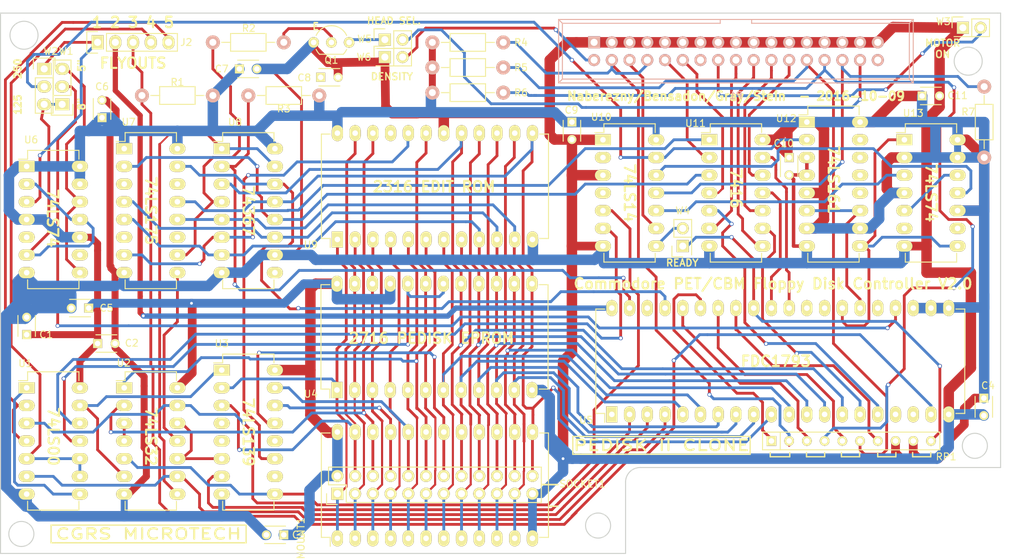
<source format=kicad_pcb>
(kicad_pcb (version 4) (host pcbnew 4.0.3-stable)
  (layers (0 F.Cu signal) (31 B.Cu signal) (34 B.Paste user) (35 F.Paste user) (36 B.SilkS user) (37 F.SilkS user) (38 B.Mask user) (39 F.Mask user) (44 Edge.Cuts user))
  (net 0 "")
  (net 1 GND)
  (net 2 CLOCK)
  (net 3 RESET)
  (net 4 R/~W)
  (net 5 E)
  (net 6 INDEX)
  (net 7 READY)
  (net 8 SEL1)
  (net 9 SEL2)
  (net 10 MOTOR)
  (net 11 DIRC)
  (net 12 STEP)
  (net 13 WDAT)
  (net 14 WGATE)
  (net 15 TRK00)
  (net 16 WPROT)
  (net 17 RDATA)
  (net 18 HDSEL)
  (net 19 D3)
  (net 20 D4)
  (net 21 D5)
  (net 22 D6)
  (net 23 D7)
  (net 24 SOCKET_OE)
  (net 25 A10)
  (net 26 SOCKET_CS)
  (net 27 A11)
  (net 28 A9)
  (net 29 A8)
  (net 30 A7)
  (net 31 A6)
  (net 32 A5)
  (net 33 A4)
  (net 34 A3)
  (net 35 A2)
  (net 36 A1)
  (net 37 A0)
  (net 38 D0)
  (net 39 D1)
  (net 40 D2)
  (net 41 "Net-(Q1-Pad2)")
  (net 42 "Net-(Q1-Pad3)")
  (net 43 "Net-(R2-Pad1)")
  (net 44 INTRQ)
  (net 45 "Net-(RP1-Pad1)")
  (net 46 "Net-(RP1-Pad3)")
  (net 47 "Net-(RP1-Pad5)")
  (net 48 "Net-(RP1-Pad7)")
  (net 49 "Net-(RP1-Pad10)")
  (net 50 "Net-(U1-Pad1)")
  (net 51 FDC_WE)
  (net 52 FDC_RE)
  (net 53 EPROM_CS)
  (net 54 "Net-(U1-Pad12)")
  (net 55 "Net-(U1-Pad13)")
  (net 56 "Net-(U2-Pad3)")
  (net 57 "Net-(U10-Pad5)")
  (net 58 LATCH_READ)
  (net 59 "Net-(U2-Pad10)")
  (net 60 LATCH_WRITE)
  (net 61 FDC_CS)
  (net 62 ROM_CS)
  (net 63 CLK)
  (net 64 RCLK)
  (net 65 RAWREAD)
  (net 66 "Net-(U11-Pad13)")
  (net 67 "Net-(U11-Pad11)")
  (net 68 ~DDEN)
  (net 69 "Net-(U6-Pad11)")
  (net 70 "Net-(U11-Pad3)")
  (net 71 "Net-(U11-Pad1)")
  (net 72 "Net-(U10-Pad8)")
  (net 73 "Net-(U10-Pad10)")
  (net 74 "Net-(U10-Pad12)")
  (net 75 "Net-(U10-Pad13)")
  (net 76 "Net-(U13-Pad12)")
  (net 77 12VOLTS)
  (net 78 "Net-(U6-Pad12)")
  (net 79 "Net-(U11-Pad5)")
  (net 80 "Net-(U11-Pad9)")
  (net 81 5V)
  (net 82 SEL3)
  (net 83 "Net-(P1-Pad34)")
  (net 84 "Net-(U3-Pad4)")
  (net 85 "Net-(U3-Pad5)")
  (net 86 "Net-(U3-Pad10)")
  (net 87 "Net-(U3-Pad12)")
  (net 88 "Net-(U5-Pad1)")
  (net 89 "Net-(U5-Pad17)")
  (net 90 "Net-(U5-Pad18)")
  (net 91 "Net-(U5-Pad25)")
  (net 92 "Net-(U5-Pad28)")
  (net 93 "Net-(U5-Pad29)")
  (net 94 "Net-(U5-Pad38)")
  (net 95 "Net-(U6-Pad5)")
  (net 96 "Net-(U6-Pad9)")
  (net 97 "Net-(U7-Pad3)")
  (net 98 "Net-(U7-Pad6)")
  (net 99 "Net-(U7-Pad11)")
  (net 100 "Net-(U7-Pad14)")
  (net 101 "Net-(U8-Pad9)")
  (net 102 "Net-(U10-Pad2)")
  (net 103 "Net-(U10-Pad4)")
  (net 104 "Net-(U12-Pad12)")
  (net 105 "Net-(U12-Pad13)")
  (net 106 "Net-(U12-Pad14)")
  (net 107 "Net-(U12-Pad15)")
  (net 108 "Net-(U13-Pad6)")
  (net 109 "Net-(U13-Pad9)")
  (net 110 DENSITY)
  (module Capacitors_ThroughHole:C_Disc_D3_P2.5 (layer F.Cu) (at 70.29 100.9 90)
    (fp_text reference C1 (at 0 2.794 180) (layer F.SilkS))
    (fp_text value C)
    (pad 1 thru_hole rect (at 0 0 90) (size 1.3 1.3) (drill 0.8) (layers *.Cu *.Mask F.SilkS) (net 81 5V))
    (pad 2 thru_hole circle (at 2.5 0 90) (size 1.3 1.3) (drill 0.8001) (layers *.Cu *.Mask F.SilkS) (net 1 GND))
  )
  (module Capacitors_ThroughHole:C_Disc_D3_P2.5 (layer F.Cu) (at 80.45 102.17)
    (fp_text reference C2 (at 4.8895 -0.0635) (layer F.SilkS))
    (fp_text value C)
    (pad 1 thru_hole rect (at 0 0) (size 1.3 1.3) (drill 0.8) (layers *.Cu *.Mask F.SilkS) (net 81 5V))
    (pad 2 thru_hole circle (at 2.5 0) (size 1.3 1.3) (drill 0.8001) (layers *.Cu *.Mask F.SilkS) (net 1 GND))
  )
  (module Capacitors_ThroughHole:C_Disc_D3_P2.5 (layer F.Cu) (at 107.12 129.602 180)
    (fp_text reference C3 (at -2.159 0 360) (layer F.SilkS))
    (fp_text value C)
    (pad 1 thru_hole rect (at 0 0 180) (size 1.3 1.3) (drill 0.8) (layers *.Cu *.Mask F.SilkS) (net 81 5V))
    (pad 2 thru_hole circle (at 2.5 0 180) (size 1.3 1.3) (drill 0.8001) (layers *.Cu *.Mask F.SilkS) (net 1 GND))
  )
  (module Capacitors_ThroughHole:C_Disc_D3_P2.5 (layer F.Cu) (at 207.4 110 270)
    (fp_text reference C4 (at -1.8 -0.6 540) (layer F.SilkS))
    (fp_text value C)
    (pad 1 thru_hole rect (at 0 0 270) (size 1.3 1.3) (drill 0.8) (layers *.Cu *.Mask F.SilkS) (net 81 5V))
    (pad 2 thru_hole circle (at 2.5 0 270) (size 1.3 1.3) (drill 0.8001) (layers *.Cu *.Mask F.SilkS) (net 1 GND))
  )
  (module Capacitors_ThroughHole:C_Disc_D3_P2.5 (layer F.Cu) (at 79.18 97.09 180)
    (fp_text reference C5 (at -2.54 0 180) (layer F.SilkS))
    (fp_text value C)
    (pad 1 thru_hole rect (at 0 0 180) (size 1.3 1.3) (drill 0.8) (layers *.Cu *.Mask F.SilkS) (net 81 5V))
    (pad 2 thru_hole circle (at 2.5 0 180) (size 1.3 1.3) (drill 0.8001) (layers *.Cu *.Mask F.SilkS) (net 1 GND))
  )
  (module Capacitors_ThroughHole:C_Disc_D3_P2.5 (layer F.Cu) (at 81.085 69.785 90)
    (fp_text reference C6 (at 4.445 0 180) (layer F.SilkS))
    (fp_text value C)
    (pad 1 thru_hole rect (at 0 0 90) (size 1.3 1.3) (drill 0.8) (layers *.Cu *.Mask F.SilkS) (net 81 5V))
    (pad 2 thru_hole circle (at 2.5 0 90) (size 1.3 1.3) (drill 0.8001) (layers *.Cu *.Mask F.SilkS) (net 1 GND))
  )
  (module Capacitors_ThroughHole:C_Disc_D3_P2.5 (layer F.Cu) (at 100.77 62.8)
    (fp_text reference C7 (at -2.54 0) (layer F.SilkS))
    (fp_text value C)
    (pad 1 thru_hole rect (at 0 0) (size 1.3 1.3) (drill 0.8) (layers *.Cu *.Mask F.SilkS) (net 81 5V))
    (pad 2 thru_hole circle (at 2.5 0) (size 1.3 1.3) (drill 0.8001) (layers *.Cu *.Mask F.SilkS) (net 1 GND))
  )
  (module Capacitors_ThroughHole:C_Disc_D3_P2.5 (layer F.Cu) (at 112.4 64)
    (fp_text reference C8 (at -2.3495 0.0635) (layer F.SilkS))
    (fp_text value C)
    (pad 1 thru_hole rect (at 0 0) (size 1.3 1.3) (drill 0.8) (layers *.Cu *.Mask F.SilkS) (net 81 5V))
    (pad 2 thru_hole circle (at 2.5 0) (size 1.3 1.3) (drill 0.8001) (layers *.Cu *.Mask F.SilkS) (net 1 GND))
  )
  (module Capacitors_ThroughHole:C_Disc_D3_P2.5 (layer F.Cu) (at 148.395 70.42 270)
    (fp_text reference C9 (at -1.7145 0.0635 360) (layer F.SilkS))
    (fp_text value C)
    (pad 1 thru_hole rect (at 0 0 270) (size 1.3 1.3) (drill 0.8) (layers *.Cu *.Mask F.SilkS) (net 81 5V))
    (pad 2 thru_hole circle (at 2.5 0 270) (size 1.3 1.3) (drill 0.8001) (layers *.Cu *.Mask F.SilkS) (net 1 GND))
  )
  (module Capacitors_ThroughHole:C_Disc_D3_P2.5 (layer F.Cu) (at 179.51 75.5 270)
    (fp_text reference C10 (at -2.032 0.762 360) (layer F.SilkS))
    (fp_text value C)
    (pad 1 thru_hole rect (at 0 0 270) (size 1.3 1.3) (drill 0.8) (layers *.Cu *.Mask F.SilkS) (net 81 5V))
    (pad 2 thru_hole circle (at 2.5 0 270) (size 1.3 1.3) (drill 0.8001) (layers *.Cu *.Mask F.SilkS) (net 1 GND))
  )
  (module Capacitors_ThroughHole:C_Disc_D3_P2.5 (layer F.Cu) (at 198.56 66.6735)
    (fp_text reference C11 (at 5.08 -0.0635) (layer F.SilkS))
    (fp_text value C)
    (pad 1 thru_hole rect (at 0 0) (size 1.3 1.3) (drill 0.8) (layers *.Cu *.Mask F.SilkS) (net 81 5V))
    (pad 2 thru_hole circle (at 2.5 0) (size 1.3 1.3) (drill 0.8001) (layers *.Cu *.Mask F.SilkS) (net 1 GND))
  )
  (module Pin_Headers:Pin_Header_Straight_1x05 (layer F.Cu) (at 80.45 58.99 90)
    (fp_text reference J2 (at 0 12.7 180) (layer F.SilkS))
    (fp_text value CONN_01X05)
    (pad 1 thru_hole rect (at 0 0 90) (size 2.032 1.7272) (drill 1.016) (layers *.Cu *.Mask F.SilkS) (net 2 CLOCK))
    (pad 2 thru_hole oval (at 0 2.54 90) (size 2.032 1.7272) (drill 1.016) (layers *.Cu *.Mask F.SilkS) (net 77 12VOLTS))
    (pad 3 thru_hole oval (at 0 5.08 90) (size 2.032 1.7272) (drill 1.016) (layers *.Cu *.Mask F.SilkS) (net 3 RESET))
    (pad 4 thru_hole oval (at 0 7.62 90) (size 2.032 1.7272) (drill 1.016) (layers *.Cu *.Mask F.SilkS) (net 4 R/~W))
    (pad 5 thru_hole oval (at 0 10.16 90) (size 2.032 1.7272) (drill 1.016) (layers *.Cu *.Mask F.SilkS) (net 5 E))
  )
  (module Resistors_ThroughHole:Resistor_Horizontal_RM10mm (layer F.Cu) (at 86.8 66.61)
    (fp_text reference R1 (at 5.08 -1.905) (layer F.SilkS))
    (fp_text value 3.3K)
    (pad 1 thru_hole circle (at 0 0) (size 1.99898 1.99898) (drill 1.00076) (layers *.Cu *.SilkS *.Mask) (net 3 RESET))
    (pad 2 thru_hole circle (at 10.16 0) (size 1.99898 1.99898) (drill 1.00076) (layers *.Cu *.SilkS *.Mask) (net 81 5V))
  )
  (module Resistors_ThroughHole:Resistor_Horizontal_RM10mm (layer F.Cu) (at 96.96 58.99)
    (fp_text reference R2 (at 5.1435 -2.032 180) (layer F.SilkS))
    (fp_text value 3.3K)
    (pad 1 thru_hole circle (at 0 0) (size 1.99898 1.99898) (drill 1.00076) (layers *.Cu *.SilkS *.Mask) (net 43 "Net-(R2-Pad1)"))
    (pad 2 thru_hole circle (at 10.16 0) (size 1.99898 1.99898) (drill 1.00076) (layers *.Cu *.SilkS *.Mask) (net 41 "Net-(Q1-Pad2)"))
  )
  (module Resistors_ThroughHole:Resistor_Horizontal_RM10mm (layer F.Cu) (at 112.2 66.61 180)
    (fp_text reference R3 (at 5.08 -1.905 180) (layer F.SilkS))
    (fp_text value 3.3K)
    (pad 1 thru_hole circle (at 0 0 180) (size 1.99898 1.99898) (drill 1.00076) (layers *.Cu *.SilkS *.Mask) (net 81 5V))
    (pad 2 thru_hole circle (at 10.16 0 180) (size 1.99898 1.99898) (drill 1.00076) (layers *.Cu *.SilkS *.Mask) (net 44 INTRQ))
  )
  (module Resistors_ThroughHole:Resistor_Horizontal_RM10mm (layer F.Cu) (at 128.4 59)
    (fp_text reference R4 (at 12.7 0) (layer F.SilkS))
    (fp_text value 150ohm)
    (pad 1 thru_hole circle (at 0 0) (size 1.99898 1.99898) (drill 1.00076) (layers *.Cu *.SilkS *.Mask) (net 81 5V))
    (pad 2 thru_hole circle (at 10.16 0) (size 1.99898 1.99898) (drill 1.00076) (layers *.Cu *.SilkS *.Mask) (net 6 INDEX))
  )
  (module Resistors_ThroughHole:Resistor_Horizontal_RM10mm (layer F.Cu) (at 128.4 62.6)
    (fp_text reference R5 (at 12.7 0) (layer F.SilkS))
    (fp_text value 150ohm)
    (pad 1 thru_hole circle (at 0 0) (size 1.99898 1.99898) (drill 1.00076) (layers *.Cu *.SilkS *.Mask) (net 81 5V))
    (pad 2 thru_hole circle (at 10.16 0) (size 1.99898 1.99898) (drill 1.00076) (layers *.Cu *.SilkS *.Mask) (net 15 TRK00))
  )
  (module Resistors_ThroughHole:Resistor_Horizontal_RM10mm (layer F.Cu) (at 128.4 66.2)
    (fp_text reference R6 (at 12.7 0) (layer F.SilkS))
    (fp_text value 150ohm)
    (pad 1 thru_hole circle (at 0 0) (size 1.99898 1.99898) (drill 1.00076) (layers *.Cu *.SilkS *.Mask) (net 81 5V))
    (pad 2 thru_hole circle (at 10.16 0) (size 1.99898 1.99898) (drill 1.00076) (layers *.Cu *.SilkS *.Mask) (net 16 WPROT))
  )
  (module Resistors_ThroughHole:Resistor_Horizontal_RM10mm (layer F.Cu) (at 207.45 75.5 90)
    (fp_text reference R7 (at 6.5405 -2.286 180) (layer F.SilkS))
    (fp_text value 3.3K)
    (pad 1 thru_hole circle (at 0 0 90) (size 1.99898 1.99898) (drill 1.00076) (layers *.Cu *.SilkS *.Mask) (net 81 5V))
    (pad 2 thru_hole circle (at 10.16 0 90) (size 1.99898 1.99898) (drill 1.00076) (layers *.Cu *.SilkS *.Mask) (net 17 RDATA))
  )
  (module Pin_Headers:Pin_Header_Straight_1x03 (layer F.Cu) (at 75.37 67.88 180)
    (fp_text reference W1 (at -0.5715 7.62 180) (layer F.SilkS))
    (fp_text value "8    5")
    (pad 1 thru_hole rect (at 0 0 180) (size 2.032 1.7272) (drill 1.016) (layers *.Cu *.Mask F.SilkS) (net 69 "Net-(U6-Pad11)"))
    (pad 2 thru_hole oval (at 0 2.54 180) (size 2.032 1.7272) (drill 1.016) (layers *.Cu *.Mask F.SilkS) (net 63 CLK))
    (pad 3 thru_hole oval (at 0 5.08 180) (size 2.032 1.7272) (drill 1.016) (layers *.Cu *.Mask F.SilkS) (net 78 "Net-(U6-Pad12)"))
  )
  (module Pin_Headers:Pin_Header_Straight_1x03 (layer F.Cu) (at 72.8 62.8)
    (fp_text reference W2 (at 0.9525 -2.54) (layer F.SilkS))
    (fp_text value "250  125")
    (pad 1 thru_hole rect (at 0 0) (size 2.032 1.7272) (drill 1.016) (layers *.Cu *.Mask F.SilkS) (net 2 CLOCK))
    (pad 2 thru_hole oval (at 0 2.54) (size 2.032 1.7272) (drill 1.016) (layers *.Cu *.Mask F.SilkS) (net 75 "Net-(U10-Pad13)"))
    (pad 3 thru_hole oval (at 0 5.08) (size 2.032 1.7272) (drill 1.016) (layers *.Cu *.Mask F.SilkS) (net 69 "Net-(U6-Pad11)"))
  )
  (module Pin_Headers:Pin_Header_Straight_2x01 (layer F.Cu) (at 204.4 56.9)
    (fp_text reference W3 (at -2.8 -0.9) (layer F.SilkS))
    (fp_text value CONN_02X01)
    (pad 1 thru_hole rect (at 0 0) (size 1.7272 1.7272) (drill 1.016) (layers *.Cu *.Mask F.SilkS) (net 1 GND))
    (pad 2 thru_hole oval (at 2.54 0) (size 1.7272 1.7272) (drill 1.016) (layers *.Cu *.Mask F.SilkS) (net 10 MOTOR))
  )
  (module Pin_Headers:Pin_Header_Straight_2x01 (layer F.Cu) (at 164.27 88.2 90)
    (fp_text reference W4 (at 5.08 0 180) (layer F.SilkS))
    (fp_text value CONN_02X01)
    (pad 1 thru_hole rect (at 0 0 90) (size 1.7272 1.7272) (drill 1.016) (layers *.Cu *.Mask F.SilkS) (net 49 "Net-(RP1-Pad10)"))
    (pad 2 thru_hole oval (at 2.54 0 90) (size 1.7272 1.7272) (drill 1.016) (layers *.Cu *.Mask F.SilkS) (net 72 "Net-(U10-Pad8)"))
  )
  (module Pin_Headers:Pin_Header_Straight_2x01 (layer F.Cu) (at 121.6 58.6)
    (fp_text reference W5 (at -2.9 -0.1) (layer F.SilkS))
    (fp_text value CONN_02X01)
    (pad 1 thru_hole rect (at 0 0) (size 1.7272 1.7272) (drill 1.016) (layers *.Cu *.Mask F.SilkS) (net 42 "Net-(Q1-Pad3)"))
    (pad 2 thru_hole oval (at 2.54 0) (size 1.7272 1.7272) (drill 1.016) (layers *.Cu *.Mask F.SilkS) (net 18 HDSEL))
  )
  (module TO_SOT_Packages_THT:TO-92_Inline_Wide (layer F.Cu) (at 111.4 59)
    (fp_text reference Q1 (at 2.54 2.54 180) (layer F.SilkS))
    (fp_text value 2N2222)
    (pad 2 thru_hole circle (at 2.54 0 90) (size 1.524 1.524) (drill 0.8) (layers *.Cu *.Mask F.SilkS) (net 41 "Net-(Q1-Pad2)"))
    (pad 3 thru_hole circle (at 5.08 0 90) (size 1.524 1.524) (drill 0.8) (layers *.Cu *.Mask F.SilkS) (net 42 "Net-(Q1-Pad3)"))
    (pad 1 thru_hole circle (at 0 0 90) (size 1.524 1.524) (drill 0.8) (layers *.Cu *.Mask F.SilkS) (net 1 GND))
  )
  (module Connect:IDC_Header_Straight_34pins (layer B.Cu) (at 151.57 58.99)
    (fp_text reference P1 (at 20.32 7.62) (layer B.SilkS) (effects (justify mirror)))
    (fp_text value CONN_02X17)
    (pad 1 thru_hole rect (at 0 0) (size 1.7272 1.7272) (drill 1.016) (layers *.Cu *.Mask B.SilkS) (net 1 GND))
    (pad 2 thru_hole oval (at 0 2.54) (size 1.7272 1.7272) (drill 1.016) (layers *.Cu *.Mask B.SilkS) (net 110 DENSITY))
    (pad 3 thru_hole oval (at 2.54 0) (size 1.7272 1.7272) (drill 1.016) (layers *.Cu *.Mask B.SilkS) (net 1 GND))
    (pad 4 thru_hole oval (at 2.54 2.54) (size 1.7272 1.7272) (drill 1.016) (layers *.Cu *.Mask B.SilkS) (net 6 INDEX))
    (pad 5 thru_hole oval (at 5.08 0) (size 1.7272 1.7272) (drill 1.016) (layers *.Cu *.Mask B.SilkS) (net 1 GND))
    (pad 6 thru_hole oval (at 5.08 2.54) (size 1.7272 1.7272) (drill 1.016) (layers *.Cu *.Mask B.SilkS) (net 7 READY))
    (pad 7 thru_hole oval (at 7.62 0) (size 1.7272 1.7272) (drill 1.016) (layers *.Cu *.Mask B.SilkS) (net 1 GND))
    (pad 8 thru_hole oval (at 7.62 2.54) (size 1.7272 1.7272) (drill 1.016) (layers *.Cu *.Mask B.SilkS) (net 6 INDEX))
    (pad 9 thru_hole oval (at 10.16 0) (size 1.7272 1.7272) (drill 1.016) (layers *.Cu *.Mask B.SilkS) (net 1 GND))
    (pad 10 thru_hole oval (at 10.16 2.54) (size 1.7272 1.7272) (drill 1.016) (layers *.Cu *.Mask B.SilkS) (net 8 SEL1))
    (pad 11 thru_hole oval (at 12.7 0) (size 1.7272 1.7272) (drill 1.016) (layers *.Cu *.Mask B.SilkS) (net 1 GND))
    (pad 12 thru_hole oval (at 12.7 2.54) (size 1.7272 1.7272) (drill 1.016) (layers *.Cu *.Mask B.SilkS) (net 9 SEL2))
    (pad 13 thru_hole oval (at 15.24 0) (size 1.7272 1.7272) (drill 1.016) (layers *.Cu *.Mask B.SilkS) (net 1 GND))
    (pad 14 thru_hole oval (at 15.24 2.54) (size 1.7272 1.7272) (drill 1.016) (layers *.Cu *.Mask B.SilkS) (net 82 SEL3))
    (pad 15 thru_hole oval (at 17.78 0) (size 1.7272 1.7272) (drill 1.016) (layers *.Cu *.Mask B.SilkS) (net 1 GND))
    (pad 16 thru_hole oval (at 17.78 2.54) (size 1.7272 1.7272) (drill 1.016) (layers *.Cu *.Mask B.SilkS) (net 10 MOTOR))
    (pad 17 thru_hole oval (at 20.32 0) (size 1.7272 1.7272) (drill 1.016) (layers *.Cu *.Mask B.SilkS) (net 1 GND))
    (pad 18 thru_hole oval (at 20.32 2.54) (size 1.7272 1.7272) (drill 1.016) (layers *.Cu *.Mask B.SilkS) (net 11 DIRC))
    (pad 19 thru_hole oval (at 22.86 0) (size 1.7272 1.7272) (drill 1.016) (layers *.Cu *.Mask B.SilkS) (net 1 GND))
    (pad 20 thru_hole oval (at 22.86 2.54) (size 1.7272 1.7272) (drill 1.016) (layers *.Cu *.Mask B.SilkS) (net 12 STEP))
    (pad 21 thru_hole oval (at 25.4 0) (size 1.7272 1.7272) (drill 1.016) (layers *.Cu *.Mask B.SilkS) (net 1 GND))
    (pad 22 thru_hole oval (at 25.4 2.54) (size 1.7272 1.7272) (drill 1.016) (layers *.Cu *.Mask B.SilkS) (net 13 WDAT))
    (pad 23 thru_hole oval (at 27.94 0) (size 1.7272 1.7272) (drill 1.016) (layers *.Cu *.Mask B.SilkS) (net 1 GND))
    (pad 24 thru_hole oval (at 27.94 2.54) (size 1.7272 1.7272) (drill 1.016) (layers *.Cu *.Mask B.SilkS) (net 14 WGATE))
    (pad 25 thru_hole oval (at 30.48 0) (size 1.7272 1.7272) (drill 1.016) (layers *.Cu *.Mask B.SilkS) (net 1 GND))
    (pad 26 thru_hole oval (at 30.48 2.54) (size 1.7272 1.7272) (drill 1.016) (layers *.Cu *.Mask B.SilkS) (net 15 TRK00))
    (pad 27 thru_hole oval (at 33.02 0) (size 1.7272 1.7272) (drill 1.016) (layers *.Cu *.Mask B.SilkS) (net 1 GND))
    (pad 28 thru_hole oval (at 33.02 2.54) (size 1.7272 1.7272) (drill 1.016) (layers *.Cu *.Mask B.SilkS) (net 16 WPROT))
    (pad 29 thru_hole oval (at 35.56 0) (size 1.7272 1.7272) (drill 1.016) (layers *.Cu *.Mask B.SilkS) (net 1 GND))
    (pad 30 thru_hole oval (at 35.56 2.54) (size 1.7272 1.7272) (drill 1.016) (layers *.Cu *.Mask B.SilkS) (net 17 RDATA))
    (pad 31 thru_hole oval (at 38.1 0) (size 1.7272 1.7272) (drill 1.016) (layers *.Cu *.Mask B.SilkS) (net 1 GND))
    (pad 32 thru_hole oval (at 38.1 2.54) (size 1.7272 1.7272) (drill 1.016) (layers *.Cu *.Mask B.SilkS) (net 18 HDSEL))
    (pad 33 thru_hole oval (at 40.64 0) (size 1.7272 1.7272) (drill 1.016) (layers *.Cu *.Mask B.SilkS) (net 1 GND))
    (pad 34 thru_hole oval (at 40.64 2.54) (size 1.7272 1.7272) (drill 1.016) (layers *.Cu *.Mask B.SilkS) (net 83 "Net-(P1-Pad34)"))
  )
  (module Housings_DIP:DIP-14_W7.62mm_LongPads (layer F.Cu) (at 70.29 108.52)
    (fp_text reference U1 (at -0.1905 -3.4925) (layer F.SilkS))
    (fp_text value 74HC00)
    (pad 1 thru_hole rect (at 0 0) (size 2.3 1.6) (drill 0.8) (layers *.Cu *.Mask F.SilkS) (net 50 "Net-(U1-Pad1)"))
    (pad 2 thru_hole oval (at 0 2.54) (size 2.3 1.6) (drill 0.8) (layers *.Cu *.Mask F.SilkS) (net 5 E))
    (pad 3 thru_hole oval (at 0 5.08) (size 2.3 1.6) (drill 0.8) (layers *.Cu *.Mask F.SilkS) (net 51 FDC_WE))
    (pad 4 thru_hole oval (at 0 7.62) (size 2.3 1.6) (drill 0.8) (layers *.Cu *.Mask F.SilkS) (net 5 E))
    (pad 5 thru_hole oval (at 0 10.16) (size 2.3 1.6) (drill 0.8) (layers *.Cu *.Mask F.SilkS) (net 4 R/~W))
    (pad 6 thru_hole oval (at 0 12.7) (size 2.3 1.6) (drill 0.8) (layers *.Cu *.Mask F.SilkS) (net 52 FDC_RE))
    (pad 7 thru_hole oval (at 0 15.24) (size 2.3 1.6) (drill 0.8) (layers *.Cu *.Mask F.SilkS) (net 1 GND))
    (pad 8 thru_hole oval (at 7.62 15.24) (size 2.3 1.6) (drill 0.8) (layers *.Cu *.Mask F.SilkS) (net 50 "Net-(U1-Pad1)"))
    (pad 9 thru_hole oval (at 7.62 12.7) (size 2.3 1.6) (drill 0.8) (layers *.Cu *.Mask F.SilkS) (net 4 R/~W))
    (pad 10 thru_hole oval (at 7.62 10.16) (size 2.3 1.6) (drill 0.8) (layers *.Cu *.Mask F.SilkS) (net 4 R/~W))
    (pad 11 thru_hole oval (at 7.62 7.62) (size 2.3 1.6) (drill 0.8) (layers *.Cu *.Mask F.SilkS) (net 53 EPROM_CS))
    (pad 12 thru_hole oval (at 7.62 5.08) (size 2.3 1.6) (drill 0.8) (layers *.Cu *.Mask F.SilkS) (net 54 "Net-(U1-Pad12)"))
    (pad 13 thru_hole oval (at 7.62 2.54) (size 2.3 1.6) (drill 0.8) (layers *.Cu *.Mask F.SilkS) (net 55 "Net-(U1-Pad13)"))
    (pad 14 thru_hole oval (at 7.62 0) (size 2.3 1.6) (drill 0.8) (layers *.Cu *.Mask F.SilkS) (net 81 5V))
  )
  (module Housings_DIP:DIP-14_W7.62mm_LongPads (layer F.Cu) (at 84.26 108.52)
    (fp_text reference U2 (at -0.0635 -3.556) (layer F.SilkS))
    (fp_text value 74LS32)
    (pad 1 thru_hole rect (at 0 0) (size 2.3 1.6) (drill 0.8) (layers *.Cu *.Mask F.SilkS) (net 25 A10))
    (pad 2 thru_hole oval (at 0 2.54) (size 2.3 1.6) (drill 0.8) (layers *.Cu *.Mask F.SilkS) (net 28 A9))
    (pad 3 thru_hole oval (at 0 5.08) (size 2.3 1.6) (drill 0.8) (layers *.Cu *.Mask F.SilkS) (net 56 "Net-(U2-Pad3)"))
    (pad 4 thru_hole oval (at 0 7.62) (size 2.3 1.6) (drill 0.8) (layers *.Cu *.Mask F.SilkS) (net 56 "Net-(U2-Pad3)"))
    (pad 5 thru_hole oval (at 0 10.16) (size 2.3 1.6) (drill 0.8) (layers *.Cu *.Mask F.SilkS) (net 57 "Net-(U10-Pad5)"))
    (pad 6 thru_hole oval (at 0 12.7) (size 2.3 1.6) (drill 0.8) (layers *.Cu *.Mask F.SilkS) (net 55 "Net-(U1-Pad13)"))
    (pad 7 thru_hole oval (at 0 15.24) (size 2.3 1.6) (drill 0.8) (layers *.Cu *.Mask F.SilkS) (net 1 GND))
    (pad 8 thru_hole oval (at 7.62 15.24) (size 2.3 1.6) (drill 0.8) (layers *.Cu *.Mask F.SilkS) (net 58 LATCH_READ))
    (pad 9 thru_hole oval (at 7.62 12.7) (size 2.3 1.6) (drill 0.8) (layers *.Cu *.Mask F.SilkS) (net 52 FDC_RE))
    (pad 10 thru_hole oval (at 7.62 10.16) (size 2.3 1.6) (drill 0.8) (layers *.Cu *.Mask F.SilkS) (net 59 "Net-(U2-Pad10)"))
    (pad 11 thru_hole oval (at 7.62 7.62) (size 2.3 1.6) (drill 0.8) (layers *.Cu *.Mask F.SilkS) (net 60 LATCH_WRITE))
    (pad 12 thru_hole oval (at 7.62 5.08) (size 2.3 1.6) (drill 0.8) (layers *.Cu *.Mask F.SilkS) (net 59 "Net-(U2-Pad10)"))
    (pad 13 thru_hole oval (at 7.62 2.54) (size 2.3 1.6) (drill 0.8) (layers *.Cu *.Mask F.SilkS) (net 51 FDC_WE))
    (pad 14 thru_hole oval (at 7.62 0) (size 2.3 1.6) (drill 0.8) (layers *.Cu *.Mask F.SilkS) (net 81 5V))
  )
  (module Housings_DIP:DIP-16_W7.62mm_LongPads (layer F.Cu) (at 98.23 105.98)
    (fp_text reference U3 (at 0 -3.81) (layer F.SilkS))
    (fp_text value 74LS139)
    (pad 1 thru_hole rect (at 0 0) (size 2.3 1.6) (drill 0.8) (layers *.Cu *.Mask F.SilkS) (net 55 "Net-(U1-Pad13)"))
    (pad 2 thru_hole oval (at 0 2.54) (size 2.3 1.6) (drill 0.8) (layers *.Cu *.Mask F.SilkS) (net 30 A7))
    (pad 3 thru_hole oval (at 0 5.08) (size 2.3 1.6) (drill 0.8) (layers *.Cu *.Mask F.SilkS) (net 29 A8))
    (pad 4 thru_hole oval (at 0 7.62) (size 2.3 1.6) (drill 0.8) (layers *.Cu *.Mask F.SilkS) (net 84 "Net-(U3-Pad4)"))
    (pad 5 thru_hole oval (at 0 10.16) (size 2.3 1.6) (drill 0.8) (layers *.Cu *.Mask F.SilkS) (net 85 "Net-(U3-Pad5)"))
    (pad 6 thru_hole oval (at 0 12.7) (size 2.3 1.6) (drill 0.8) (layers *.Cu *.Mask F.SilkS) (net 59 "Net-(U2-Pad10)"))
    (pad 7 thru_hole oval (at 0 15.24) (size 2.3 1.6) (drill 0.8) (layers *.Cu *.Mask F.SilkS) (net 61 FDC_CS))
    (pad 8 thru_hole oval (at 0 17.78) (size 2.3 1.6) (drill 0.8) (layers *.Cu *.Mask F.SilkS) (net 1 GND))
    (pad 9 thru_hole oval (at 7.62 17.78) (size 2.3 1.6) (drill 0.8) (layers *.Cu *.Mask F.SilkS) (net 57 "Net-(U10-Pad5)"))
    (pad 10 thru_hole oval (at 7.62 15.24) (size 2.3 1.6) (drill 0.8) (layers *.Cu *.Mask F.SilkS) (net 86 "Net-(U3-Pad10)"))
    (pad 11 thru_hole oval (at 7.62 12.7) (size 2.3 1.6) (drill 0.8) (layers *.Cu *.Mask F.SilkS) (net 62 ROM_CS))
    (pad 12 thru_hole oval (at 7.62 10.16) (size 2.3 1.6) (drill 0.8) (layers *.Cu *.Mask F.SilkS) (net 87 "Net-(U3-Pad12)"))
    (pad 13 thru_hole oval (at 7.62 7.62) (size 2.3 1.6) (drill 0.8) (layers *.Cu *.Mask F.SilkS) (net 24 SOCKET_OE))
    (pad 14 thru_hole oval (at 7.62 5.08) (size 2.3 1.6) (drill 0.8) (layers *.Cu *.Mask F.SilkS) (net 27 A11))
    (pad 15 thru_hole oval (at 7.62 2.54) (size 2.3 1.6) (drill 0.8) (layers *.Cu *.Mask F.SilkS) (net 26 SOCKET_CS))
    (pad 16 thru_hole oval (at 7.62 0) (size 2.3 1.6) (drill 0.8) (layers *.Cu *.Mask F.SilkS) (net 81 5V))
  )
  (module Housings_DIP:DIP-24_W15.24mm_LongPads (layer F.Cu) (at 114.74 108.8375 90)
    (fp_text reference U4 (at -0.5715 -3.7465 180) (layer F.SilkS))
    (fp_text value 2716)
    (pad 1 thru_hole rect (at 0 0 90) (size 2.3 1.6) (drill 0.8) (layers *.Cu *.Mask F.SilkS) (net 30 A7))
    (pad 2 thru_hole oval (at 0 2.54 90) (size 2.3 1.6) (drill 0.8) (layers *.Cu *.Mask F.SilkS) (net 31 A6))
    (pad 3 thru_hole oval (at 0 5.08 90) (size 2.3 1.6) (drill 0.8) (layers *.Cu *.Mask F.SilkS) (net 32 A5))
    (pad 4 thru_hole oval (at 0 7.62 90) (size 2.3 1.6) (drill 0.8) (layers *.Cu *.Mask F.SilkS) (net 33 A4))
    (pad 5 thru_hole oval (at 0 10.16 90) (size 2.3 1.6) (drill 0.8) (layers *.Cu *.Mask F.SilkS) (net 34 A3))
    (pad 6 thru_hole oval (at 0 12.7 90) (size 2.3 1.6) (drill 0.8) (layers *.Cu *.Mask F.SilkS) (net 35 A2))
    (pad 7 thru_hole oval (at 0 15.24 90) (size 2.3 1.6) (drill 0.8) (layers *.Cu *.Mask F.SilkS) (net 36 A1))
    (pad 8 thru_hole oval (at 0 17.78 90) (size 2.3 1.6) (drill 0.8) (layers *.Cu *.Mask F.SilkS) (net 37 A0))
    (pad 9 thru_hole oval (at 0 20.32 90) (size 2.3 1.6) (drill 0.8) (layers *.Cu *.Mask F.SilkS) (net 38 D0))
    (pad 10 thru_hole oval (at 0 22.86 90) (size 2.3 1.6) (drill 0.8) (layers *.Cu *.Mask F.SilkS) (net 39 D1))
    (pad 11 thru_hole oval (at 0 25.4 90) (size 2.3 1.6) (drill 0.8) (layers *.Cu *.Mask F.SilkS) (net 40 D2))
    (pad 12 thru_hole oval (at 0 27.94 90) (size 2.3 1.6) (drill 0.8) (layers *.Cu *.Mask F.SilkS) (net 1 GND))
    (pad 13 thru_hole oval (at 15.24 27.94 90) (size 2.3 1.6) (drill 0.8) (layers *.Cu *.Mask F.SilkS) (net 19 D3))
    (pad 14 thru_hole oval (at 15.24 25.4 90) (size 2.3 1.6) (drill 0.8) (layers *.Cu *.Mask F.SilkS) (net 20 D4))
    (pad 15 thru_hole oval (at 15.24 22.86 90) (size 2.3 1.6) (drill 0.8) (layers *.Cu *.Mask F.SilkS) (net 21 D5))
    (pad 16 thru_hole oval (at 15.24 20.32 90) (size 2.3 1.6) (drill 0.8) (layers *.Cu *.Mask F.SilkS) (net 22 D6))
    (pad 17 thru_hole oval (at 15.24 17.78 90) (size 2.3 1.6) (drill 0.8) (layers *.Cu *.Mask F.SilkS) (net 23 D7))
    (pad 18 thru_hole oval (at 15.24 15.24 90) (size 2.3 1.6) (drill 0.8) (layers *.Cu *.Mask F.SilkS) (net 53 EPROM_CS))
    (pad 19 thru_hole oval (at 15.24 12.7 90) (size 2.3 1.6) (drill 0.8) (layers *.Cu *.Mask F.SilkS) (net 25 A10))
    (pad 20 thru_hole oval (at 15.24 10.16 90) (size 2.3 1.6) (drill 0.8) (layers *.Cu *.Mask F.SilkS) (net 53 EPROM_CS))
    (pad 21 thru_hole oval (at 15.24 7.62 90) (size 2.3 1.6) (drill 0.8) (layers *.Cu *.Mask F.SilkS) (net 81 5V))
    (pad 22 thru_hole oval (at 15.24 5.08 90) (size 2.3 1.6) (drill 0.8) (layers *.Cu *.Mask F.SilkS) (net 28 A9))
    (pad 23 thru_hole oval (at 15.24 2.54 90) (size 2.3 1.6) (drill 0.8) (layers *.Cu *.Mask F.SilkS) (net 29 A8))
    (pad 24 thru_hole oval (at 15.24 0 90) (size 2.3 1.6) (drill 0.8) (layers *.Cu *.Mask F.SilkS) (net 81 5V))
  )
  (module Housings_DIP:DIP-40_W15.24mm_LongPads (layer F.Cu) (at 154.11 112.33 90)
    (fp_text reference U5 (at -0.8255 -3.683 180) (layer F.SilkS))
    (fp_text value FD1793)
    (pad 1 thru_hole rect (at 0 0 90) (size 2.3 1.6) (drill 0.8) (layers *.Cu *.Mask F.SilkS) (net 88 "Net-(U5-Pad1)"))
    (pad 2 thru_hole oval (at 0 2.54 90) (size 2.3 1.6) (drill 0.8) (layers *.Cu *.Mask F.SilkS) (net 51 FDC_WE))
    (pad 3 thru_hole oval (at 0 5.08 90) (size 2.3 1.6) (drill 0.8) (layers *.Cu *.Mask F.SilkS) (net 61 FDC_CS))
    (pad 4 thru_hole oval (at 0 7.62 90) (size 2.3 1.6) (drill 0.8) (layers *.Cu *.Mask F.SilkS) (net 52 FDC_RE))
    (pad 5 thru_hole oval (at 0 10.16 90) (size 2.3 1.6) (drill 0.8) (layers *.Cu *.Mask F.SilkS) (net 37 A0))
    (pad 6 thru_hole oval (at 0 12.7 90) (size 2.3 1.6) (drill 0.8) (layers *.Cu *.Mask F.SilkS) (net 36 A1))
    (pad 7 thru_hole oval (at 0 15.24 90) (size 2.3 1.6) (drill 0.8) (layers *.Cu *.Mask F.SilkS) (net 38 D0))
    (pad 8 thru_hole oval (at 0 17.78 90) (size 2.3 1.6) (drill 0.8) (layers *.Cu *.Mask F.SilkS) (net 39 D1))
    (pad 9 thru_hole oval (at 0 20.32 90) (size 2.3 1.6) (drill 0.8) (layers *.Cu *.Mask F.SilkS) (net 40 D2))
    (pad 10 thru_hole oval (at 0 22.86 90) (size 2.3 1.6) (drill 0.8) (layers *.Cu *.Mask F.SilkS) (net 19 D3))
    (pad 11 thru_hole oval (at 0 25.4 90) (size 2.3 1.6) (drill 0.8) (layers *.Cu *.Mask F.SilkS) (net 20 D4))
    (pad 12 thru_hole oval (at 0 27.94 90) (size 2.3 1.6) (drill 0.8) (layers *.Cu *.Mask F.SilkS) (net 21 D5))
    (pad 13 thru_hole oval (at 0 30.48 90) (size 2.3 1.6) (drill 0.8) (layers *.Cu *.Mask F.SilkS) (net 22 D6))
    (pad 14 thru_hole oval (at 0 33.02 90) (size 2.3 1.6) (drill 0.8) (layers *.Cu *.Mask F.SilkS) (net 23 D7))
    (pad 15 thru_hole oval (at 0 35.56 90) (size 2.3 1.6) (drill 0.8) (layers *.Cu *.Mask F.SilkS) (net 80 "Net-(U11-Pad9)"))
    (pad 16 thru_hole oval (at 0 38.1 90) (size 2.3 1.6) (drill 0.8) (layers *.Cu *.Mask F.SilkS) (net 79 "Net-(U11-Pad5)"))
    (pad 17 thru_hole oval (at 0 40.64 90) (size 2.3 1.6) (drill 0.8) (layers *.Cu *.Mask F.SilkS) (net 89 "Net-(U5-Pad17)"))
    (pad 18 thru_hole oval (at 0 43.18 90) (size 2.3 1.6) (drill 0.8) (layers *.Cu *.Mask F.SilkS) (net 90 "Net-(U5-Pad18)"))
    (pad 19 thru_hole oval (at 0 45.72 90) (size 2.3 1.6) (drill 0.8) (layers *.Cu *.Mask F.SilkS) (net 3 RESET))
    (pad 20 thru_hole oval (at 0 48.26 90) (size 2.3 1.6) (drill 0.8) (layers *.Cu *.Mask F.SilkS) (net 1 GND))
    (pad 21 thru_hole oval (at 15.24 48.26 90) (size 2.3 1.6) (drill 0.8) (layers *.Cu *.Mask F.SilkS) (net 81 5V))
    (pad 22 thru_hole oval (at 15.24 45.72 90) (size 2.3 1.6) (drill 0.8) (layers *.Cu *.Mask F.SilkS) (net 81 5V))
    (pad 23 thru_hole oval (at 15.24 43.18 90) (size 2.3 1.6) (drill 0.8) (layers *.Cu *.Mask F.SilkS) (net 81 5V))
    (pad 24 thru_hole oval (at 15.24 40.64 90) (size 2.3 1.6) (drill 0.8) (layers *.Cu *.Mask F.SilkS) (net 63 CLK))
    (pad 25 thru_hole oval (at 15.24 38.1 90) (size 2.3 1.6) (drill 0.8) (layers *.Cu *.Mask F.SilkS) (net 91 "Net-(U5-Pad25)"))
    (pad 26 thru_hole oval (at 15.24 35.56 90) (size 2.3 1.6) (drill 0.8) (layers *.Cu *.Mask F.SilkS) (net 64 RCLK))
    (pad 27 thru_hole oval (at 15.24 33.02 90) (size 2.3 1.6) (drill 0.8) (layers *.Cu *.Mask F.SilkS) (net 65 RAWREAD))
    (pad 28 thru_hole oval (at 15.24 30.48 90) (size 2.3 1.6) (drill 0.8) (layers *.Cu *.Mask F.SilkS) (net 92 "Net-(U5-Pad28)"))
    (pad 29 thru_hole oval (at 15.24 27.94 90) (size 2.3 1.6) (drill 0.8) (layers *.Cu *.Mask F.SilkS) (net 93 "Net-(U5-Pad29)"))
    (pad 30 thru_hole oval (at 15.24 25.4 90) (size 2.3 1.6) (drill 0.8) (layers *.Cu *.Mask F.SilkS) (net 66 "Net-(U11-Pad13)"))
    (pad 31 thru_hole oval (at 15.24 22.86 90) (size 2.3 1.6) (drill 0.8) (layers *.Cu *.Mask F.SilkS) (net 67 "Net-(U11-Pad11)"))
    (pad 32 thru_hole oval (at 15.24 20.32 90) (size 2.3 1.6) (drill 0.8) (layers *.Cu *.Mask F.SilkS) (net 49 "Net-(RP1-Pad10)"))
    (pad 33 thru_hole oval (at 15.24 17.78 90) (size 2.3 1.6) (drill 0.8) (layers *.Cu *.Mask F.SilkS) (net 48 "Net-(RP1-Pad7)"))
    (pad 34 thru_hole oval (at 15.24 15.24 90) (size 2.3 1.6) (drill 0.8) (layers *.Cu *.Mask F.SilkS) (net 47 "Net-(RP1-Pad5)"))
    (pad 35 thru_hole oval (at 15.24 12.7 90) (size 2.3 1.6) (drill 0.8) (layers *.Cu *.Mask F.SilkS) (net 45 "Net-(RP1-Pad1)"))
    (pad 36 thru_hole oval (at 15.24 10.16 90) (size 2.3 1.6) (drill 0.8) (layers *.Cu *.Mask F.SilkS) (net 46 "Net-(RP1-Pad3)"))
    (pad 37 thru_hole oval (at 15.24 7.62 90) (size 2.3 1.6) (drill 0.8) (layers *.Cu *.Mask F.SilkS) (net 68 ~DDEN))
    (pad 38 thru_hole oval (at 15.24 5.08 90) (size 2.3 1.6) (drill 0.8) (layers *.Cu *.Mask F.SilkS) (net 94 "Net-(U5-Pad38)"))
    (pad 39 thru_hole oval (at 15.24 2.54 90) (size 2.3 1.6) (drill 0.8) (layers *.Cu *.Mask F.SilkS) (net 44 INTRQ))
    (pad 40 thru_hole oval (at 15.24 0 90) (size 2.3 1.6) (drill 0.8) (layers *.Cu *.Mask F.SilkS) (net 77 12VOLTS))
  )
  (module Housings_DIP:DIP-14_W7.62mm_LongPads (layer F.Cu) (at 70.29 76.77)
    (fp_text reference U6 (at 0.635 -3.81) (layer F.SilkS))
    (fp_text value 74LS74)
    (pad 1 thru_hole rect (at 0 0) (size 2.3 1.6) (drill 0.8) (layers *.Cu *.Mask F.SilkS) (net 81 5V))
    (pad 2 thru_hole oval (at 0 2.54) (size 2.3 1.6) (drill 0.8) (layers *.Cu *.Mask F.SilkS) (net 69 "Net-(U6-Pad11)"))
    (pad 3 thru_hole oval (at 0 5.08) (size 2.3 1.6) (drill 0.8) (layers *.Cu *.Mask F.SilkS) (net 2 CLOCK))
    (pad 4 thru_hole oval (at 0 7.62) (size 2.3 1.6) (drill 0.8) (layers *.Cu *.Mask F.SilkS) (net 81 5V))
    (pad 5 thru_hole oval (at 0 10.16) (size 2.3 1.6) (drill 0.8) (layers *.Cu *.Mask F.SilkS) (net 95 "Net-(U6-Pad5)"))
    (pad 6 thru_hole oval (at 0 12.7) (size 2.3 1.6) (drill 0.8) (layers *.Cu *.Mask F.SilkS) (net 69 "Net-(U6-Pad11)"))
    (pad 7 thru_hole oval (at 0 15.24) (size 2.3 1.6) (drill 0.8) (layers *.Cu *.Mask F.SilkS) (net 1 GND))
    (pad 8 thru_hole oval (at 7.62 15.24) (size 2.3 1.6) (drill 0.8) (layers *.Cu *.Mask F.SilkS) (net 78 "Net-(U6-Pad12)"))
    (pad 9 thru_hole oval (at 7.62 12.7) (size 2.3 1.6) (drill 0.8) (layers *.Cu *.Mask F.SilkS) (net 96 "Net-(U6-Pad9)"))
    (pad 10 thru_hole oval (at 7.62 10.16) (size 2.3 1.6) (drill 0.8) (layers *.Cu *.Mask F.SilkS) (net 81 5V))
    (pad 11 thru_hole oval (at 7.62 7.62) (size 2.3 1.6) (drill 0.8) (layers *.Cu *.Mask F.SilkS) (net 69 "Net-(U6-Pad11)"))
    (pad 12 thru_hole oval (at 7.62 5.08) (size 2.3 1.6) (drill 0.8) (layers *.Cu *.Mask F.SilkS) (net 78 "Net-(U6-Pad12)"))
    (pad 13 thru_hole oval (at 7.62 2.54) (size 2.3 1.6) (drill 0.8) (layers *.Cu *.Mask F.SilkS) (net 81 5V))
    (pad 14 thru_hole oval (at 7.62 0) (size 2.3 1.6) (drill 0.8) (layers *.Cu *.Mask F.SilkS) (net 81 5V))
  )
  (module Housings_DIP:DIP-16_W7.62mm_LongPads (layer F.Cu) (at 84.26 74.23)
    (fp_text reference U7 (at 0.635 -3.81) (layer F.SilkS))
    (fp_text value 74LS175)
    (pad 1 thru_hole rect (at 0 0) (size 2.3 1.6) (drill 0.8) (layers *.Cu *.Mask F.SilkS) (net 81 5V))
    (pad 2 thru_hole oval (at 0 2.54) (size 2.3 1.6) (drill 0.8) (layers *.Cu *.Mask F.SilkS) (net 70 "Net-(U11-Pad3)"))
    (pad 3 thru_hole oval (at 0 5.08) (size 2.3 1.6) (drill 0.8) (layers *.Cu *.Mask F.SilkS) (net 97 "Net-(U7-Pad3)"))
    (pad 4 thru_hole oval (at 0 7.62) (size 2.3 1.6) (drill 0.8) (layers *.Cu *.Mask F.SilkS) (net 39 D1))
    (pad 5 thru_hole oval (at 0 10.16) (size 2.3 1.6) (drill 0.8) (layers *.Cu *.Mask F.SilkS) (net 38 D0))
    (pad 6 thru_hole oval (at 0 12.7) (size 2.3 1.6) (drill 0.8) (layers *.Cu *.Mask F.SilkS) (net 98 "Net-(U7-Pad6)"))
    (pad 7 thru_hole oval (at 0 15.24) (size 2.3 1.6) (drill 0.8) (layers *.Cu *.Mask F.SilkS) (net 71 "Net-(U11-Pad1)"))
    (pad 8 thru_hole oval (at 0 17.78) (size 2.3 1.6) (drill 0.8) (layers *.Cu *.Mask F.SilkS) (net 1 GND))
    (pad 9 thru_hole oval (at 7.62 17.78) (size 2.3 1.6) (drill 0.8) (layers *.Cu *.Mask F.SilkS) (net 60 LATCH_WRITE))
    (pad 10 thru_hole oval (at 7.62 15.24) (size 2.3 1.6) (drill 0.8) (layers *.Cu *.Mask F.SilkS) (net 43 "Net-(R2-Pad1)"))
    (pad 11 thru_hole oval (at 7.62 12.7) (size 2.3 1.6) (drill 0.8) (layers *.Cu *.Mask F.SilkS) (net 99 "Net-(U7-Pad11)"))
    (pad 12 thru_hole oval (at 7.62 10.16) (size 2.3 1.6) (drill 0.8) (layers *.Cu *.Mask F.SilkS) (net 40 D2))
    (pad 13 thru_hole oval (at 7.62 7.62) (size 2.3 1.6) (drill 0.8) (layers *.Cu *.Mask F.SilkS) (net 19 D3))
    (pad 14 thru_hole oval (at 7.62 5.08) (size 2.3 1.6) (drill 0.8) (layers *.Cu *.Mask F.SilkS) (net 100 "Net-(U7-Pad14)"))
    (pad 15 thru_hole oval (at 7.62 2.54) (size 2.3 1.6) (drill 0.8) (layers *.Cu *.Mask F.SilkS) (net 68 ~DDEN))
    (pad 16 thru_hole oval (at 7.62 0) (size 2.3 1.6) (drill 0.8) (layers *.Cu *.Mask F.SilkS) (net 81 5V))
  )
  (module Housings_DIP:DIP-16_W7.62mm_LongPads (layer F.Cu) (at 98.23 74.23)
    (fp_text reference U8 (at 1.905 -3.81) (layer F.SilkS))
    (fp_text value 74LS367)
    (pad 1 thru_hole rect (at 0 0) (size 2.3 1.6) (drill 0.8) (layers *.Cu *.Mask F.SilkS) (net 58 LATCH_READ))
    (pad 2 thru_hole oval (at 0 2.54) (size 2.3 1.6) (drill 0.8) (layers *.Cu *.Mask F.SilkS) (net 44 INTRQ))
    (pad 3 thru_hole oval (at 0 5.08) (size 2.3 1.6) (drill 0.8) (layers *.Cu *.Mask F.SilkS) (net 23 D7))
    (pad 4 thru_hole oval (at 0 7.62) (size 2.3 1.6) (drill 0.8) (layers *.Cu *.Mask F.SilkS) (net 43 "Net-(R2-Pad1)"))
    (pad 5 thru_hole oval (at 0 10.16) (size 2.3 1.6) (drill 0.8) (layers *.Cu *.Mask F.SilkS) (net 40 D2))
    (pad 6 thru_hole oval (at 0 12.7) (size 2.3 1.6) (drill 0.8) (layers *.Cu *.Mask F.SilkS) (net 71 "Net-(U11-Pad1)"))
    (pad 7 thru_hole oval (at 0 15.24) (size 2.3 1.6) (drill 0.8) (layers *.Cu *.Mask F.SilkS) (net 38 D0))
    (pad 8 thru_hole oval (at 0 17.78) (size 2.3 1.6) (drill 0.8) (layers *.Cu *.Mask F.SilkS) (net 1 GND))
    (pad 9 thru_hole oval (at 7.62 17.78) (size 2.3 1.6) (drill 0.8) (layers *.Cu *.Mask F.SilkS) (net 101 "Net-(U8-Pad9)"))
    (pad 10 thru_hole oval (at 7.62 15.24) (size 2.3 1.6) (drill 0.8) (layers *.Cu *.Mask F.SilkS) (net 1 GND))
    (pad 11 thru_hole oval (at 7.62 12.7) (size 2.3 1.6) (drill 0.8) (layers *.Cu *.Mask F.SilkS) (net 39 D1))
    (pad 12 thru_hole oval (at 7.62 10.16) (size 2.3 1.6) (drill 0.8) (layers *.Cu *.Mask F.SilkS) (net 70 "Net-(U11-Pad3)"))
    (pad 13 thru_hole oval (at 7.62 7.62) (size 2.3 1.6) (drill 0.8) (layers *.Cu *.Mask F.SilkS) (net 19 D3))
    (pad 14 thru_hole oval (at 7.62 5.08) (size 2.3 1.6) (drill 0.8) (layers *.Cu *.Mask F.SilkS) (net 68 ~DDEN))
    (pad 15 thru_hole oval (at 7.62 2.54) (size 2.3 1.6) (drill 0.8) (layers *.Cu *.Mask F.SilkS) (net 58 LATCH_READ))
    (pad 16 thru_hole oval (at 7.62 0) (size 2.3 1.6) (drill 0.8) (layers *.Cu *.Mask F.SilkS) (net 81 5V))
  )
  (module Housings_DIP:DIP-24_W15.24mm_LongPads (layer F.Cu) (at 114.8035 87.2475 90)
    (fp_text reference U9 (at -0.762 -3.81 180) (layer F.SilkS))
    (fp_text value 2316)
    (pad 1 thru_hole rect (at 0 0 90) (size 2.3 1.6) (drill 0.8) (layers *.Cu *.Mask F.SilkS) (net 30 A7))
    (pad 2 thru_hole oval (at 0 2.54 90) (size 2.3 1.6) (drill 0.8) (layers *.Cu *.Mask F.SilkS) (net 31 A6))
    (pad 3 thru_hole oval (at 0 5.08 90) (size 2.3 1.6) (drill 0.8) (layers *.Cu *.Mask F.SilkS) (net 32 A5))
    (pad 4 thru_hole oval (at 0 7.62 90) (size 2.3 1.6) (drill 0.8) (layers *.Cu *.Mask F.SilkS) (net 33 A4))
    (pad 5 thru_hole oval (at 0 10.16 90) (size 2.3 1.6) (drill 0.8) (layers *.Cu *.Mask F.SilkS) (net 34 A3))
    (pad 6 thru_hole oval (at 0 12.7 90) (size 2.3 1.6) (drill 0.8) (layers *.Cu *.Mask F.SilkS) (net 35 A2))
    (pad 7 thru_hole oval (at 0 15.24 90) (size 2.3 1.6) (drill 0.8) (layers *.Cu *.Mask F.SilkS) (net 36 A1))
    (pad 8 thru_hole oval (at 0 17.78 90) (size 2.3 1.6) (drill 0.8) (layers *.Cu *.Mask F.SilkS) (net 37 A0))
    (pad 9 thru_hole oval (at 0 20.32 90) (size 2.3 1.6) (drill 0.8) (layers *.Cu *.Mask F.SilkS) (net 38 D0))
    (pad 10 thru_hole oval (at 0 22.86 90) (size 2.3 1.6) (drill 0.8) (layers *.Cu *.Mask F.SilkS) (net 39 D1))
    (pad 11 thru_hole oval (at 0 25.4 90) (size 2.3 1.6) (drill 0.8) (layers *.Cu *.Mask F.SilkS) (net 40 D2))
    (pad 12 thru_hole oval (at 0 27.94 90) (size 2.3 1.6) (drill 0.8) (layers *.Cu *.Mask F.SilkS) (net 1 GND))
    (pad 13 thru_hole oval (at 15.24 27.94 90) (size 2.3 1.6) (drill 0.8) (layers *.Cu *.Mask F.SilkS) (net 19 D3))
    (pad 14 thru_hole oval (at 15.24 25.4 90) (size 2.3 1.6) (drill 0.8) (layers *.Cu *.Mask F.SilkS) (net 20 D4))
    (pad 15 thru_hole oval (at 15.24 22.86 90) (size 2.3 1.6) (drill 0.8) (layers *.Cu *.Mask F.SilkS) (net 21 D5))
    (pad 16 thru_hole oval (at 15.24 20.32 90) (size 2.3 1.6) (drill 0.8) (layers *.Cu *.Mask F.SilkS) (net 22 D6))
    (pad 17 thru_hole oval (at 15.24 17.78 90) (size 2.3 1.6) (drill 0.8) (layers *.Cu *.Mask F.SilkS) (net 23 D7))
    (pad 18 thru_hole oval (at 15.24 15.24 90) (size 2.3 1.6) (drill 0.8) (layers *.Cu *.Mask F.SilkS) (net 1 GND))
    (pad 19 thru_hole oval (at 15.24 12.7 90) (size 2.3 1.6) (drill 0.8) (layers *.Cu *.Mask F.SilkS) (net 25 A10))
    (pad 20 thru_hole oval (at 15.24 10.16 90) (size 2.3 1.6) (drill 0.8) (layers *.Cu *.Mask F.SilkS) (net 62 ROM_CS))
    (pad 21 thru_hole oval (at 15.24 7.62 90) (size 2.3 1.6) (drill 0.8) (layers *.Cu *.Mask F.SilkS) (net 81 5V))
    (pad 22 thru_hole oval (at 15.24 5.08 90) (size 2.3 1.6) (drill 0.8) (layers *.Cu *.Mask F.SilkS) (net 28 A9))
    (pad 23 thru_hole oval (at 15.24 2.54 90) (size 2.3 1.6) (drill 0.8) (layers *.Cu *.Mask F.SilkS) (net 29 A8))
    (pad 24 thru_hole oval (at 15.24 0 90) (size 2.3 1.6) (drill 0.8) (layers *.Cu *.Mask F.SilkS) (net 81 5V))
  )
  (module Housings_DIP:DIP-14_W7.62mm_LongPads (layer F.Cu) (at 152.84 72.96)
    (fp_text reference U10 (at -0.24 -3.26) (layer F.SilkS))
    (fp_text value 74HC14)
    (pad 1 thru_hole rect (at 0 0) (size 2.3 1.6) (drill 0.8) (layers *.Cu *.Mask F.SilkS) (net 1 GND))
    (pad 2 thru_hole oval (at 0 2.54) (size 2.3 1.6) (drill 0.8) (layers *.Cu *.Mask F.SilkS) (net 102 "Net-(U10-Pad2)"))
    (pad 3 thru_hole oval (at 0 5.08) (size 2.3 1.6) (drill 0.8) (layers *.Cu *.Mask F.SilkS) (net 1 GND))
    (pad 4 thru_hole oval (at 0 7.62) (size 2.3 1.6) (drill 0.8) (layers *.Cu *.Mask F.SilkS) (net 103 "Net-(U10-Pad4)"))
    (pad 5 thru_hole oval (at 0 10.16) (size 2.3 1.6) (drill 0.8) (layers *.Cu *.Mask F.SilkS) (net 57 "Net-(U10-Pad5)"))
    (pad 6 thru_hole oval (at 0 12.7) (size 2.3 1.6) (drill 0.8) (layers *.Cu *.Mask F.SilkS) (net 54 "Net-(U1-Pad12)"))
    (pad 7 thru_hole oval (at 0 15.24) (size 2.3 1.6) (drill 0.8) (layers *.Cu *.Mask F.SilkS) (net 1 GND))
    (pad 8 thru_hole oval (at 7.62 15.24) (size 2.3 1.6) (drill 0.8) (layers *.Cu *.Mask F.SilkS) (net 72 "Net-(U10-Pad8)"))
    (pad 9 thru_hole oval (at 7.62 12.7) (size 2.3 1.6) (drill 0.8) (layers *.Cu *.Mask F.SilkS) (net 7 READY))
    (pad 10 thru_hole oval (at 7.62 10.16) (size 2.3 1.6) (drill 0.8) (layers *.Cu *.Mask F.SilkS) (net 73 "Net-(U10-Pad10)"))
    (pad 11 thru_hole oval (at 7.62 7.62) (size 2.3 1.6) (drill 0.8) (layers *.Cu *.Mask F.SilkS) (net 17 RDATA))
    (pad 12 thru_hole oval (at 7.62 5.08) (size 2.3 1.6) (drill 0.8) (layers *.Cu *.Mask F.SilkS) (net 74 "Net-(U10-Pad12)"))
    (pad 13 thru_hole oval (at 7.62 2.54) (size 2.3 1.6) (drill 0.8) (layers *.Cu *.Mask F.SilkS) (net 75 "Net-(U10-Pad13)"))
    (pad 14 thru_hole oval (at 7.62 0) (size 2.3 1.6) (drill 0.8) (layers *.Cu *.Mask F.SilkS) (net 81 5V))
  )
  (module Housings_DIP:DIP-14_W7.62mm_LongPads (layer F.Cu) (at 168.08 72.96)
    (fp_text reference U11 (at -1.98 -2.36) (layer F.SilkS))
    (fp_text value 74LS05)
    (pad 1 thru_hole rect (at 0 0) (size 2.3 1.6) (drill 0.8) (layers *.Cu *.Mask F.SilkS) (net 71 "Net-(U11-Pad1)"))
    (pad 2 thru_hole oval (at 0 2.54) (size 2.3 1.6) (drill 0.8) (layers *.Cu *.Mask F.SilkS) (net 8 SEL1))
    (pad 3 thru_hole oval (at 0 5.08) (size 2.3 1.6) (drill 0.8) (layers *.Cu *.Mask F.SilkS) (net 70 "Net-(U11-Pad3)"))
    (pad 4 thru_hole oval (at 0 7.62) (size 2.3 1.6) (drill 0.8) (layers *.Cu *.Mask F.SilkS) (net 9 SEL2))
    (pad 5 thru_hole oval (at 0 10.16) (size 2.3 1.6) (drill 0.8) (layers *.Cu *.Mask F.SilkS) (net 79 "Net-(U11-Pad5)"))
    (pad 6 thru_hole oval (at 0 12.7) (size 2.3 1.6) (drill 0.8) (layers *.Cu *.Mask F.SilkS) (net 11 DIRC))
    (pad 7 thru_hole oval (at 0 15.24) (size 2.3 1.6) (drill 0.8) (layers *.Cu *.Mask F.SilkS) (net 1 GND))
    (pad 8 thru_hole oval (at 7.62 15.24) (size 2.3 1.6) (drill 0.8) (layers *.Cu *.Mask F.SilkS) (net 12 STEP))
    (pad 9 thru_hole oval (at 7.62 12.7) (size 2.3 1.6) (drill 0.8) (layers *.Cu *.Mask F.SilkS) (net 80 "Net-(U11-Pad9)"))
    (pad 10 thru_hole oval (at 7.62 10.16) (size 2.3 1.6) (drill 0.8) (layers *.Cu *.Mask F.SilkS) (net 13 WDAT))
    (pad 11 thru_hole oval (at 7.62 7.62) (size 2.3 1.6) (drill 0.8) (layers *.Cu *.Mask F.SilkS) (net 67 "Net-(U11-Pad11)"))
    (pad 12 thru_hole oval (at 7.62 5.08) (size 2.3 1.6) (drill 0.8) (layers *.Cu *.Mask F.SilkS) (net 14 WGATE))
    (pad 13 thru_hole oval (at 7.62 2.54) (size 2.3 1.6) (drill 0.8) (layers *.Cu *.Mask F.SilkS) (net 66 "Net-(U11-Pad13)"))
    (pad 14 thru_hole oval (at 7.62 0) (size 2.3 1.6) (drill 0.8) (layers *.Cu *.Mask F.SilkS) (net 81 5V))
  )
  (module Housings_DIP:DIP-16_W7.62mm_LongPads (layer F.Cu) (at 182.05 70.42)
    (fp_text reference U12 (at -2.95 -0.52) (layer F.SilkS))
    (fp_text value 74LS161)
    (pad 1 thru_hole rect (at 0 0) (size 2.3 1.6) (drill 0.8) (layers *.Cu *.Mask F.SilkS) (net 81 5V))
    (pad 2 thru_hole oval (at 0 2.54) (size 2.3 1.6) (drill 0.8) (layers *.Cu *.Mask F.SilkS) (net 75 "Net-(U10-Pad13)"))
    (pad 3 thru_hole oval (at 0 5.08) (size 2.3 1.6) (drill 0.8) (layers *.Cu *.Mask F.SilkS) (net 1 GND))
    (pad 4 thru_hole oval (at 0 7.62) (size 2.3 1.6) (drill 0.8) (layers *.Cu *.Mask F.SilkS) (net 1 GND))
    (pad 5 thru_hole oval (at 0 10.16) (size 2.3 1.6) (drill 0.8) (layers *.Cu *.Mask F.SilkS) (net 81 5V))
    (pad 6 thru_hole oval (at 0 12.7) (size 2.3 1.6) (drill 0.8) (layers *.Cu *.Mask F.SilkS) (net 64 RCLK))
    (pad 7 thru_hole oval (at 0 15.24) (size 2.3 1.6) (drill 0.8) (layers *.Cu *.Mask F.SilkS) (net 81 5V))
    (pad 8 thru_hole oval (at 0 17.78) (size 2.3 1.6) (drill 0.8) (layers *.Cu *.Mask F.SilkS) (net 1 GND))
    (pad 9 thru_hole oval (at 7.62 17.78) (size 2.3 1.6) (drill 0.8) (layers *.Cu *.Mask F.SilkS) (net 65 RAWREAD))
    (pad 10 thru_hole oval (at 7.62 15.24) (size 2.3 1.6) (drill 0.8) (layers *.Cu *.Mask F.SilkS) (net 81 5V))
    (pad 11 thru_hole oval (at 7.62 12.7) (size 2.3 1.6) (drill 0.8) (layers *.Cu *.Mask F.SilkS) (net 64 RCLK))
    (pad 12 thru_hole oval (at 7.62 10.16) (size 2.3 1.6) (drill 0.8) (layers *.Cu *.Mask F.SilkS) (net 104 "Net-(U12-Pad12)"))
    (pad 13 thru_hole oval (at 7.62 7.62) (size 2.3 1.6) (drill 0.8) (layers *.Cu *.Mask F.SilkS) (net 105 "Net-(U12-Pad13)"))
    (pad 14 thru_hole oval (at 7.62 5.08) (size 2.3 1.6) (drill 0.8) (layers *.Cu *.Mask F.SilkS) (net 106 "Net-(U12-Pad14)"))
    (pad 15 thru_hole oval (at 7.62 2.54) (size 2.3 1.6) (drill 0.8) (layers *.Cu *.Mask F.SilkS) (net 107 "Net-(U12-Pad15)"))
    (pad 16 thru_hole oval (at 7.62 0) (size 2.3 1.6) (drill 0.8) (layers *.Cu *.Mask F.SilkS) (net 81 5V))
  )
  (module Housings_DIP:DIP-14_W7.62mm_LongPads (layer F.Cu) (at 196.02 72.96)
    (fp_text reference U13 (at 1.27 -3.81) (layer F.SilkS))
    (fp_text value 74LS74)
    (pad 1 thru_hole rect (at 0 0) (size 2.3 1.6) (drill 0.8) (layers *.Cu *.Mask F.SilkS) (net 65 RAWREAD))
    (pad 2 thru_hole oval (at 0 2.54) (size 2.3 1.6) (drill 0.8) (layers *.Cu *.Mask F.SilkS) (net 81 5V))
    (pad 3 thru_hole oval (at 0 5.08) (size 2.3 1.6) (drill 0.8) (layers *.Cu *.Mask F.SilkS) (net 73 "Net-(U10-Pad10)"))
    (pad 4 thru_hole oval (at 0 7.62) (size 2.3 1.6) (drill 0.8) (layers *.Cu *.Mask F.SilkS) (net 81 5V))
    (pad 5 thru_hole oval (at 0 10.16) (size 2.3 1.6) (drill 0.8) (layers *.Cu *.Mask F.SilkS) (net 76 "Net-(U13-Pad12)"))
    (pad 6 thru_hole oval (at 0 12.7) (size 2.3 1.6) (drill 0.8) (layers *.Cu *.Mask F.SilkS) (net 108 "Net-(U13-Pad6)"))
    (pad 7 thru_hole oval (at 0 15.24) (size 2.3 1.6) (drill 0.8) (layers *.Cu *.Mask F.SilkS) (net 1 GND))
    (pad 8 thru_hole oval (at 7.62 15.24) (size 2.3 1.6) (drill 0.8) (layers *.Cu *.Mask F.SilkS) (net 65 RAWREAD))
    (pad 9 thru_hole oval (at 7.62 12.7) (size 2.3 1.6) (drill 0.8) (layers *.Cu *.Mask F.SilkS) (net 109 "Net-(U13-Pad9)"))
    (pad 10 thru_hole oval (at 7.62 10.16) (size 2.3 1.6) (drill 0.8) (layers *.Cu *.Mask F.SilkS) (net 81 5V))
    (pad 11 thru_hole oval (at 7.62 7.62) (size 2.3 1.6) (drill 0.8) (layers *.Cu *.Mask F.SilkS) (net 74 "Net-(U10-Pad12)"))
    (pad 12 thru_hole oval (at 7.62 5.08) (size 2.3 1.6) (drill 0.8) (layers *.Cu *.Mask F.SilkS) (net 76 "Net-(U13-Pad12)"))
    (pad 13 thru_hole oval (at 7.62 2.54) (size 2.3 1.6) (drill 0.8) (layers *.Cu *.Mask F.SilkS) (net 81 5V))
    (pad 14 thru_hole oval (at 7.62 0) (size 2.3 1.6) (drill 0.8) (layers *.Cu *.Mask F.SilkS) (net 81 5V))
  )
  (module Pin_Headers:Pin_Header_Straight_2x12 (layer F.Cu) (at 114.8 123.7 90)
    (fp_text reference SOCKET1 (at 1.4 35.1 360) (layer F.SilkS))
    (fp_text value CONN_02X12)
    (pad 1 thru_hole rect (at 0 0 90) (size 1.7272 1.7272) (drill 1.016) (layers *.Cu *.Mask F.SilkS) (net 30 A7))
    (pad 2 thru_hole oval (at 2.54 0 90) (size 1.7272 1.7272) (drill 1.016) (layers *.Cu *.Mask F.SilkS) (net 81 5V))
    (pad 3 thru_hole oval (at 0 2.54 90) (size 1.7272 1.7272) (drill 1.016) (layers *.Cu *.Mask F.SilkS) (net 31 A6))
    (pad 4 thru_hole oval (at 2.54 2.54 90) (size 1.7272 1.7272) (drill 1.016) (layers *.Cu *.Mask F.SilkS) (net 29 A8))
    (pad 5 thru_hole oval (at 0 5.08 90) (size 1.7272 1.7272) (drill 1.016) (layers *.Cu *.Mask F.SilkS) (net 32 A5))
    (pad 6 thru_hole oval (at 2.54 5.08 90) (size 1.7272 1.7272) (drill 1.016) (layers *.Cu *.Mask F.SilkS) (net 28 A9))
    (pad 7 thru_hole oval (at 0 7.62 90) (size 1.7272 1.7272) (drill 1.016) (layers *.Cu *.Mask F.SilkS) (net 33 A4))
    (pad 8 thru_hole oval (at 2.54 7.62 90) (size 1.7272 1.7272) (drill 1.016) (layers *.Cu *.Mask F.SilkS) (net 27 A11))
    (pad 9 thru_hole oval (at 0 10.16 90) (size 1.7272 1.7272) (drill 1.016) (layers *.Cu *.Mask F.SilkS) (net 34 A3))
    (pad 10 thru_hole oval (at 2.54 10.16 90) (size 1.7272 1.7272) (drill 1.016) (layers *.Cu *.Mask F.SilkS) (net 26 SOCKET_CS))
    (pad 11 thru_hole oval (at 0 12.7 90) (size 1.7272 1.7272) (drill 1.016) (layers *.Cu *.Mask F.SilkS) (net 35 A2))
    (pad 12 thru_hole oval (at 2.54 12.7 90) (size 1.7272 1.7272) (drill 1.016) (layers *.Cu *.Mask F.SilkS) (net 25 A10))
    (pad 13 thru_hole oval (at 0 15.24 90) (size 1.7272 1.7272) (drill 1.016) (layers *.Cu *.Mask F.SilkS) (net 36 A1))
    (pad 14 thru_hole oval (at 2.54 15.24 90) (size 1.7272 1.7272) (drill 1.016) (layers *.Cu *.Mask F.SilkS) (net 24 SOCKET_OE))
    (pad 15 thru_hole oval (at 0 17.78 90) (size 1.7272 1.7272) (drill 1.016) (layers *.Cu *.Mask F.SilkS) (net 37 A0))
    (pad 16 thru_hole oval (at 2.54 17.78 90) (size 1.7272 1.7272) (drill 1.016) (layers *.Cu *.Mask F.SilkS) (net 23 D7))
    (pad 17 thru_hole oval (at 0 20.32 90) (size 1.7272 1.7272) (drill 1.016) (layers *.Cu *.Mask F.SilkS) (net 38 D0))
    (pad 18 thru_hole oval (at 2.54 20.32 90) (size 1.7272 1.7272) (drill 1.016) (layers *.Cu *.Mask F.SilkS) (net 22 D6))
    (pad 19 thru_hole oval (at 0 22.86 90) (size 1.7272 1.7272) (drill 1.016) (layers *.Cu *.Mask F.SilkS) (net 39 D1))
    (pad 20 thru_hole oval (at 2.54 22.86 90) (size 1.7272 1.7272) (drill 1.016) (layers *.Cu *.Mask F.SilkS) (net 21 D5))
    (pad 21 thru_hole oval (at 0 25.4 90) (size 1.7272 1.7272) (drill 1.016) (layers *.Cu *.Mask F.SilkS) (net 40 D2))
    (pad 22 thru_hole oval (at 2.54 25.4 90) (size 1.7272 1.7272) (drill 1.016) (layers *.Cu *.Mask F.SilkS) (net 20 D4))
    (pad 23 thru_hole oval (at 0 27.94 90) (size 1.7272 1.7272) (drill 1.016) (layers *.Cu *.Mask F.SilkS) (net 1 GND))
    (pad 24 thru_hole oval (at 2.54 27.94 90) (size 1.7272 1.7272) (drill 1.016) (layers *.Cu *.Mask F.SilkS) (net 19 D3))
  )
  (module Resistors_ThroughHole:Resistor_Array_SIP9 (layer F.Cu) (at 188.4 116.14)
    (fp_text reference RP1 (at 13.6 2.26) (layer F.SilkS))
    (fp_text value 4.7K)
    (pad 1 thru_hole rect (at -11.43 0) (size 1.397 1.397) (drill 0.8128) (layers *.Cu *.Mask F.SilkS) (net 45 "Net-(RP1-Pad1)"))
    (pad 2 thru_hole circle (at -8.89 0) (size 1.397 1.397) (drill 0.8128) (layers *.Cu *.Mask F.SilkS) (net 6 INDEX))
    (pad 3 thru_hole circle (at -6.35 0) (size 1.397 1.397) (drill 0.8128) (layers *.Cu *.Mask F.SilkS) (net 46 "Net-(RP1-Pad3)"))
    (pad 4 thru_hole circle (at -3.81 0) (size 1.397 1.397) (drill 0.8128) (layers *.Cu *.Mask F.SilkS) (net 16 WPROT))
    (pad 5 thru_hole circle (at -1.27 0) (size 1.397 1.397) (drill 0.8128) (layers *.Cu *.Mask F.SilkS) (net 47 "Net-(RP1-Pad5)"))
    (pad 6 thru_hole circle (at 1.27 0) (size 1.397 1.397) (drill 0.8128) (layers *.Cu *.Mask F.SilkS) (net 15 TRK00))
    (pad 7 thru_hole circle (at 3.81 0) (size 1.397 1.397) (drill 0.8128) (layers *.Cu *.Mask F.SilkS) (net 48 "Net-(RP1-Pad7)"))
    (pad 8 thru_hole circle (at 6.35 0) (size 1.397 1.397) (drill 0.8128) (layers *.Cu *.Mask F.SilkS) (net 81 5V))
    (pad 9 thru_hole circle (at 8.89 0) (size 1.397 1.397) (drill 0.8128) (layers *.Cu *.Mask F.SilkS) (net 81 5V))
    (pad 10 thru_hole circle (at 11.43 0) (size 1.397 1.397) (drill 0.8128) (layers *.Cu *.Mask F.SilkS) (net 49 "Net-(RP1-Pad10)"))
  )
  (module Pin_Headers:Pin_Header_Straight_2x01 (layer F.Cu) (at 121.6 61.1)
    (fp_text reference W6 (at -3 0) (layer F.SilkS))
    (fp_text value CONN_02X01)
    (pad 1 thru_hole rect (at 0 0) (size 1.7272 1.7272) (drill 1.016) (layers *.Cu *.Mask F.SilkS) (net 1 GND))
    (pad 2 thru_hole oval (at 2.54 0) (size 1.7272 1.7272) (drill 1.016) (layers *.Cu *.Mask F.SilkS) (net 110 DENSITY))
  )
  (module Housings_DIP:DIP-24_W15.24mm_LongPads (layer F.Cu) (at 114.8 130.1 90)
    (fp_text reference MOUNT1 (at 0 -5.22 90) (layer F.SilkS))
    (fp_text value 2316)
    (pad 1 thru_hole oval (at 0 0 90) (size 2.3 1.6) (drill 0.8) (layers *.Cu *.Mask F.SilkS) (net 30 A7))
    (pad 2 thru_hole oval (at 0 2.54 90) (size 2.3 1.6) (drill 0.8) (layers *.Cu *.Mask F.SilkS) (net 31 A6))
    (pad 3 thru_hole oval (at 0 5.08 90) (size 2.3 1.6) (drill 0.8) (layers *.Cu *.Mask F.SilkS) (net 32 A5))
    (pad 4 thru_hole oval (at 0 7.62 90) (size 2.3 1.6) (drill 0.8) (layers *.Cu *.Mask F.SilkS) (net 33 A4))
    (pad 5 thru_hole oval (at 0 10.16 90) (size 2.3 1.6) (drill 0.8) (layers *.Cu *.Mask F.SilkS) (net 34 A3))
    (pad 6 thru_hole oval (at 0 12.7 90) (size 2.3 1.6) (drill 0.8) (layers *.Cu *.Mask F.SilkS) (net 35 A2))
    (pad 7 thru_hole oval (at 0 15.24 90) (size 2.3 1.6) (drill 0.8) (layers *.Cu *.Mask F.SilkS) (net 36 A1))
    (pad 8 thru_hole oval (at 0 17.78 90) (size 2.3 1.6) (drill 0.8) (layers *.Cu *.Mask F.SilkS) (net 37 A0))
    (pad 9 thru_hole oval (at 0 20.32 90) (size 2.3 1.6) (drill 0.8) (layers *.Cu *.Mask F.SilkS) (net 38 D0))
    (pad 10 thru_hole oval (at 0 22.86 90) (size 2.3 1.6) (drill 0.8) (layers *.Cu *.Mask F.SilkS) (net 39 D1))
    (pad 11 thru_hole oval (at 0 25.4 90) (size 2.3 1.6) (drill 0.8) (layers *.Cu *.Mask F.SilkS) (net 40 D2))
    (pad 12 thru_hole oval (at 0 27.94 90) (size 2.3 1.6) (drill 0.8) (layers *.Cu *.Mask F.SilkS) (net 1 GND))
    (pad 13 thru_hole oval (at 15.24 27.94 90) (size 2.3 1.6) (drill 0.8) (layers *.Cu *.Mask F.SilkS) (net 19 D3))
    (pad 14 thru_hole oval (at 15.24 25.4 90) (size 2.3 1.6) (drill 0.8) (layers *.Cu *.Mask F.SilkS) (net 20 D4))
    (pad 15 thru_hole oval (at 15.24 22.86 90) (size 2.3 1.6) (drill 0.8) (layers *.Cu *.Mask F.SilkS) (net 21 D5))
    (pad 16 thru_hole oval (at 15.24 20.32 90) (size 2.3 1.6) (drill 0.8) (layers *.Cu *.Mask F.SilkS) (net 22 D6))
    (pad 17 thru_hole oval (at 15.24 17.78 90) (size 2.3 1.6) (drill 0.8) (layers *.Cu *.Mask F.SilkS) (net 23 D7))
    (pad 18 thru_hole oval (at 15.24 15.24 90) (size 2.3 1.6) (drill 0.8) (layers *.Cu *.Mask F.SilkS) (net 24 SOCKET_OE))
    (pad 19 thru_hole oval (at 15.24 12.7 90) (size 2.3 1.6) (drill 0.8) (layers *.Cu *.Mask F.SilkS) (net 25 A10))
    (pad 20 thru_hole oval (at 15.24 10.16 90) (size 2.3 1.6) (drill 0.8) (layers *.Cu *.Mask F.SilkS) (net 26 SOCKET_CS))
    (pad 21 thru_hole oval (at 15.24 7.62 90) (size 2.3 1.6) (drill 0.8) (layers *.Cu *.Mask F.SilkS) (net 27 A11))
    (pad 22 thru_hole oval (at 15.24 5.08 90) (size 2.3 1.6) (drill 0.8) (layers *.Cu *.Mask F.SilkS) (net 28 A9))
    (pad 23 thru_hole oval (at 15.24 2.54 90) (size 2.3 1.6) (drill 0.8) (layers *.Cu *.Mask F.SilkS) (net 29 A8))
    (pad 24 thru_hole oval (at 15.24 0 90) (size 2.3 1.6) (drill 0.8) (layers *.Cu *.Mask F.SilkS) (net 81 5V))
  )
  (gr_line (start 146.4 122.4) (end 144.1 122.4) (angle 90) (layer F.SilkS) (width 0.2))
  (gr_line (start 145.1 125.5) (end 146.4 125.5) (angle 90) (layer F.SilkS) (width 0.2))
  (gr_line (start 144.1 122.4) (end 146.2 122.4) (angle 90) (layer F.SilkS) (width 0.2))
  (gr_text DENSITY (at 122.6 63.9) (layer F.SilkS) (effects (font (size 1 1) (thickness 0.2))))
  (gr_line (start 176.8 118.4) (end 176.8 117.8) (angle 90) (layer F.SilkS) (width 0.2))
  (gr_line (start 179.6 118.4) (end 176.8 118.4) (angle 90) (layer F.SilkS) (width 0.2))
  (gr_line (start 179.6 117.8) (end 179.6 118.4) (angle 90) (layer F.SilkS) (width 0.2))
  (gr_line (start 182 118.4) (end 182 117.8) (angle 90) (layer F.SilkS) (width 0.2))
  (gr_line (start 184.6 118.4) (end 182 118.4) (angle 90) (layer F.SilkS) (width 0.2))
  (gr_line (start 184.6 117.8) (end 184.6 118.4) (angle 90) (layer F.SilkS) (width 0.2))
  (gr_line (start 187 118.4) (end 187 117.8) (angle 90) (layer F.SilkS) (width 0.2))
  (gr_line (start 189.6 118.4) (end 187 118.4) (angle 90) (layer F.SilkS) (width 0.2))
  (gr_line (start 189.6 117.8) (end 189.6 118.4) (angle 90) (layer F.SilkS) (width 0.2))
  (gr_line (start 192.2 118.4) (end 192.2 117.8) (angle 90) (layer F.SilkS) (width 0.2))
  (gr_line (start 194.8 118.4) (end 192.2 118.4) (angle 90) (layer F.SilkS) (width 0.2))
  (gr_line (start 194.8 117.8) (end 194.8 118.4) (angle 90) (layer F.SilkS) (width 0.2))
  (gr_line (start 199.8 118.4) (end 199.8 117.8) (angle 90) (layer F.SilkS) (width 0.2))
  (gr_line (start 197.2 118.4) (end 199.8 118.4) (angle 90) (layer F.SilkS) (width 0.2))
  (gr_line (start 197.2 117.8) (end 197.2 118.4) (angle 90) (layer F.SilkS) (width 0.2))
  (gr_line (start 66.5435 131.634) (end 66.5435 132.269) (angle 90) (layer Edge.Cuts) (width 0.15))
  (gr_line (start 156.0785 132.269) (end 66.5435 132.269) (angle 90) (layer Edge.Cuts) (width 0.15))
  (gr_line (start 209.7995 119.95) (end 158.2375 119.95) (angle 90) (layer Edge.Cuts) (width 0.15))
  (gr_line (start 209.7995 54.799) (end 209.7995 119.95) (angle 90) (layer Edge.Cuts) (width 0.15))
  (gr_line (start 209.355 54.799) (end 209.7995 54.799) (angle 90) (layer Edge.Cuts) (width 0.15))
  (gr_line (start 66.5435 54.799) (end 209.355 54.799) (angle 90) (layer Edge.Cuts) (width 0.15))
  (gr_line (start 66.5435 107.123) (end 66.5435 54.799) (angle 90) (layer Edge.Cuts) (width 0.15))
  (gr_line (start 66.5435 107.123) (end 66.5435 131.634) (angle 90) (layer Edge.Cuts) (width 0.15))
  (gr_circle (center 69.909 57.974) (end 71.814 57.339) (layer Edge.Cuts) (width 0.15))
  (gr_line (start 156.0785 121.982) (end 156.0785 132.269) (angle 90) (layer Edge.Cuts) (width 0.15))
  (gr_arc (start 158.174 122.0455) (end 156.0785 121.982) (angle 90) (layer Edge.Cuts) (width 0.15))
  (gr_text "Commodore PET/CBM Floppy Disk Controller V2.0" (at 177.2 93.6) (layer F.SilkS) (effects (font (size 1.5 1.5) (thickness 0.3))))
  (gr_text "HEAD SEL." (at 122.9 55.9) (layer F.SilkS) (effects (font (size 1 1) (thickness 0.2))))
  (gr_text READY (at 164.2 90.6) (layer F.SilkS) (effects (font (size 1 1) (thickness 0.2))))
  (gr_text "MOTOR\nON" (at 201.5 59.9) (layer F.SilkS) (effects (font (size 1 1) (thickness 0.2))))
  (gr_circle (center 69.528 129.475) (end 70.798 130.745) (layer Edge.Cuts) (width 0.15))
  (gr_text E (at 111.692 56.704) (layer F.SilkS) (effects (font (size 1 1) (thickness 0.2))))
  (gr_text "1 2 3 4 5" (at 85.53 56.1325) (layer F.SilkS) (effects (font (size 1.5 1.5) (thickness 0.3))))
  (gr_text FLYOUTS (at 85.53 61.9745) (layer F.SilkS) (effects (font (size 1.5 1.5) (thickness 0.3))))
  (gr_text "8\"     5\"" (at 78.164 65.086 90) (layer F.SilkS) (effects (font (size 1 1) (thickness 0.25))))
  (gr_text "125   250" (at 69.02 65.34 90) (layer F.SilkS) (effects (font (size 1 1) (thickness 0.25))))
  (gr_text 74LS139 (at 102.04 114.87 270) (layer F.SilkS) (effects (font (size 1.5 1.5) (thickness 0.3))))
  (gr_text 74LS32 (at 88.07 115.505 270) (layer F.SilkS) (effects (font (size 1.5 1.5) (thickness 0.3))))
  (gr_text 74LS00 (at 74.1 115.505 270) (layer F.SilkS) (effects (font (size 1.5 1.5) (thickness 0.3))))
  (gr_text 74367 (at 102.04 83.12 270) (layer F.SilkS) (effects (font (size 1.5 1.5) (thickness 0.3))))
  (gr_text 74LS175 (at 88.07 83.12 270) (layer F.SilkS) (effects (font (size 1.5 1.5) (thickness 0.3))))
  (gr_text 74LS74 (at 74 84.2 270) (layer F.SilkS) (effects (font (size 1.5 1.5) (thickness 0.3))))
  (gr_text 74LS74 (at 199.83 80.58 270) (layer F.SilkS) (effects (font (size 1.5 1.5) (thickness 0.3))))
  (gr_text 74LS161 (at 185.86 78.675 270) (layer F.SilkS) (effects (font (size 1.5 1.5) (thickness 0.3))))
  (gr_text 7416 (at 171.89 79.945 270) (layer F.SilkS) (effects (font (size 1.5 1.5) (thickness 0.3))))
  (gr_text 74LS14 (at 156.65 80.58 270) (layer F.SilkS) (effects (font (size 1.5 1.5) (thickness 0.3))))
  (gr_text "2316 EDIT ROM" (at 128.6465 79.691) (layer F.SilkS) (effects (font (size 1.5 1.5) (thickness 0.3))))
  (gr_text "2716 PEDISK EPROM" (at 128.2655 101.408) (layer F.SilkS) (effects (font (size 1.5 1.5) (thickness 0.3))))
  (gr_text FDC1793 (at 177.605 104.71) (layer F.SilkS) (effects (font (size 1.5 1.5) (thickness 0.3))))
  (gr_line (start 73.7825 128.205) (end 73.7825 130.745) (angle 90) (layer F.SilkS) (width 0.2))
  (gr_line (start 101.7225 130.745) (end 74.4175 130.745) (angle 90) (layer F.SilkS) (width 0.2))
  (gr_line (start 101.7225 128.205) (end 101.7225 130.745) (angle 90) (layer F.SilkS) (width 0.2))
  (gr_line (start 73.7825 128.205) (end 101.7225 128.205) (angle 90) (layer F.SilkS) (width 0.2))
  (gr_text "PEDISK II CLONE" (at 161.222 116.775) (layer F.SilkS) (effects (font (size 1.5 2) (thickness 0.3))))
  (gr_line (start 173.922 118.045) (end 173.922 115.505) (angle 90) (layer F.SilkS) (width 0.2))
  (gr_line (start 148.522 115.505) (end 148.522 118.045) (angle 90) (layer F.SilkS) (width 0.2))
  (gr_line (start 148.522 118.045) (end 173.922 118.045) (angle 90) (layer F.SilkS) (width 0.2))
  (gr_circle (center 205.161 61.6915) (end 207.066 61.0565) (layer Edge.Cuts) (width 0.15))
  (gr_circle (center 152.1415 128.2685) (end 153.4115 129.5385) (layer Edge.Cuts) (width 0.15))
  (gr_circle (center 206.1165 116.8385) (end 204.8465 115.5685) (layer Edge.Cuts) (width 0.15))
  (gr_line (start 101.7225 130.745) (end 73.7825 130.745) (angle 90) (layer F.SilkS) (width 0.2))
  (gr_text "Naberezny/Bensadon/Gray/Stein  - 2016-10-09" (at 171.9 66.7) (layer F.SilkS) (effects (font (size 1.25 1.25) (thickness 0.3))))
  (gr_line (start 148.522 115.505) (end 173.922 115.505) (angle 90) (layer F.SilkS) (width 0.2))
  (gr_text "CGRS MICROTECH" (at 87.7525 129.475) (layer F.SilkS) (effects (font (size 1.5 2.032) (thickness 0.3))))
  (segment (start 103.27 62.8) (end 107.6 62.8) (width 1.5) (layer B.Cu) (net 1))
  (segment (start 107.6 62.8) (end 111.4 59) (width 1.5) (layer B.Cu) (net 1))
  (segment (start 182.05 75.5) (end 182.05 78.04) (width 0.5) (layer F.Cu) (net 1))
  (segment (start 182.05 78.04) (end 182.01 78) (width 0.25) (layer F.Cu) (net 1))
  (segment (start 182.01 78) (end 179.51 78) (width 0.5) (layer F.Cu) (net 1))
  (segment (start 179.51 78) (end 180.145 78.635) (width 0.5) (layer F.Cu) (net 1))
  (segment (start 180.145 88.2) (end 182.05 88.2) (width 0.5) (layer F.Cu) (net 1))
  (segment (start 180.145 78.635) (end 180.145 88.2) (width 0.5) (layer F.Cu) (net 1))
  (segment (start 105.85 89.47) (end 108.39 89.47) (width 0.4) (layer F.Cu) (net 1))
  (segment (start 105.215 62.8) (end 103.27 62.8) (width 0.4) (layer F.Cu) (net 1))
  (segment (start 109.66 67.245) (end 105.215 62.8) (width 0.4) (layer F.Cu) (net 1))
  (segment (start 109.66 88.2) (end 109.66 67.245) (width 0.4) (layer F.Cu) (net 1))
  (segment (start 108.39 89.47) (end 109.66 88.2) (width 0.4) (layer F.Cu) (net 1))
  (segment (start 152.84 72.96) (end 148.435 72.96) (width 1.5) (layer F.Cu) (net 1))
  (segment (start 87.1175 108.266) (end 87.1175 106.9325) (width 1) (layer F.Cu) (net 1))
  (segment (start 87.1175 106.9325) (end 85.8475 105.6625) (width 1) (layer F.Cu) (net 1))
  (segment (start 84.26 92.01) (end 82.95 92.01) (width 1) (layer F.Cu) (net 1))
  (segment (start 82.95 102.17) (end 82.95 92.01) (width 1) (layer F.Cu) (net 1))
  (segment (start 82.95 92.01) (end 82.95 91.97) (width 1) (layer F.Cu) (net 1))
  (segment (start 83.100253 68.705253) (end 81.68 67.285) (width 1) (layer F.Cu) (net 1))
  (segment (start 83.100253 70.309747) (end 83.100253 68.705253) (width 1) (layer F.Cu) (net 1))
  (segment (start 82.355 91.121) (end 82.228 90.994) (width 1) (layer F.Cu) (net 1))
  (segment (start 82.228 90.994) (end 82.228 71.182) (width 1) (layer F.Cu) (net 1))
  (segment (start 82.228 71.182) (end 83.100253 70.309747) (width 1) (layer F.Cu) (net 1))
  (segment (start 82.355 91.375) (end 82.355 91.121) (width 1) (layer F.Cu) (net 1))
  (segment (start 82.95 91.97) (end 82.355 91.375) (width 1) (layer F.Cu) (net 1))
  (segment (start 82.95 102.765) (end 83.625 103.44) (width 1) (layer F.Cu) (net 1))
  (segment (start 83.625 103.44) (end 85.8475 105.6625) (width 1) (layer F.Cu) (net 1))
  (segment (start 81.68 67.285) (end 81.085 67.285) (width 1) (layer F.Cu) (net 1))
  (segment (start 81.085 67.285) (end 81.68 67.285) (width 0.25) (layer F.Cu) (net 1))
  (segment (start 81.125 67.245) (end 81.085 67.285) (width 0.25) (layer F.Cu) (net 1))
  (segment (start 82.95 102.17) (end 82.95 102.765) (width 0.25) (layer F.Cu) (net 1))
  (segment (start 104.62 129.602) (end 104.453 129.602) (width 1.5) (layer B.Cu) (net 1))
  (segment (start 104.453 129.602) (end 101.786 126.935) (width 1.5) (layer B.Cu) (net 1))
  (segment (start 70.29 125.538) (end 70.163 125.538) (width 1.5) (layer B.Cu) (net 1))
  (segment (start 70.163 125.538) (end 68.385 123.76) (width 1.5) (layer B.Cu) (net 1))
  (segment (start 70.29 125.538) (end 70.6075 125.538) (width 1.5) (layer B.Cu) (net 1))
  (segment (start 70.6075 125.538) (end 72.0045 126.935) (width 1.5) (layer B.Cu) (net 1))
  (segment (start 67.3055 98.614) (end 67.3055 98.1695) (width 1.5) (layer B.Cu) (net 1))
  (segment (start 67.3055 98.1695) (end 69.02 96.455) (width 1.5) (layer B.Cu) (net 1))
  (segment (start 67.3055 98.614) (end 70.076 98.614) (width 1.5) (layer B.Cu) (net 1))
  (segment (start 70.076 98.614) (end 70.29 98.4) (width 1.5) (layer B.Cu) (net 1))
  (segment (start 70.29 123.76) (end 68.385 123.76) (width 1.5) (layer B.Cu) (net 1))
  (segment (start 68.385 123.76) (end 67.3055 122.6805) (width 1.5) (layer B.Cu) (net 1))
  (segment (start 67.3055 122.6805) (end 67.3055 98.614) (width 1.5) (layer B.Cu) (net 1))
  (segment (start 67.3055 98.614) (end 67.3055 98.4705) (width 1.5) (layer B.Cu) (net 1))
  (segment (start 98.23 126.935) (end 101.786 126.935) (width 1.5) (layer B.Cu) (net 1))
  (segment (start 70.29 92.01) (end 69.02 93.28) (width 1.5) (layer B.Cu) (net 1))
  (segment (start 69.02 93.28) (end 69.02 96.455) (width 1.5) (layer B.Cu) (net 1))
  (segment (start 69.02 96.455) (end 69.02 98.4) (width 1.5) (layer B.Cu) (net 1))
  (segment (start 70.29 98.4) (end 69.02 98.4) (width 1.5) (layer B.Cu) (net 1))
  (segment (start 76.64 94.55) (end 71.56 94.55) (width 1.5) (layer B.Cu) (net 1))
  (segment (start 71.56 94.55) (end 70.29 95.82) (width 1.5) (layer B.Cu) (net 1))
  (segment (start 76.64 95.185) (end 76.005 95.82) (width 1.5) (layer B.Cu) (net 1))
  (segment (start 76.68 95.82) (end 76.68 95.225) (width 1.5) (layer B.Cu) (net 1))
  (segment (start 76.085 95.82) (end 70.29 95.82) (width 1.5) (layer B.Cu) (net 1))
  (segment (start 76.68 95.225) (end 76.085 95.82) (width 1.5) (layer B.Cu) (net 1))
  (segment (start 104.62 129.602) (end 104.62 129.562) (width 0.2) (layer B.Cu) (net 1))
  (segment (start 84.26 126.935) (end 84.26 123.76) (width 1) (layer B.Cu) (net 1))
  (segment (start 84.26 126.935) (end 98.23 126.935) (width 1.5) (layer B.Cu) (net 1))
  (segment (start 98.23 126.935) (end 98.23 123.76) (width 1) (layer B.Cu) (net 1))
  (segment (start 70.29 123.76) (end 70.29 125.538) (width 1.5) (layer B.Cu) (net 1))
  (segment (start 72.0045 126.935) (end 84.26 126.935) (width 1.5) (layer B.Cu) (net 1))
  (segment (start 70.29 98.4) (end 70.25 98.4) (width 0.25) (layer B.Cu) (net 1))
  (segment (start 70.29 92.01) (end 70.29 95.82) (width 1.5) (layer B.Cu) (net 1))
  (segment (start 70.29 95.82) (end 70.29 98.4) (width 1.5) (layer B.Cu) (net 1))
  (segment (start 70.29 98.4) (end 71.6 97.09) (width 1.5) (layer B.Cu) (net 1))
  (segment (start 70.29 92.01) (end 70.29 92.645) (width 0.25) (layer B.Cu) (net 1))
  (segment (start 70.29 92.645) (end 71.56 93.915) (width 1.5) (layer B.Cu) (net 1))
  (segment (start 71.56 93.915) (end 76.64 93.915) (width 1.5) (layer B.Cu) (net 1))
  (segment (start 76.64 93.915) (end 76.64 94.55) (width 1.5) (layer B.Cu) (net 1))
  (segment (start 76.64 94.55) (end 76.64 95.185) (width 1.5) (layer B.Cu) (net 1))
  (segment (start 76.005 95.82) (end 76.68 95.82) (width 1.5) (layer B.Cu) (net 1))
  (segment (start 76.68 97.09) (end 76.68 95.82) (width 1.5) (layer B.Cu) (net 1))
  (segment (start 71.6 97.09) (end 76.68 97.09) (width 1.5) (layer B.Cu) (net 1))
  (segment (start 76.68 97.09) (end 76.64 97.05) (width 0.25) (layer B.Cu) (net 1))
  (segment (start 76.64 93.915) (end 82.99 93.915) (width 1.5) (layer B.Cu) (net 1))
  (segment (start 142.807 90.1685) (end 142.807 87.311) (width 1.5) (layer B.Cu) (net 1))
  (segment (start 142.807 87.311) (end 142.7435 87.2475) (width 1.5) (layer B.Cu) (net 1))
  (segment (start 105.85 89.47) (end 110.9935 89.47) (width 1.5) (layer B.Cu) (net 1))
  (segment (start 151.6335 90.1685) (end 152.967 88.835) (width 1.5) (layer B.Cu) (net 1))
  (segment (start 111.692 90.1685) (end 142.807 90.1685) (width 1.5) (layer B.Cu) (net 1))
  (segment (start 142.807 90.1685) (end 151.6335 90.1685) (width 1.5) (layer B.Cu) (net 1))
  (segment (start 110.9935 89.47) (end 111.692 90.1685) (width 1.5) (layer B.Cu) (net 1))
  (segment (start 152.967 88.835) (end 152.84 88.2) (width 1.5) (layer B.Cu) (net 1))
  (segment (start 152.967 90.64475) (end 152.967 88.327) (width 1.5) (layer B.Cu) (net 1))
  (segment (start 152.967 88.327) (end 152.84 88.2) (width 1.5) (layer B.Cu) (net 1))
  (segment (start 168.08 88.2) (end 168.08 90.64475) (width 1.5) (layer B.Cu) (net 1))
  (segment (start 182.05 90.64475) (end 182.05 88.2) (width 1.5) (layer B.Cu) (net 1))
  (segment (start 152.967 90.64475) (end 168.08 90.64475) (width 1.5) (layer B.Cu) (net 1))
  (segment (start 168.08 90.64475) (end 182.05 90.64475) (width 1.5) (layer B.Cu) (net 1))
  (segment (start 182.05 90.64475) (end 195.48025 90.64475) (width 1.5) (layer B.Cu) (net 1))
  (segment (start 195.48025 90.64475) (end 196.02 90.105) (width 1.5) (layer B.Cu) (net 1))
  (segment (start 84.26 92.01) (end 84.26 93.915) (width 1.5) (layer B.Cu) (net 1))
  (segment (start 196.02 90.105) (end 196.02 88.2) (width 1.5) (layer B.Cu) (net 1))
  (segment (start 168.08 88.835) (end 168.08 88.2) (width 0.25) (layer B.Cu) (net 1))
  (segment (start 168.08 88.2) (end 168.715 88.2) (width 0.25) (layer B.Cu) (net 1))
  (segment (start 82.99 93.915) (end 84.26 93.915) (width 1) (layer B.Cu) (net 1))
  (segment (start 84.26 93.915) (end 96.325 93.915) (width 1.5) (layer B.Cu) (net 1))
  (segment (start 96.325 93.915) (end 98.23 92.01) (width 1.5) (layer B.Cu) (net 1))
  (segment (start 82.99 93.915) (end 84.26 92.01) (width 0.25) (layer B.Cu) (net 1))
  (segment (start 105.85 89.47) (end 103.945 89.47) (width 1.5) (layer B.Cu) (net 1))
  (segment (start 103.945 89.47) (end 101.405 92.01) (width 1.5) (layer B.Cu) (net 1))
  (segment (start 101.405 92.01) (end 98.23 92.01) (width 1.5) (layer B.Cu) (net 1))
  (segment (start 87.435 121.22) (end 84.895 123.76) (width 1) (layer F.Cu) (net 1))
  (segment (start 87.435 117.41) (end 87.435 121.22) (width 1) (layer F.Cu) (net 1))
  (segment (start 87.1175 117.0925) (end 87.435 117.41) (width 1) (layer F.Cu) (net 1))
  (segment (start 87.1175 117.0925) (end 87.1175 108.266) (width 1) (layer F.Cu) (net 1))
  (segment (start 84.895 123.76) (end 84.26 123.76) (width 1) (layer F.Cu) (net 1))
  (segment (start 201.06 66.6735) (end 201.06 60.24) (width 1.5) (layer F.Cu) (net 1))
  (segment (start 201.06 60.24) (end 204.4 56.9) (width 1.5) (layer F.Cu) (net 1))
  (segment (start 114.9 64) (end 114.9 62.7) (width 1.25) (layer F.Cu) (net 1))
  (segment (start 114.9 62.7) (end 114.1 61.9) (width 1.25) (layer F.Cu) (net 1))
  (segment (start 111.4 59) (end 111.4 59.9) (width 1.25) (layer F.Cu) (net 1))
  (segment (start 113.4 61.9) (end 114.1 61.9) (width 1.25) (layer F.Cu) (net 1))
  (segment (start 114.1 61.9) (end 120.9 61.8) (width 1.25) (layer F.Cu) (net 1))
  (segment (start 111.4 59.9) (end 113.4 61.9) (width 1.25) (layer F.Cu) (net 1))
  (segment (start 120.9 61.8) (end 121.6 61.1) (width 1.25) (layer F.Cu) (net 1))
  (segment (start 121.6 61.1) (end 121.7 68.2) (width 1.25) (layer F.Cu) (net 1))
  (segment (start 121.7 68.2) (end 122.65 69.15) (width 1.25) (layer F.Cu) (net 1))
  (segment (start 142.74 123.7) (end 144 123.7) (width 1.25) (layer B.Cu) (net 1))
  (segment (start 144 123.7) (end 147.125 120.575) (width 1.25) (layer B.Cu) (net 1))
  (segment (start 142.74 130.2) (end 142.74 123.7) (width 1.25) (layer B.Cu) (net 1))
  (segment (start 200.6 118.68) (end 200.72 118.68) (width 1) (layer B.Cu) (net 1))
  (segment (start 200.72 118.68) (end 202.37 117.03) (width 1.5) (layer B.Cu) (net 1))
  (segment (start 151.57 58.99) (end 154.11 58.99) (width 1.5) (layer F.Cu) (net 1))
  (segment (start 154.11 58.99) (end 156.65 58.99) (width 1.5) (layer F.Cu) (net 1))
  (segment (start 156.65 58.99) (end 159.19 58.99) (width 1.5) (layer F.Cu) (net 1))
  (segment (start 159.19 58.99) (end 161.73 58.99) (width 1.5) (layer F.Cu) (net 1))
  (segment (start 161.73 58.99) (end 164.27 58.99) (width 1.5) (layer F.Cu) (net 1))
  (segment (start 164.27 58.99) (end 166.81 58.99) (width 1.5) (layer F.Cu) (net 1))
  (segment (start 166.81 58.99) (end 169.35 58.99) (width 1.5) (layer F.Cu) (net 1))
  (segment (start 169.35 58.99) (end 171.89 58.99) (width 1.5) (layer F.Cu) (net 1))
  (segment (start 171.89 58.99) (end 174.43 58.99) (width 1.5) (layer F.Cu) (net 1))
  (segment (start 174.43 58.99) (end 176.97 58.99) (width 1.5) (layer F.Cu) (net 1))
  (segment (start 176.97 58.99) (end 179.51 58.99) (width 1.5) (layer F.Cu) (net 1))
  (segment (start 179.51 58.99) (end 182.05 58.99) (width 1.5) (layer F.Cu) (net 1))
  (segment (start 182.05 58.99) (end 184.59 58.99) (width 1.5) (layer F.Cu) (net 1))
  (segment (start 184.59 58.99) (end 187.13 58.99) (width 1.5) (layer F.Cu) (net 1))
  (segment (start 187.13 58.99) (end 189.67 58.99) (width 1.5) (layer F.Cu) (net 1))
  (segment (start 189.67 58.99) (end 192.21 58.99) (width 1.5) (layer F.Cu) (net 1))
  (segment (start 192.21 58.99) (end 194.4 56.8) (width 1.5) (layer F.Cu) (net 1))
  (segment (start 194.4 56.8) (end 204.4 56.9) (width 1.5) (layer F.Cu) (net 1))
  (segment (start 202.37 112.33) (end 207.23 112.33) (width 1.5) (layer B.Cu) (net 1))
  (segment (start 207.23 112.33) (end 207.4 112.5) (width 1.5) (layer B.Cu) (net 1))
  (segment (start 202.37 112.33) (end 202.37 108.83) (width 1.5) (layer F.Cu) (net 1))
  (segment (start 202.37 108.83) (end 205.545 105.655) (width 1.5) (layer F.Cu) (net 1))
  (segment (start 147.125 120.575) (end 147.125 118.68) (width 1.5) (layer B.Cu) (net 1))
  (segment (start 201.06 66.6735) (end 201.06 68.2375) (width 1.5) (layer F.Cu) (net 1))
  (segment (start 201.06 68.2375) (end 199.195 70.1025) (width 1.5) (layer F.Cu) (net 1))
  (segment (start 148.4585 118.68) (end 145.22 115.4415) (width 1.5) (layer B.Cu) (net 1))
  (segment (start 147.125 118.68) (end 146.9345 118.68) (width 1.5) (layer B.Cu) (net 1))
  (segment (start 146.9345 118.68) (end 145.728 117.4735) (width 1.5) (layer B.Cu) (net 1))
  (segment (start 145.728 117.4735) (end 145.9185 117.4735) (width 1.5) (layer B.Cu) (net 1))
  (segment (start 145.22 116.775) (end 145.22 115.4415) (width 1.5) (layer B.Cu) (net 1))
  (segment (start 145.9185 117.4735) (end 145.22 116.775) (width 1.5) (layer B.Cu) (net 1))
  (segment (start 145.22 115.4415) (end 145.22 109.917) (width 1.5) (layer B.Cu) (net 1))
  (segment (start 144.1405 108.8375) (end 142.68 108.8375) (width 1.5) (layer B.Cu) (net 1))
  (segment (start 145.22 109.917) (end 144.1405 108.8375) (width 1.5) (layer B.Cu) (net 1))
  (segment (start 148.395 103.44) (end 148.395 88.2) (width 1.5) (layer F.Cu) (net 1))
  (segment (start 147.125 104.71) (end 147.125 118.68) (width 1.5) (layer F.Cu) (net 1))
  (segment (start 147.125 104.71) (end 148.395 103.44) (width 1.5) (layer F.Cu) (net 1))
  (segment (start 130.0435 72.0075) (end 130.0435 69.531) (width 1.5) (layer F.Cu) (net 1))
  (segment (start 130.0435 69.531) (end 130.4645 69.11) (width 1.5) (layer F.Cu) (net 1))
  (segment (start 126.17 69.15) (end 122.65 69.15) (width 1.5) (layer F.Cu) (net 1))
  (segment (start 126.17 69.15) (end 126.13 69.11) (width 1.5) (layer F.Cu) (net 1))
  (segment (start 130.4645 69.11) (end 126.13 69.11) (width 1.5) (layer F.Cu) (net 1))
  (segment (start 152.84 88.2) (end 152.84 88.835) (width 1.5) (layer F.Cu) (net 1))
  (segment (start 147.125 118.68) (end 148.4585 118.68) (width 1.5) (layer B.Cu) (net 1))
  (segment (start 148.4585 118.68) (end 149.665 118.68) (width 1.5) (layer B.Cu) (net 1))
  (via (at 147.125 118.68) (size 0.6) (drill 0.4) (layers F.Cu B.Cu) (net 1))
  (segment (start 149.665 118.68) (end 151.57 118.68) (width 1.5) (layer B.Cu) (net 1))
  (segment (start 151.57 118.68) (end 154.11 118.68) (width 1.5) (layer B.Cu) (net 1))
  (segment (start 154.11 118.68) (end 155.38 118.68) (width 1.5) (layer B.Cu) (net 1))
  (segment (start 200.6 118.68) (end 155.38 118.68) (width 1.5) (layer B.Cu) (net 1))
  (segment (start 202.37 113.56) (end 202.37 117.03) (width 1.5) (layer B.Cu) (net 1))
  (segment (start 202.37 112.33) (end 202.37 113.56) (width 1.5) (layer B.Cu) (net 1))
  (segment (start 130.4645 69.11) (end 145.22 69.11) (width 1.5) (layer F.Cu) (net 1))
  (segment (start 148.395 72.92) (end 145.895 72.92) (width 1.5) (layer F.Cu) (net 1))
  (segment (start 145.22 72.245) (end 145.22 69.11) (width 1.5) (layer F.Cu) (net 1))
  (segment (start 145.895 72.92) (end 145.22 72.245) (width 1.5) (layer F.Cu) (net 1))
  (segment (start 145.22 69.11) (end 145.22 61.53) (width 1.5) (layer F.Cu) (net 1))
  (segment (start 147.76 58.99) (end 145.22 61.53) (width 1.5) (layer F.Cu) (net 1))
  (segment (start 149.03 58.99) (end 147.76 58.99) (width 1.5) (layer F.Cu) (net 1))
  (segment (start 151.57 58.99) (end 149.03 58.99) (width 1.5) (layer F.Cu) (net 1))
  (segment (start 152.84 78.04) (end 148.395 78.04) (width 1.5) (layer F.Cu) (net 1))
  (segment (start 148.395 72.92) (end 148.395 78.04) (width 1.5) (layer F.Cu) (net 1))
  (segment (start 148.395 78.04) (end 148.395 88.2) (width 1.5) (layer F.Cu) (net 1))
  (segment (start 152.84 88.2) (end 148.395 88.2) (width 1.25) (layer F.Cu) (net 1))
  (segment (start 148.435 72.96) (end 148.395 72.92) (width 0.25) (layer F.Cu) (net 1))
  (segment (start 199.195 92.01) (end 199.195 88.2) (width 1.5) (layer F.Cu) (net 1))
  (segment (start 205.545 92.01) (end 199.195 92.01) (width 1.5) (layer F.Cu) (net 1))
  (segment (start 205.545 105.655) (end 205.545 92.01) (width 1.5) (layer F.Cu) (net 1))
  (segment (start 148.395 72.92) (end 148.395 72.96) (width 0.25) (layer F.Cu) (net 1))
  (segment (start 201.06 66.6735) (end 201.06 66.65) (width 1.5) (layer F.Cu) (net 1))
  (segment (start 199.195 70.1025) (end 199.195 88.2) (width 1.5) (layer F.Cu) (net 1))
  (segment (start 199.195 88.2) (end 196.02 88.2) (width 1.25) (layer F.Cu) (net 1))
  (segment (start 72.8 62.8) (end 72.8 62.3) (width 0.4) (layer F.Cu) (net 2))
  (segment (start 72.8 62.3) (end 75.7 59) (width 0.4) (layer F.Cu) (net 2))
  (segment (start 75.7 59) (end 76.63 59) (width 0.4) (layer F.Cu) (net 2))
  (segment (start 78.1 65.5) (end 78.1 61.34) (width 0.4) (layer B.Cu) (net 2))
  (segment (start 78.1 61.34) (end 80.45 58.99) (width 0.4) (layer B.Cu) (net 2))
  (segment (start 72.2 75.2) (end 72.195 75.2) (width 0.4) (layer F.Cu) (net 2))
  (via (at 72.2 75.2) (size 0.6) (drill 0.4) (layers F.Cu B.Cu) (net 2))
  (segment (start 78.1 69.3) (end 72.2 75.2) (width 0.4) (layer B.Cu) (net 2))
  (segment (start 78.1 65.5) (end 78.1 69.3) (width 0.4) (layer B.Cu) (net 2))
  (segment (start 70.29 81.85) (end 71.56 81.85) (width 0.4) (layer F.Cu) (net 2))
  (segment (start 71.56 81.85) (end 72.195 81.215) (width 0.4) (layer F.Cu) (net 2))
  (segment (start 72.195 81.215) (end 72.195 75.2) (width 0.4) (layer F.Cu) (net 2))
  (segment (start 70.29 81.85) (end 70.925 81.85) (width 0.25) (layer F.Cu) (net 2))
  (segment (start 76.63 59) (end 76.64 58.99) (width 0.4) (layer F.Cu) (net 2))
  (segment (start 80.45 58.99) (end 76.64 58.99) (width 0.4) (layer F.Cu) (net 2))
  (segment (start 108.3 126.935) (end 108.635 126.935) (width 0.4) (layer F.Cu) (net 3))
  (segment (start 149 126.4) (end 149 126.33) (width 0.4) (layer F.Cu) (net 3))
  (segment (start 147.3 128.1) (end 149 126.4) (width 0.4) (layer F.Cu) (net 3))
  (segment (start 109.8 128.1) (end 147.3 128.1) (width 0.4) (layer F.Cu) (net 3))
  (segment (start 108.635 126.935) (end 109.8 128.1) (width 0.4) (layer F.Cu) (net 3))
  (segment (start 163 106.615) (end 163 104.6) (width 0.4) (layer F.Cu) (net 3))
  (segment (start 166.7 100.9) (end 167.8 100.9) (width 0.4) (layer B.Cu) (net 3))
  (segment (start 163 104.6) (end 166.7 100.9) (width 0.4) (layer B.Cu) (net 3))
  (via (at 163 104.6) (size 0.6) (drill 0.4) (layers F.Cu B.Cu) (net 3))
  (segment (start 156.65 118.68) (end 158.555 118.68) (width 0.4) (layer F.Cu) (net 3))
  (segment (start 163 114.235) (end 158.555 118.68) (width 0.4) (layer F.Cu) (net 3))
  (segment (start 156.65 118.68) (end 149 126.33) (width 0.4) (layer F.Cu) (net 3))
  (segment (start 199.83 112.33) (end 199.83 111.06) (width 0.4) (layer B.Cu) (net 3))
  (segment (start 199.83 111.06) (end 189.67 100.9) (width 0.4) (layer B.Cu) (net 3))
  (segment (start 163 106.615) (end 163 114.235) (width 0.4) (layer F.Cu) (net 3))
  (segment (start 167.8 100.9) (end 189.67 100.9) (width 0.4) (layer B.Cu) (net 3))
  (segment (start 88.3875 105.853) (end 88.3875 105.6625) (width 0.4) (layer F.Cu) (net 3))
  (segment (start 88.3875 105.6625) (end 88.07 105.345) (width 0.4) (layer F.Cu) (net 3))
  (segment (start 88.07 105.345) (end 88.07 105.0275) (width 0.4) (layer F.Cu) (net 3))
  (segment (start 88.07 105.0275) (end 88.07 97.725) (width 0.4) (layer F.Cu) (net 3))
  (segment (start 86.8 66.61) (end 86.8 63.308) (width 0.4) (layer F.Cu) (net 3))
  (segment (start 85.53 62.038) (end 85.53 58.99) (width 0.4) (layer F.Cu) (net 3))
  (segment (start 86.8 63.308) (end 85.53 62.038) (width 0.4) (layer F.Cu) (net 3))
  (segment (start 88.3875 116.4575) (end 88.3875 105.853) (width 0.4) (layer F.Cu) (net 3))
  (segment (start 88.07 69.15) (end 88.07 97.725) (width 0.4) (layer F.Cu) (net 3))
  (segment (start 88.07 69.15) (end 86.8 67.88) (width 0.4) (layer F.Cu) (net 3))
  (segment (start 86.8 67.88) (end 86.8 66.61) (width 0.4) (layer F.Cu) (net 3))
  (segment (start 149 126.33) (end 148.395 126.935) (width 0.4) (layer F.Cu) (net 3))
  (segment (start 88.3875 116.4575) (end 89.34 117.41) (width 0.4) (layer F.Cu) (net 3))
  (segment (start 89.34 117.41) (end 89.34 125.03) (width 0.4) (layer F.Cu) (net 3))
  (segment (start 89.34 125.03) (end 91.245 126.935) (width 0.4) (layer F.Cu) (net 3))
  (segment (start 91.245 126.935) (end 108.3 126.935) (width 0.4) (layer F.Cu) (net 3))
  (segment (start 77.91 121.22) (end 77.91 118.68) (width 0.4) (layer B.Cu) (net 4))
  (segment (start 77.91 118.68) (end 70.29 118.68) (width 0.4) (layer B.Cu) (net 4))
  (segment (start 88.07 58.355) (end 86.8 57.085) (width 0.4) (layer F.Cu) (net 4))
  (segment (start 88.07 58.99) (end 88.07 58.355) (width 0.4) (layer F.Cu) (net 4))
  (segment (start 71.4 61.4665) (end 71.4 61.5) (width 0.4) (layer F.Cu) (net 4))
  (segment (start 71.4 61.5) (end 68.0675 64.8325) (width 0.4) (layer F.Cu) (net 4))
  (segment (start 71.4 61.4665) (end 71.4335 61.4665) (width 0.4) (layer F.Cu) (net 4))
  (segment (start 75.815 57.085) (end 77.3385 57.085) (width 0.4) (layer F.Cu) (net 4))
  (segment (start 71.4335 61.4665) (end 75.815 57.085) (width 0.4) (layer F.Cu) (net 4))
  (segment (start 77.3385 57.085) (end 77.4655 57.085) (width 0.3) (layer F.Cu) (net 4))
  (segment (start 68.0675 64.8325) (end 68.0675 102.4875) (width 0.4) (layer F.Cu) (net 4))
  (segment (start 77.3385 57.085) (end 77.4655 57.085) (width 0.25) (layer F.Cu) (net 4))
  (segment (start 77.4655 57.085) (end 86.8 57.085) (width 0.4) (layer F.Cu) (net 4))
  (segment (start 72.195 116.775) (end 72.195 106.615) (width 0.4) (layer F.Cu) (net 4))
  (segment (start 70.29 118.68) (end 72.195 116.775) (width 0.4) (layer F.Cu) (net 4))
  (segment (start 72.195 106.615) (end 68.0675 102.4875) (width 0.4) (layer F.Cu) (net 4))
  (segment (start 70.9 60.6) (end 70.9 60.7) (width 0.4) (layer F.Cu) (net 5))
  (segment (start 70.9 60.7) (end 67.242 64.358) (width 0.4) (layer F.Cu) (net 5))
  (segment (start 75.3675 56.1325) (end 76.9575 56.1325) (width 0.4) (layer F.Cu) (net 5))
  (segment (start 70.9 60.6) (end 75.3675 56.1325) (width 0.4) (layer F.Cu) (net 5))
  (segment (start 76.9575 56.1325) (end 88.3875 56.1325) (width 0.4) (layer F.Cu) (net 5))
  (segment (start 90.61 58.355) (end 88.3875 56.1325) (width 0.4) (layer F.Cu) (net 5))
  (segment (start 67.242 64.358) (end 67.242 109.282) (width 0.4) (layer F.Cu) (net 5))
  (segment (start 69.02 111.06) (end 67.242 109.282) (width 0.4) (layer F.Cu) (net 5))
  (segment (start 90.61 58.99) (end 90.61 58.355) (width 0.4) (layer F.Cu) (net 5))
  (segment (start 70.29 111.06) (end 69.655 111.06) (width 0.3) (layer F.Cu) (net 5))
  (segment (start 70.29 116.14) (end 69.655 116.14) (width 0.4) (layer F.Cu) (net 5))
  (segment (start 69.655 116.14) (end 68.385 114.87) (width 0.4) (layer F.Cu) (net 5))
  (segment (start 68.385 114.87) (end 68.385 111.695) (width 0.4) (layer F.Cu) (net 5))
  (segment (start 68.385 111.695) (end 69.02 111.06) (width 0.4) (layer F.Cu) (net 5))
  (segment (start 69.02 111.06) (end 70.29 111.06) (width 0.4) (layer F.Cu) (net 5))
  (segment (start 179.51 116.775) (end 179.51 116.14) (width 0.4) (layer F.Cu) (net 6))
  (segment (start 179.51 116.14) (end 179.51 115.21) (width 0.4) (layer B.Cu) (net 6))
  (segment (start 168.1 109.5) (end 168.08 109.5) (width 0.4) (layer F.Cu) (net 6))
  (via (at 168.1 109.5) (size 0.6) (drill 0.4) (layers F.Cu B.Cu) (net 6))
  (segment (start 168.7 110.1) (end 168.1 109.5) (width 0.4) (layer B.Cu) (net 6))
  (segment (start 177.2 110.1) (end 168.7 110.1) (width 0.4) (layer B.Cu) (net 6))
  (segment (start 178.2 111.1) (end 177.2 110.1) (width 0.4) (layer B.Cu) (net 6))
  (segment (start 178.2 113.9) (end 178.2 111.1) (width 0.4) (layer B.Cu) (net 6))
  (segment (start 179.51 115.21) (end 178.2 113.9) (width 0.4) (layer B.Cu) (net 6))
  (segment (start 158.555 90.74) (end 157.92 90.105) (width 0.4) (layer F.Cu) (net 6))
  (segment (start 158.555 90.74) (end 160.46 92.645) (width 0.4) (layer F.Cu) (net 6))
  (segment (start 160.46 92.645) (end 160.46 100.265) (width 0.4) (layer F.Cu) (net 6))
  (segment (start 160.46 100.265) (end 168.08 107.885) (width 0.4) (layer F.Cu) (net 6))
  (segment (start 168.08 107.885) (end 168.08 109.5) (width 0.4) (layer F.Cu) (net 6))
  (segment (start 154.11 62.165) (end 157.92 65.975) (width 0.4) (layer F.Cu) (net 6))
  (segment (start 157.92 90.105) (end 157.92 65.975) (width 0.4) (layer F.Cu) (net 6))
  (segment (start 154.11 61.53) (end 154.11 62.165) (width 0.4) (layer F.Cu) (net 6))
  (segment (start 153.505 63.405) (end 144.705 63.405) (width 0.4) (layer B.Cu) (net 6))
  (segment (start 144.705 63.405) (end 144.5 63.2) (width 0.4) (layer B.Cu) (net 6))
  (segment (start 140.4 59) (end 140.4 59.1) (width 0.4) (layer B.Cu) (net 6))
  (segment (start 138.56 59) (end 140.4 59) (width 0.4) (layer B.Cu) (net 6))
  (segment (start 140.4 59.1) (end 144.5 63.2) (width 0.4) (layer B.Cu) (net 6))
  (segment (start 153.505 63.405) (end 154.11 62.8) (width 0.4) (layer B.Cu) (net 6))
  (segment (start 159.19 61.53) (end 159.19 62.165) (width 0.4) (layer B.Cu) (net 6))
  (segment (start 159.19 62.165) (end 157.92 63.435) (width 0.4) (layer B.Cu) (net 6))
  (segment (start 157.92 63.435) (end 154.745 63.435) (width 0.4) (layer B.Cu) (net 6))
  (segment (start 154.745 63.435) (end 154.11 62.8) (width 0.4) (layer B.Cu) (net 6))
  (segment (start 154.11 62.8) (end 154.11 61.53) (width 0.4) (layer B.Cu) (net 6))
  (segment (start 159.19 84.39) (end 158.555 83.755) (width 0.4) (layer F.Cu) (net 7))
  (segment (start 158.555 83.755) (end 158.555 64.07) (width 0.4) (layer F.Cu) (net 7))
  (segment (start 160.46 85.66) (end 159.19 84.39) (width 0.4) (layer F.Cu) (net 7))
  (segment (start 158.555 64.07) (end 156.65 62.165) (width 0.4) (layer F.Cu) (net 7))
  (segment (start 156.65 62.165) (end 156.65 61.53) (width 0.4) (layer F.Cu) (net 7))
  (segment (start 168.08 75.5) (end 167.445 75.5) (width 0.4) (layer F.Cu) (net 8))
  (segment (start 167.445 75.5) (end 164.905 72.96) (width 0.4) (layer F.Cu) (net 8))
  (segment (start 164.905 72.96) (end 164.905 64.705) (width 0.4) (layer F.Cu) (net 8))
  (segment (start 164.905 64.705) (end 161.73 61.53) (width 0.4) (layer F.Cu) (net 8))
  (segment (start 169.985 69.7215) (end 166.302 66.0385) (width 0.4) (layer F.Cu) (net 9))
  (segment (start 166.302 63.562) (end 166.048 63.308) (width 0.4) (layer F.Cu) (net 9))
  (segment (start 166.302 66.0385) (end 166.302 63.562) (width 0.4) (layer F.Cu) (net 9))
  (segment (start 168.08 80.58) (end 169.35 80.58) (width 0.3) (layer F.Cu) (net 9))
  (segment (start 166.048 63.308) (end 164.27 61.53) (width 0.4) (layer F.Cu) (net 9))
  (segment (start 169.985 79.945) (end 169.985 69.7215) (width 0.4) (layer F.Cu) (net 9))
  (segment (start 169.35 80.58) (end 169.985 79.945) (width 0.3) (layer F.Cu) (net 9))
  (segment (start 193.353 65.7845) (end 193.4155 65.7845) (width 0.4) (layer F.Cu) (net 10))
  (segment (start 200.2 59) (end 201.2 59) (width 0.4) (layer B.Cu) (net 10))
  (segment (start 198.6 60.6) (end 200.2 59) (width 0.4) (layer B.Cu) (net 10))
  (via (at 198.6 60.6) (size 0.6) (drill 0.4) (layers F.Cu B.Cu) (net 10))
  (segment (start 193.4155 65.7845) (end 198.6 60.6) (width 0.4) (layer F.Cu) (net 10))
  (segment (start 203.85 58.95) (end 205.75 58.95) (width 0.4) (layer B.Cu) (net 10))
  (segment (start 205.75 58.95) (end 206.94 57.76) (width 0.4) (layer B.Cu) (net 10))
  (segment (start 206.94 57.76) (end 206.94 56.9) (width 0.4) (layer B.Cu) (net 10))
  (via (at 193.353 65.7845) (size 0.6) (drill 0.4) (layers F.Cu B.Cu) (net 10))
  (segment (start 189.3525 65.7845) (end 193.353 65.7845) (width 0.4) (layer B.Cu) (net 10))
  (segment (start 188.49525 66.64175) (end 189.3525 65.7845) (width 0.4) (layer B.Cu) (net 10))
  (segment (start 169.35 61.53) (end 169.35 66.4195) (width 0.4) (layer F.Cu) (net 10))
  (segment (start 193.353 65.7845) (end 193.353 65.594) (width 0.25) (layer F.Cu) (net 10))
  (segment (start 169.57225 66.64175) (end 169.35 66.4195) (width 0.25) (layer B.Cu) (net 10))
  (via (at 169.35 66.4195) (size 0.6) (drill 0.4) (layers F.Cu B.Cu) (net 10))
  (segment (start 188.49525 66.64175) (end 169.57225 66.64175) (width 0.4) (layer B.Cu) (net 10))
  (segment (start 203.8 59) (end 203.85 58.95) (width 0.4) (layer B.Cu) (net 10))
  (segment (start 201.2 59) (end 203.8 59) (width 0.4) (layer B.Cu) (net 10))
  (segment (start 171.255 64.832) (end 171.255 64.7685) (width 0.25) (layer F.Cu) (net 11))
  (segment (start 171.89 64.1335) (end 171.89 63.4985) (width 0.4) (layer F.Cu) (net 11))
  (segment (start 171.255 64.7685) (end 171.89 64.1335) (width 0.4) (layer F.Cu) (net 11))
  (segment (start 171.89 62.8) (end 171.89 63.4985) (width 0.4) (layer F.Cu) (net 11))
  (segment (start 171.89 62.8) (end 171.89 61.53) (width 0.4) (layer F.Cu) (net 11))
  (segment (start 171.255 83.12) (end 171.255 64.832) (width 0.4) (layer F.Cu) (net 11))
  (segment (start 168.715 85.66) (end 171.255 83.12) (width 0.4) (layer F.Cu) (net 11))
  (segment (start 168.08 85.66) (end 168.715 85.66) (width 0.4) (layer F.Cu) (net 11))
  (segment (start 172.7155 84.136) (end 172.2075 83.628) (width 0.4) (layer F.Cu) (net 12))
  (segment (start 172.2075 66.2925) (end 172.652 65.848) (width 0.4) (layer F.Cu) (net 12))
  (segment (start 172.2075 83.628) (end 172.2075 66.2925) (width 0.4) (layer F.Cu) (net 12))
  (segment (start 172.7155 84.136) (end 172.8425 84.263) (width 0.25) (layer F.Cu) (net 12))
  (segment (start 173.795 86.93) (end 172.8425 85.9775) (width 0.4) (layer F.Cu) (net 12))
  (segment (start 172.8425 85.9775) (end 172.8425 84.263) (width 0.4) (layer F.Cu) (net 12))
  (segment (start 174.43 64.07) (end 174.43 61.53) (width 0.4) (layer F.Cu) (net 12))
  (segment (start 172.652 65.848) (end 174.43 64.07) (width 0.4) (layer F.Cu) (net 12))
  (segment (start 175.7 88.2) (end 175.065 88.2) (width 0.4) (layer F.Cu) (net 12))
  (segment (start 175.065 88.2) (end 173.795 86.93) (width 0.4) (layer F.Cu) (net 12))
  (segment (start 173.16 68.3245) (end 173.16 67.9435) (width 0.4) (layer F.Cu) (net 13))
  (segment (start 176.97 64.1335) (end 176.97 63.054) (width 0.4) (layer F.Cu) (net 13))
  (segment (start 173.16 67.9435) (end 176.97 64.1335) (width 0.4) (layer F.Cu) (net 13))
  (segment (start 175.7 83.12) (end 173.922 83.12) (width 0.4) (layer F.Cu) (net 13))
  (segment (start 173.16 82.358) (end 173.16 79.945) (width 0.4) (layer F.Cu) (net 13))
  (segment (start 173.922 83.12) (end 173.16 82.358) (width 0.4) (layer F.Cu) (net 13))
  (segment (start 176.97 63.054) (end 176.97 61.53) (width 0.4) (layer F.Cu) (net 13))
  (segment (start 173.16 68.3245) (end 173.16 79.945) (width 0.4) (layer F.Cu) (net 13))
  (segment (start 173.795 69.8485) (end 173.795 69.404) (width 0.4) (layer F.Cu) (net 14))
  (segment (start 179.51 63.689) (end 179.51 61.53) (width 0.4) (layer F.Cu) (net 14))
  (segment (start 173.795 69.404) (end 179.51 63.689) (width 0.4) (layer F.Cu) (net 14))
  (segment (start 175.7 78.04) (end 174.2395 78.04) (width 0.4) (layer F.Cu) (net 14))
  (segment (start 173.795 77.5955) (end 173.795 75.881) (width 0.4) (layer F.Cu) (net 14))
  (segment (start 174.2395 78.04) (end 173.795 77.5955) (width 0.4) (layer F.Cu) (net 14))
  (segment (start 173.795 75.881) (end 173.795 69.8485) (width 0.4) (layer F.Cu) (net 14))
  (segment (start 193.48 117.41) (end 192.845 118.045) (width 0.4) (layer F.Cu) (net 15))
  (segment (start 192.845 118.045) (end 190.305 118.045) (width 0.4) (layer F.Cu) (net 15))
  (segment (start 189.67 116.14) (end 189.67 117.41) (width 0.4) (layer F.Cu) (net 15))
  (segment (start 189.67 117.41) (end 190.305 118.045) (width 0.4) (layer F.Cu) (net 15))
  (segment (start 193.48 109.79) (end 185.86 102.17) (width 0.4) (layer F.Cu) (net 15))
  (segment (start 193.48 117.41) (end 193.48 109.79) (width 0.4) (layer F.Cu) (net 15))
  (segment (start 182.05 61.53) (end 182.05 62.165) (width 0.4) (layer F.Cu) (net 15))
  (segment (start 182.05 62.165) (end 185.86 65.975) (width 0.4) (layer F.Cu) (net 15))
  (segment (start 185.86 65.975) (end 185.86 102.17) (width 0.4) (layer F.Cu) (net 15))
  (segment (start 138.56 62.6) (end 140.8 62.6) (width 0.4) (layer B.Cu) (net 15))
  (segment (start 138.56 62.6) (end 139.195 62.6) (width 0.25) (layer B.Cu) (net 15))
  (segment (start 160.9 65.5) (end 161.85375 64.54625) (width 0.4) (layer B.Cu) (net 15))
  (segment (start 161.85375 64.54625) (end 180.11325 64.54625) (width 0.4) (layer B.Cu) (net 15))
  (segment (start 180.11325 64.54625) (end 180.78 63.8795) (width 0.4) (layer B.Cu) (net 15))
  (segment (start 182.05 62.6095) (end 182.05 61.53) (width 0.4) (layer B.Cu) (net 15))
  (segment (start 180.78 63.8795) (end 182.05 62.6095) (width 0.4) (layer B.Cu) (net 15))
  (segment (start 146.6 65.5) (end 143.7 65.5) (width 0.4) (layer B.Cu) (net 15))
  (segment (start 143.7 65.5) (end 140.8 62.6) (width 0.4) (layer B.Cu) (net 15))
  (segment (start 146.6 65.5) (end 160.9 65.5) (width 0.4) (layer B.Cu) (net 15))
  (segment (start 184.59 116.14) (end 184.59 115.61) (width 0.4) (layer B.Cu) (net 16))
  (segment (start 184.59 115.61) (end 185.9 114.3) (width 0.4) (layer B.Cu) (net 16))
  (segment (start 205.8 85.4) (end 205.86 85.34) (width 0.4) (layer F.Cu) (net 16))
  (via (at 205.8 85.4) (size 0.6) (drill 0.4) (layers F.Cu B.Cu) (net 16))
  (segment (start 205.8 91.5) (end 205.8 85.4) (width 0.4) (layer B.Cu) (net 16))
  (segment (start 203.1 94.2) (end 205.8 91.5) (width 0.4) (layer B.Cu) (net 16))
  (via (at 203.1 94.2) (size 0.6) (drill 0.4) (layers F.Cu B.Cu) (net 16))
  (segment (start 197.1 94.2) (end 203.1 94.2) (width 0.4) (layer F.Cu) (net 16))
  (segment (start 196 95.3) (end 197.1 94.2) (width 0.4) (layer F.Cu) (net 16))
  (segment (start 196 105.8) (end 196 95.3) (width 0.4) (layer F.Cu) (net 16))
  (segment (start 193.7 108.1) (end 196 105.8) (width 0.4) (layer F.Cu) (net 16))
  (via (at 193.7 108.1) (size 0.6) (drill 0.4) (layers F.Cu B.Cu) (net 16))
  (segment (start 193.5 108.3) (end 193.7 108.1) (width 0.4) (layer B.Cu) (net 16))
  (segment (start 193.5 113.4) (end 193.5 108.3) (width 0.4) (layer B.Cu) (net 16))
  (segment (start 192.6 114.3) (end 193.5 113.4) (width 0.4) (layer B.Cu) (net 16))
  (segment (start 185.9 114.3) (end 192.6 114.3) (width 0.4) (layer B.Cu) (net 16))
  (segment (start 138.56 66.2) (end 141.8 66.2) (width 0.4) (layer B.Cu) (net 16))
  (segment (start 184.59 62.9905) (end 181.9865 65.594) (width 0.4) (layer B.Cu) (net 16))
  (segment (start 184.59 62.9905) (end 184.59 62.927) (width 0.25) (layer B.Cu) (net 16))
  (segment (start 142.553 66.61) (end 142.9975 66.61) (width 0.4) (layer B.Cu) (net 16))
  (segment (start 163.1905 65.594) (end 181.9865 65.594) (width 0.4) (layer B.Cu) (net 16))
  (segment (start 142.9975 66.61) (end 143.2515 66.61) (width 0.4) (layer B.Cu) (net 16))
  (segment (start 162.1745 66.61) (end 163.1905 65.594) (width 0.4) (layer B.Cu) (net 16))
  (segment (start 143.2515 66.61) (end 162.1745 66.61) (width 0.4) (layer B.Cu) (net 16))
  (segment (start 142.21 66.61) (end 142.553 66.61) (width 0.4) (layer B.Cu) (net 16))
  (segment (start 141.8 66.2) (end 142.21 66.61) (width 0.4) (layer B.Cu) (net 16))
  (segment (start 184.59 61.53) (end 184.59 62.927) (width 0.4) (layer B.Cu) (net 16))
  (segment (start 186.368 64.705) (end 188.0825 64.705) (width 0.4) (layer B.Cu) (net 16))
  (segment (start 184.59 62.927) (end 186.368 64.705) (width 0.4) (layer B.Cu) (net 16))
  (segment (start 193.7975 64.705) (end 202.3065 64.705) (width 0.4) (layer B.Cu) (net 16))
  (via (at 203.132 65.467) (size 0.6) (drill 0.4) (layers F.Cu B.Cu) (net 16))
  (segment (start 203.0685 65.467) (end 203.132 65.467) (width 0.25) (layer B.Cu) (net 16))
  (segment (start 202.3065 64.705) (end 203.0685 65.467) (width 0.4) (layer B.Cu) (net 16))
  (segment (start 203.132 69.023) (end 203.132 65.467) (width 0.4) (layer F.Cu) (net 16))
  (segment (start 202.37 84.39) (end 201.1 83.12) (width 0.4) (layer F.Cu) (net 16))
  (segment (start 201.1 71.055) (end 203.132 69.023) (width 0.4) (layer F.Cu) (net 16))
  (segment (start 201.1 83.12) (end 201.1 71.055) (width 0.4) (layer F.Cu) (net 16))
  (segment (start 205.86 85.34) (end 204.91 84.39) (width 0.4) (layer F.Cu) (net 16))
  (segment (start 204.91 84.39) (end 202.37 84.39) (width 0.4) (layer F.Cu) (net 16))
  (segment (start 188.0825 64.705) (end 193.7975 64.705) (width 0.4) (layer B.Cu) (net 16))
  (segment (start 207.45 65.34) (end 205.14 65.34) (width 0.4) (layer B.Cu) (net 17))
  (segment (start 205.14 65.34) (end 203.6795 63.8795) (width 0.4) (layer B.Cu) (net 17))
  (segment (start 187.13 61.53) (end 187.13 62.7365) (width 0.4) (layer B.Cu) (net 17))
  (segment (start 187.13 62.7365) (end 188.273 63.8795) (width 0.4) (layer B.Cu) (net 17))
  (segment (start 188.273 63.8795) (end 203.6795 63.8795) (width 0.4) (layer B.Cu) (net 17))
  (segment (start 160.46 80.58) (end 165.54 80.58) (width 0.4) (layer B.Cu) (net 17))
  (segment (start 187.13 76.135) (end 187.13 61.53) (width 0.4) (layer F.Cu) (net 17))
  (via (at 187.13 76.135) (size 0.6) (drill 0.4) (layers F.Cu B.Cu) (net 17))
  (segment (start 183.955 79.31) (end 187.13 76.135) (width 0.4) (layer B.Cu) (net 17))
  (segment (start 166.81 79.31) (end 183.955 79.31) (width 0.4) (layer B.Cu) (net 17))
  (segment (start 165.54 80.58) (end 166.81 79.31) (width 0.4) (layer B.Cu) (net 17))
  (segment (start 133 63.972998) (end 136.827002 67.8) (width 0.4) (layer B.Cu) (net 18))
  (segment (start 150.427 68.3245) (end 149.8245 68.3245) (width 0.4) (layer B.Cu) (net 18))
  (segment (start 149.3 67.8) (end 136.827002 67.8) (width 0.4) (layer B.Cu) (net 18))
  (segment (start 149.8245 68.3245) (end 149.3 67.8) (width 0.4) (layer B.Cu) (net 18))
  (segment (start 189.67 67.1815) (end 189.67 63.3715) (width 0.4) (layer F.Cu) (net 18))
  (via (at 189.67 67.1815) (size 0.6) (drill 0.4) (layers F.Cu B.Cu) (net 18))
  (segment (start 188.527 68.3245) (end 189.67 67.1815) (width 0.4) (layer B.Cu) (net 18))
  (segment (start 189.67 61.53) (end 189.67 63.3715) (width 0.4) (layer F.Cu) (net 18))
  (segment (start 186.5585 68.3245) (end 150.427 68.3245) (width 0.4) (layer B.Cu) (net 18))
  (segment (start 186.5585 68.3245) (end 188.527 68.3245) (width 0.4) (layer B.Cu) (net 18))
  (segment (start 133 60.5) (end 133 63.972998) (width 0.4) (layer B.Cu) (net 18))
  (segment (start 129.7 57.2) (end 133 60.5) (width 0.4) (layer B.Cu) (net 18))
  (segment (start 124.14 58.6) (end 125 58.6) (width 0.4) (layer B.Cu) (net 18))
  (segment (start 125 58.6) (end 126.4 57.2) (width 0.4) (layer B.Cu) (net 18))
  (segment (start 126.4 57.2) (end 129.7 57.2) (width 0.4) (layer B.Cu) (net 18))
  (segment (start 142.74 114.96) (end 142.74 121.16) (width 0.4) (layer F.Cu) (net 19))
  (segment (start 175.4 114.2) (end 173.333 116.267) (width 0.4) (layer B.Cu) (net 19))
  (segment (start 175.446 114.154) (end 176.97 112.63) (width 0.4) (layer B.Cu) (net 19))
  (segment (start 176.97 112.63) (end 176.97 112.33) (width 0.4) (layer B.Cu) (net 19))
  (segment (start 142.68 74.2) (end 142.68 74.32) (width 0.3) (layer B.Cu) (net 19))
  (segment (start 142.68 74.32) (end 138.833 78.167) (width 0.4) (layer B.Cu) (net 19))
  (segment (start 172.779 116.267) (end 173.333 116.267) (width 0.4) (layer B.Cu) (net 19))
  (segment (start 172.779 116.267) (end 149.792 116.267) (width 0.4) (layer B.Cu) (net 19))
  (segment (start 149.792 116.267) (end 146.49 112.965) (width 0.4) (layer B.Cu) (net 19))
  (segment (start 146.49 112.965) (end 146.49 109.282) (width 0.4) (layer B.Cu) (net 19))
  (segment (start 146.49 109.282) (end 145.728 108.52) (width 0.4) (layer B.Cu) (net 19))
  (via (at 145.728 108.52) (size 0.6) (drill 0.4) (layers F.Cu B.Cu) (net 19))
  (segment (start 145.728 108.52) (end 142.807 111.441) (width 0.4) (layer F.Cu) (net 19))
  (segment (start 142.807 111.441) (end 141.8545 111.441) (width 0.4) (layer F.Cu) (net 19))
  (segment (start 141.8545 111.441) (end 141.791 111.3775) (width 0.3) (layer F.Cu) (net 19))
  (segment (start 142.807 111.441) (end 142.807 112.3935) (width 0.4) (layer F.Cu) (net 19))
  (segment (start 142.807 114.9335) (end 142.807 112.3935) (width 0.4) (layer F.Cu) (net 19))
  (segment (start 142.68 102.6145) (end 142.68 93.5975) (width 0.4) (layer F.Cu) (net 19))
  (segment (start 141.791 111.3775) (end 141.41 110.9965) (width 0.4) (layer F.Cu) (net 19))
  (segment (start 141.41 110.9965) (end 141.41 103.8845) (width 0.4) (layer F.Cu) (net 19))
  (segment (start 141.41 103.8845) (end 142.68 102.6145) (width 0.4) (layer F.Cu) (net 19))
  (segment (start 141.41 90.232) (end 142.68 91.502) (width 0.4) (layer F.Cu) (net 19))
  (segment (start 142.68 91.502) (end 142.68 93.5975) (width 0.4) (layer F.Cu) (net 19))
  (segment (start 105.85 81.85) (end 108.3265 81.85) (width 0.4) (layer B.Cu) (net 19))
  (segment (start 108.3265 81.85) (end 112.0095 78.167) (width 0.4) (layer B.Cu) (net 19))
  (segment (start 112.0095 78.167) (end 138.833 78.167) (width 0.4) (layer B.Cu) (net 19))
  (segment (start 142.68 74.2) (end 142.68 72.071) (width 0.4) (layer B.Cu) (net 19))
  (segment (start 142.68 72.071) (end 142.7435 72.0075) (width 0.25) (layer B.Cu) (net 19))
  (segment (start 142.68 72.071) (end 142.68 76.135) (width 0.4) (layer F.Cu) (net 19))
  (segment (start 142.68 76.135) (end 141.41 77.405) (width 0.4) (layer F.Cu) (net 19))
  (segment (start 141.41 77.405) (end 141.41 90.232) (width 0.4) (layer F.Cu) (net 19))
  (segment (start 142.68 72.071) (end 142.7435 72.0075) (width 0.25) (layer F.Cu) (net 19))
  (segment (start 105.85 81.85) (end 102.675 81.85) (width 0.4) (layer B.Cu) (net 19))
  (segment (start 94.42 81.85) (end 91.88 81.85) (width 0.4) (layer B.Cu) (net 19))
  (segment (start 95.69 83.12) (end 94.42 81.85) (width 0.4) (layer B.Cu) (net 19))
  (segment (start 101.405 83.12) (end 95.69 83.12) (width 0.4) (layer B.Cu) (net 19))
  (segment (start 102.675 81.85) (end 101.405 83.12) (width 0.4) (layer B.Cu) (net 19))
  (segment (start 140.2 114.96) (end 140.2 121.16) (width 0.4) (layer F.Cu) (net 20))
  (segment (start 140.2 114.96) (end 140.2 112.263) (width 0.4) (layer F.Cu) (net 20))
  (segment (start 140.14 93.5975) (end 140.14 95.8835) (width 0.4) (layer F.Cu) (net 20))
  (segment (start 140.0765 95.947) (end 140.14 95.947) (width 0.25) (layer F.Cu) (net 20))
  (segment (start 140.14 95.8835) (end 140.0765 95.947) (width 0.25) (layer F.Cu) (net 20))
  (segment (start 140.14 93.5975) (end 140.14 91.6925) (width 0.4) (layer F.Cu) (net 20))
  (segment (start 140.14 91.6925) (end 138.87 90.4225) (width 0.4) (layer F.Cu) (net 20))
  (segment (start 139.1875 103.186) (end 139.1875 103.694) (width 0.4) (layer F.Cu) (net 20))
  (segment (start 139.1875 103.694) (end 138.87 104.0115) (width 0.4) (layer F.Cu) (net 20))
  (segment (start 138.87 104.0115) (end 138.87 110.933) (width 0.4) (layer F.Cu) (net 20))
  (segment (start 138.87 110.933) (end 140.2 112.263) (width 0.4) (layer F.Cu) (net 20))
  (segment (start 140.2 112.263) (end 140.267 112.33) (width 0.4) (layer F.Cu) (net 20))
  (segment (start 139.1875 103.186) (end 139.15575 103.15425) (width 0.25) (layer F.Cu) (net 20))
  (segment (start 140.14 102.17) (end 140.14 95.947) (width 0.4) (layer F.Cu) (net 20))
  (segment (start 139.15575 103.15425) (end 140.14 102.17) (width 0.4) (layer F.Cu) (net 20))
  (via (at 139.1875 103.186) (size 0.6) (drill 0.4) (layers F.Cu B.Cu) (net 20))
  (segment (start 139.251 103.1225) (end 139.1875 103.186) (width 0.25) (layer B.Cu) (net 20))
  (segment (start 148.4585 103.1225) (end 139.251 103.1225) (width 0.4) (layer B.Cu) (net 20))
  (segment (start 140.14 72.071) (end 140.14 75.5) (width 0.4) (layer F.Cu) (net 20))
  (segment (start 140.14 95.947) (end 140.14 95.82) (width 0.25) (layer F.Cu) (net 20))
  (segment (start 138.87 76.77) (end 138.87 90.4225) (width 0.4) (layer F.Cu) (net 20))
  (segment (start 140.14 75.5) (end 138.87 76.77) (width 0.4) (layer F.Cu) (net 20))
  (segment (start 140.14 72.071) (end 140.2035 72.0075) (width 0.25) (layer F.Cu) (net 20))
  (segment (start 176.97 108.52) (end 153.856 108.52) (width 0.4) (layer B.Cu) (net 20))
  (segment (start 176.97 108.52) (end 179.51 111.06) (width 0.4) (layer B.Cu) (net 20))
  (segment (start 179.51 112.33) (end 179.51 111.06) (width 0.4) (layer B.Cu) (net 20))
  (segment (start 179.51 112.33) (end 179.51 111.695) (width 0.25) (layer B.Cu) (net 20))
  (segment (start 153.856 108.52) (end 148.4585 103.1225) (width 0.4) (layer B.Cu) (net 20))
  (segment (start 137.66 114.96) (end 137.66 121.16) (width 0.4) (layer F.Cu) (net 21))
  (segment (start 137.66 114.96) (end 137.66 112.1995) (width 0.4) (layer F.Cu) (net 21))
  (segment (start 162.365 107.504) (end 179.104 107.504) (width 0.4) (layer B.Cu) (net 21))
  (segment (start 179.104 107.504) (end 179.6 108) (width 0.4) (layer B.Cu) (net 21))
  (segment (start 182.05 110.4) (end 182 110.4) (width 0.4) (layer B.Cu) (net 21))
  (segment (start 182.05 112.33) (end 182.05 110.4) (width 0.4) (layer B.Cu) (net 21))
  (segment (start 182 110.4) (end 179.6 108) (width 0.4) (layer B.Cu) (net 21))
  (segment (start 149.157 102.17) (end 137.7905 102.17) (width 0.4) (layer B.Cu) (net 21))
  (segment (start 137.5365 102.424) (end 137.6 102.424) (width 0.25) (layer F.Cu) (net 21))
  (via (at 137.5365 102.424) (size 0.6) (drill 0.4) (layers F.Cu B.Cu) (net 21))
  (segment (start 137.7905 102.17) (end 137.5365 102.424) (width 0.25) (layer B.Cu) (net 21))
  (segment (start 154.491 107.504) (end 149.157 102.17) (width 0.4) (layer B.Cu) (net 21))
  (segment (start 162.365 107.504) (end 154.491 107.504) (width 0.4) (layer B.Cu) (net 21))
  (segment (start 137.6 93.5975) (end 137.6 101.916) (width 0.4) (layer F.Cu) (net 21))
  (segment (start 137.6 101.916) (end 137.6 102.424) (width 0.4) (layer F.Cu) (net 21))
  (segment (start 137.6 102.424) (end 136.33 103.694) (width 0.4) (layer F.Cu) (net 21))
  (segment (start 136.33 103.694) (end 136.33 110.8695) (width 0.4) (layer F.Cu) (net 21))
  (segment (start 136.33 110.8695) (end 137.66 112.1995) (width 0.4) (layer F.Cu) (net 21))
  (segment (start 137.66 112.1995) (end 137.727 112.2665) (width 0.4) (layer F.Cu) (net 21))
  (segment (start 137.6635 72.0075) (end 137.6635 75.246) (width 0.4) (layer F.Cu) (net 21))
  (segment (start 137.6 91.6925) (end 137.6 93.5975) (width 0.4) (layer F.Cu) (net 21))
  (segment (start 136.3935 90.486) (end 137.6 91.6925) (width 0.4) (layer F.Cu) (net 21))
  (segment (start 136.3935 76.516) (end 136.3935 90.486) (width 0.4) (layer F.Cu) (net 21))
  (segment (start 137.6635 75.246) (end 136.3935 76.516) (width 0.4) (layer F.Cu) (net 21))
  (segment (start 137.6 72.071) (end 137.6635 72.0075) (width 0.25) (layer F.Cu) (net 21))
  (segment (start 182.05 112.33) (end 182.05 111.695) (width 0.25) (layer B.Cu) (net 21))
  (segment (start 135.12 114.96) (end 135.12 121.16) (width 0.4) (layer F.Cu) (net 22))
  (segment (start 135.12 114.96) (end 135.12 112.39) (width 0.4) (layer F.Cu) (net 22))
  (segment (start 136.17125 101.18575) (end 149.69675 101.18575) (width 0.4) (layer B.Cu) (net 22))
  (via (at 134.9965 102.3605) (size 0.6) (drill 0.4) (layers F.Cu B.Cu) (net 22))
  (segment (start 135.06 100.773) (end 135.06 93.5975) (width 0.4) (layer F.Cu) (net 22))
  (segment (start 135.06 102.3605) (end 135.06 100.773) (width 0.4) (layer F.Cu) (net 22))
  (segment (start 133.79 103.6305) (end 135.06 102.3605) (width 0.4) (layer F.Cu) (net 22))
  (segment (start 133.79 111.06) (end 133.79 103.6305) (width 0.4) (layer F.Cu) (net 22))
  (segment (start 135.12 112.39) (end 133.79 111.06) (width 0.4) (layer F.Cu) (net 22))
  (segment (start 136.17125 101.18575) (end 134.9965 102.3605) (width 0.4) (layer B.Cu) (net 22))
  (segment (start 135.187 112.457) (end 135.12 112.39) (width 0.4) (layer F.Cu) (net 22))
  (segment (start 135.06 93.5975) (end 135.06 91.756) (width 0.4) (layer F.Cu) (net 22))
  (segment (start 135.1235 74.992) (end 135.1235 72.0075) (width 0.4) (layer F.Cu) (net 22))
  (segment (start 133.8535 76.262) (end 135.1235 74.992) (width 0.4) (layer F.Cu) (net 22))
  (segment (start 133.8535 90.5495) (end 133.8535 76.262) (width 0.4) (layer F.Cu) (net 22))
  (segment (start 135.06 91.756) (end 133.8535 90.5495) (width 0.4) (layer F.Cu) (net 22))
  (segment (start 135.06 72.071) (end 135.1235 72.0075) (width 0.25) (layer F.Cu) (net 22))
  (segment (start 161.8 106.5515) (end 180.526 106.5515) (width 0.4) (layer B.Cu) (net 22))
  (segment (start 184.59 112.33) (end 184.59 110.6155) (width 0.4) (layer B.Cu) (net 22))
  (segment (start 184.59 110.6155) (end 180.526 106.5515) (width 0.4) (layer B.Cu) (net 22))
  (segment (start 161.8 106.5515) (end 155.0625 106.5515) (width 0.4) (layer B.Cu) (net 22))
  (segment (start 155.0625 106.5515) (end 149.69675 101.18575) (width 0.4) (layer B.Cu) (net 22))
  (segment (start 184.59 112.33) (end 184.59 111.695) (width 0.25) (layer B.Cu) (net 22))
  (segment (start 132.58 114.96) (end 132.58 121.16) (width 0.4) (layer F.Cu) (net 23))
  (segment (start 132.58 114.96) (end 132.58 112.263) (width 0.4) (layer F.Cu) (net 23))
  (segment (start 161.4 105.7895) (end 183.0025 105.7895) (width 0.4) (layer B.Cu) (net 23))
  (segment (start 150.046 100.265) (end 134.6155 100.265) (width 0.4) (layer B.Cu) (net 23))
  (segment (start 132.4565 102.424) (end 132.52 102.3605) (width 0.25) (layer F.Cu) (net 23))
  (via (at 132.4565 102.424) (size 0.6) (drill 0.4) (layers F.Cu B.Cu) (net 23))
  (segment (start 134.6155 100.265) (end 132.4565 102.424) (width 0.4) (layer B.Cu) (net 23))
  (segment (start 187.13 112.33) (end 187.13 109.917) (width 0.4) (layer B.Cu) (net 23))
  (segment (start 187.13 109.917) (end 183.0025 105.7895) (width 0.4) (layer B.Cu) (net 23))
  (segment (start 155.5705 105.7895) (end 150.046 100.265) (width 0.4) (layer B.Cu) (net 23))
  (segment (start 161.4 105.7895) (end 155.5705 105.7895) (width 0.4) (layer B.Cu) (net 23))
  (segment (start 132.52 93.5975) (end 132.52 99.884) (width 0.4) (layer F.Cu) (net 23))
  (segment (start 132.52 99.884) (end 132.52 102.3605) (width 0.4) (layer F.Cu) (net 23))
  (segment (start 132.52 102.3605) (end 131.25 103.6305) (width 0.4) (layer F.Cu) (net 23))
  (segment (start 131.25 103.6305) (end 131.25 110.933) (width 0.4) (layer F.Cu) (net 23))
  (segment (start 131.25 110.933) (end 132.58 112.263) (width 0.4) (layer F.Cu) (net 23))
  (segment (start 132.58 112.263) (end 132.647 112.33) (width 0.4) (layer F.Cu) (net 23))
  (segment (start 132.52 93.5975) (end 132.52 91.883) (width 0.4) (layer F.Cu) (net 23))
  (segment (start 132.5835 74.865) (end 132.5835 72.0075) (width 0.4) (layer F.Cu) (net 23))
  (segment (start 131.3135 76.135) (end 132.5835 74.865) (width 0.4) (layer F.Cu) (net 23))
  (segment (start 131.3135 90.6765) (end 131.3135 76.135) (width 0.4) (layer F.Cu) (net 23))
  (segment (start 132.52 91.883) (end 131.3135 90.6765) (width 0.4) (layer F.Cu) (net 23))
  (segment (start 132.52 72.071) (end 132.5835 72.0075) (width 0.25) (layer F.Cu) (net 23))
  (segment (start 187.13 112.33) (end 187.13 111.695) (width 0.25) (layer B.Cu) (net 23))
  (segment (start 132.52 73.8) (end 132.52 73.88) (width 0.3) (layer B.Cu) (net 23))
  (segment (start 132.52 73.88) (end 129.1855 77.2145) (width 0.4) (layer B.Cu) (net 23))
  (segment (start 107.4375 80.58) (end 110.803 77.2145) (width 0.4) (layer B.Cu) (net 23))
  (segment (start 100.77 80.58) (end 107.4375 80.58) (width 0.4) (layer B.Cu) (net 23))
  (segment (start 110.803 77.2145) (end 129.1855 77.2145) (width 0.4) (layer B.Cu) (net 23))
  (segment (start 132.52 73.8) (end 132.52 73.722) (width 0.25) (layer B.Cu) (net 23))
  (segment (start 132.52 72.071) (end 132.52 73.722) (width 0.4) (layer B.Cu) (net 23))
  (segment (start 132.52 72.071) (end 132.5835 72.0075) (width 0.25) (layer B.Cu) (net 23))
  (segment (start 99.5 79.31) (end 98.23 79.31) (width 0.4) (layer B.Cu) (net 23))
  (segment (start 99.5 79.31) (end 100.77 80.58) (width 0.4) (layer B.Cu) (net 23))
  (segment (start 130.04 114.96) (end 130.04 121.16) (width 0.4) (layer F.Cu) (net 24))
  (segment (start 130.04 114.96) (end 130.04 112.74) (width 0.4) (layer F.Cu) (net 24))
  (segment (start 103.4 112.2) (end 104.8 113.6) (width 0.4) (layer F.Cu) (net 24))
  (segment (start 103.4 103.7) (end 103.4 112.2) (width 0.4) (layer F.Cu) (net 24))
  (segment (start 103.6 103.5) (end 103.4 103.7) (width 0.4) (layer F.Cu) (net 24))
  (via (at 103.6 103.5) (size 0.6) (drill 0.4) (layers F.Cu B.Cu) (net 24))
  (segment (start 128.1 103.5) (end 103.6 103.5) (width 0.4) (layer B.Cu) (net 24))
  (segment (start 128.7 104.1) (end 128.1 103.5) (width 0.4) (layer B.Cu) (net 24))
  (via (at 128.7 104.1) (size 0.6) (drill 0.4) (layers F.Cu B.Cu) (net 24))
  (segment (start 128.7 111.4) (end 128.7 104.1) (width 0.4) (layer F.Cu) (net 24))
  (segment (start 130.04 112.74) (end 128.7 111.4) (width 0.4) (layer F.Cu) (net 24))
  (segment (start 104.8 113.6) (end 105.85 113.6) (width 0.4) (layer F.Cu) (net 24))
  (segment (start 84.26 108.52) (end 84.26 107.64) (width 0.4) (layer B.Cu) (net 25))
  (segment (start 126.1 104.7) (end 126.17 104.7) (width 0.4) (layer F.Cu) (net 25))
  (via (at 126.1 104.7) (size 0.6) (drill 0.4) (layers F.Cu B.Cu) (net 25))
  (segment (start 124.2 104.7) (end 126.1 104.7) (width 0.4) (layer B.Cu) (net 25))
  (segment (start 123.9 104.4) (end 124.2 104.7) (width 0.4) (layer B.Cu) (net 25))
  (segment (start 102.3 104.4) (end 123.9 104.4) (width 0.4) (layer B.Cu) (net 25))
  (segment (start 102.1 104.2) (end 102.3 104.4) (width 0.4) (layer B.Cu) (net 25))
  (segment (start 95.3 104.2) (end 102.1 104.2) (width 0.4) (layer B.Cu) (net 25))
  (segment (start 93.3 106.2) (end 95.3 104.2) (width 0.4) (layer B.Cu) (net 25))
  (segment (start 85.7 106.2) (end 93.3 106.2) (width 0.4) (layer B.Cu) (net 25))
  (segment (start 84.26 107.64) (end 85.7 106.2) (width 0.4) (layer B.Cu) (net 25))
  (segment (start 127.5 114.96) (end 127.5 121.16) (width 0.4) (layer F.Cu) (net 25))
  (segment (start 127.5 114.96) (end 127.5 112.7) (width 0.4) (layer F.Cu) (net 25))
  (segment (start 127.5 112.7) (end 126.17 111.37) (width 0.4) (layer F.Cu) (net 25))
  (segment (start 127.44 102.424) (end 127.44 93.5975) (width 0.4) (layer F.Cu) (net 25))
  (segment (start 126.17 111.37) (end 126.17 104.7) (width 0.4) (layer F.Cu) (net 25))
  (segment (start 126.17 104.7) (end 126.17 103.694) (width 0.4) (layer F.Cu) (net 25))
  (segment (start 126.17 103.694) (end 127.44 102.424) (width 0.4) (layer F.Cu) (net 25))
  (segment (start 126.17 111.5045) (end 126.17 111.37) (width 0.4) (layer F.Cu) (net 25))
  (segment (start 127.44 93.5975) (end 127.44 91.629) (width 0.4) (layer F.Cu) (net 25))
  (segment (start 127.5035 74.865) (end 127.5035 72.0075) (width 0.4) (layer F.Cu) (net 25))
  (segment (start 126.17 76.1985) (end 127.5035 74.865) (width 0.4) (layer F.Cu) (net 25))
  (segment (start 126.17 90.359) (end 126.17 76.1985) (width 0.4) (layer F.Cu) (net 25))
  (segment (start 127.44 91.629) (end 126.17 90.359) (width 0.4) (layer F.Cu) (net 25))
  (segment (start 127.44 72.071) (end 127.5035 72.0075) (width 0.25) (layer F.Cu) (net 25))
  (segment (start 124.96 114.96) (end 124.96 121.16) (width 0.4) (layer F.Cu) (net 26))
  (segment (start 124.96 114.96) (end 124.96 114.36) (width 0.4) (layer B.Cu) (net 26))
  (segment (start 124.96 114.36) (end 121.1 110.5) (width 0.4) (layer B.Cu) (net 26))
  (segment (start 107.82 108.52) (end 105.85 108.52) (width 0.4) (layer B.Cu) (net 26))
  (segment (start 109.8 110.5) (end 107.82 108.52) (width 0.4) (layer B.Cu) (net 26))
  (segment (start 121.1 110.5) (end 109.8 110.5) (width 0.4) (layer B.Cu) (net 26))
  (segment (start 122.42 114.86) (end 122.42 113.02) (width 0.4) (layer F.Cu) (net 27))
  (via (at 120.8 111.4) (size 0.6) (drill 0.4) (layers F.Cu B.Cu) (net 27))
  (segment (start 122.42 113.02) (end 120.8 111.4) (width 0.4) (layer F.Cu) (net 27))
  (segment (start 122.42 121.16) (end 122.42 114.86) (width 0.4) (layer F.Cu) (net 27))
  (segment (start 120.8 111.4) (end 120.6 111.4) (width 0.4) (layer B.Cu) (net 27))
  (segment (start 105.85 111.06) (end 107.5 111.06) (width 0.4) (layer B.Cu) (net 27))
  (segment (start 107.66 111.06) (end 108 111.4) (width 0.4) (layer B.Cu) (net 27))
  (segment (start 108 111.4) (end 120.6 111.4) (width 0.4) (layer B.Cu) (net 27))
  (segment (start 107.5 111.06) (end 107.66 111.06) (width 0.4) (layer B.Cu) (net 27))
  (segment (start 119.88 114.96) (end 119.88 113.41) (width 0.4) (layer F.Cu) (net 28))
  (segment (start 119.88 113.41) (end 118.6 112.13) (width 0.4) (layer F.Cu) (net 28))
  (segment (start 119.88 114.96) (end 119.88 121.16) (width 0.4) (layer F.Cu) (net 28))
  (segment (start 118.6 112.3) (end 118.6 112.13) (width 0.3) (layer B.Cu) (net 28))
  (via (at 118.6 112.13) (size 0.6) (drill 0.4) (layers F.Cu B.Cu) (net 28))
  (segment (start 118.55 112.0125) (end 118.55 103.2495) (width 0.4) (layer F.Cu) (net 28))
  (segment (start 118.6 112.13) (end 118.55 112.08) (width 0.3) (layer F.Cu) (net 28))
  (segment (start 118.55 112.08) (end 118.55 112.0125) (width 0.3) (layer F.Cu) (net 28))
  (segment (start 119.82 101.9795) (end 119.82 93.5975) (width 0.4) (layer F.Cu) (net 28))
  (segment (start 118.55 103.2495) (end 119.82 101.9795) (width 0.4) (layer F.Cu) (net 28))
  (segment (start 118.6 112.3) (end 118.43 112.13) (width 0.3) (layer B.Cu) (net 28))
  (segment (start 111.13 112.13) (end 118.43 112.13) (width 0.4) (layer B.Cu) (net 28))
  (via (at 82.355 114.87) (size 0.6) (drill 0.4) (layers F.Cu B.Cu) (net 28))
  (segment (start 82.355 112.33) (end 82.355 114.87) (width 0.4) (layer F.Cu) (net 28))
  (segment (start 83.625 111.06) (end 82.355 112.33) (width 0.4) (layer F.Cu) (net 28))
  (segment (start 82.355 114.87) (end 108.39 114.87) (width 0.4) (layer B.Cu) (net 28))
  (segment (start 108.39 114.87) (end 111.13 112.13) (width 0.4) (layer B.Cu) (net 28))
  (segment (start 118.43 112.13) (end 118.604 112.13) (width 0.4) (layer B.Cu) (net 28))
  (segment (start 119.82 93.5975) (end 119.82 91.5655) (width 0.4) (layer F.Cu) (net 28))
  (segment (start 119.8835 74.9285) (end 119.8835 72.0075) (width 0.4) (layer F.Cu) (net 28))
  (segment (start 118.6135 76.1985) (end 119.8835 74.9285) (width 0.4) (layer F.Cu) (net 28))
  (segment (start 118.6135 90.359) (end 118.6135 76.1985) (width 0.4) (layer F.Cu) (net 28))
  (segment (start 119.82 91.5655) (end 118.6135 90.359) (width 0.4) (layer F.Cu) (net 28))
  (segment (start 84.26 111.06) (end 83.625 111.06) (width 0.4) (layer F.Cu) (net 28))
  (segment (start 117.34 114.96) (end 117.34 121.16) (width 0.4) (layer F.Cu) (net 29))
  (segment (start 116.01 112.1) (end 116.01 112.31) (width 0.3) (layer F.Cu) (net 29))
  (segment (start 117.34 113.64) (end 117.34 114.96) (width 0.3) (layer F.Cu) (net 29))
  (segment (start 116.01 112.31) (end 117.34 113.64) (width 0.3) (layer F.Cu) (net 29))
  (segment (start 117.34 114.96) (end 117.34 114.44) (width 0.3) (layer B.Cu) (net 29))
  (segment (start 117.34 114.44) (end 116.2 113.3) (width 0.4) (layer B.Cu) (net 29))
  (segment (start 98.23 111.06) (end 99.5 111.06) (width 0.4) (layer F.Cu) (net 29))
  (segment (start 108.39 117.41) (end 110.295 115.505) (width 0.4) (layer B.Cu) (net 29))
  (segment (start 100.77 117.41) (end 108.39 117.41) (width 0.4) (layer B.Cu) (net 29))
  (segment (start 99.5 111.06) (end 100.62 112.18) (width 0.4) (layer F.Cu) (net 29))
  (via (at 100.77 117.41) (size 0.6) (drill 0.4) (layers F.Cu B.Cu) (net 29))
  (segment (start 110.295 115.505) (end 112.5 113.3) (width 0.4) (layer B.Cu) (net 29))
  (segment (start 100.62 117.26) (end 100.77 117.41) (width 0.3) (layer F.Cu) (net 29))
  (segment (start 100.62 112.18) (end 100.62 117.26) (width 0.4) (layer F.Cu) (net 29))
  (segment (start 116.2 113.3) (end 112.5 113.3) (width 0.4) (layer B.Cu) (net 29))
  (segment (start 117.28 101.7255) (end 117.28 93.5975) (width 0.4) (layer F.Cu) (net 29))
  (segment (start 116.01 102.9955) (end 117.28 101.7255) (width 0.4) (layer F.Cu) (net 29))
  (segment (start 116.01 112.1395) (end 116.01 112.1) (width 0.4) (layer F.Cu) (net 29))
  (segment (start 116.01 112.1) (end 116.01 102.9955) (width 0.4) (layer F.Cu) (net 29))
  (segment (start 117.28 93.5975) (end 117.28 91.375) (width 0.4) (layer F.Cu) (net 29))
  (segment (start 117.28 91.375) (end 116.137 90.232) (width 0.4) (layer F.Cu) (net 29))
  (segment (start 116.137 90.232) (end 116.137 76.135) (width 0.4) (layer F.Cu) (net 29))
  (segment (start 116.137 76.135) (end 117.3435 74.9285) (width 0.4) (layer F.Cu) (net 29))
  (segment (start 117.3435 74.9285) (end 117.3435 72.0075) (width 0.4) (layer F.Cu) (net 29))
  (segment (start 114.8 123.7) (end 115.1 123.7) (width 0.3) (layer F.Cu) (net 30))
  (segment (start 115.1 123.7) (end 116.1 122.7) (width 0.3) (layer F.Cu) (net 30))
  (segment (start 116.1 122.7) (end 116.1 113.4995) (width 0.3) (layer F.Cu) (net 30))
  (segment (start 114.8 130.2) (end 114.8 123.7) (width 0.4) (layer B.Cu) (net 30))
  (segment (start 116.137 113.5365) (end 116.1 113.4995) (width 0.4) (layer F.Cu) (net 30))
  (segment (start 116.1 113.4995) (end 114.74 112.1395) (width 0.4) (layer F.Cu) (net 30))
  (segment (start 114.74 112.1395) (end 114.74 108.8375) (width 0.4) (layer F.Cu) (net 30))
  (segment (start 114.8035 87.2475) (end 114.8035 90.105) (width 0.4) (layer F.Cu) (net 30))
  (segment (start 114.74 102.932) (end 114.74 108.8375) (width 0.4) (layer F.Cu) (net 30))
  (segment (start 116.0735 101.5985) (end 114.74 102.932) (width 0.4) (layer F.Cu) (net 30))
  (segment (start 116.0735 91.375) (end 116.0735 101.5985) (width 0.4) (layer F.Cu) (net 30))
  (segment (start 114.8035 90.105) (end 116.0735 91.375) (width 0.4) (layer F.Cu) (net 30))
  (segment (start 98.23 108.52) (end 99.8175 108.52) (width 0.4) (layer B.Cu) (net 30))
  (segment (start 113.978 107.25) (end 114.74 108.012) (width 0.4) (layer B.Cu) (net 30))
  (segment (start 101.0875 107.25) (end 113.978 107.25) (width 0.4) (layer B.Cu) (net 30))
  (segment (start 99.8175 108.52) (end 101.0875 107.25) (width 0.4) (layer B.Cu) (net 30))
  (segment (start 114.74 108.012) (end 114.74 108.8375) (width 0.4) (layer B.Cu) (net 30))
  (segment (start 117.34 123.7) (end 117.34 123.66) (width 0.3) (layer F.Cu) (net 31))
  (segment (start 117.34 123.66) (end 118.6 122.4) (width 0.3) (layer F.Cu) (net 31))
  (segment (start 118.6 122.4) (end 118.6 113.523) (width 0.3) (layer F.Cu) (net 31))
  (segment (start 117.34 130.2) (end 117.34 123.7) (width 0.4) (layer B.Cu) (net 31))
  (segment (start 118.677 113.6) (end 118.6 113.523) (width 0.4) (layer F.Cu) (net 31))
  (segment (start 118.6 113.523) (end 117.28 112.203) (width 0.4) (layer F.Cu) (net 31))
  (segment (start 117.28 112.203) (end 117.28 108.8375) (width 0.3) (layer F.Cu) (net 31))
  (segment (start 117.3435 87.2475) (end 117.3435 90.232) (width 0.4) (layer F.Cu) (net 31))
  (segment (start 117.28 103.1225) (end 117.28 108.8375) (width 0.4) (layer F.Cu) (net 31))
  (segment (start 118.55 101.8525) (end 117.28 103.1225) (width 0.4) (layer F.Cu) (net 31))
  (segment (start 118.55 91.4385) (end 118.55 101.8525) (width 0.4) (layer F.Cu) (net 31))
  (segment (start 117.3435 90.232) (end 118.55 91.4385) (width 0.4) (layer F.Cu) (net 31))
  (segment (start 119.88 123.7) (end 119.9 123.7) (width 0.3) (layer F.Cu) (net 32))
  (segment (start 119.9 123.7) (end 121.2 122.4) (width 0.3) (layer F.Cu) (net 32))
  (segment (start 121.2 113.2655) (end 119.82 111.8855) (width 0.3) (layer F.Cu) (net 32))
  (segment (start 121.2 122.4) (end 121.2 113.2655) (width 0.3) (layer F.Cu) (net 32))
  (segment (start 119.88 130.2) (end 119.88 123.7) (width 0.4) (layer B.Cu) (net 32))
  (segment (start 121.217 113.2825) (end 119.82 111.8855) (width 0.4) (layer F.Cu) (net 32))
  (segment (start 119.82 111.8855) (end 119.82 108.8375) (width 0.4) (layer F.Cu) (net 32))
  (segment (start 119.8835 87.2475) (end 119.8835 90.232) (width 0.4) (layer F.Cu) (net 32))
  (segment (start 119.82 103.2495) (end 119.82 108.8375) (width 0.4) (layer F.Cu) (net 32))
  (segment (start 121.09 101.9795) (end 119.82 103.2495) (width 0.4) (layer F.Cu) (net 32))
  (segment (start 121.09 91.4385) (end 121.09 101.9795) (width 0.4) (layer F.Cu) (net 32))
  (segment (start 119.8835 90.232) (end 121.09 91.4385) (width 0.4) (layer F.Cu) (net 32))
  (segment (start 122.42 123.7) (end 122.6 123.7) (width 0.3) (layer F.Cu) (net 33))
  (segment (start 122.6 123.7) (end 123.7 122.6) (width 0.3) (layer F.Cu) (net 33))
  (segment (start 123.7 122.6) (end 123.7 113.162) (width 0.3) (layer F.Cu) (net 33))
  (segment (start 122.42 130.2) (end 122.42 123.7) (width 0.4) (layer B.Cu) (net 33))
  (segment (start 123.757 113.219) (end 123.7 113.162) (width 0.4) (layer F.Cu) (net 33))
  (segment (start 123.7 113.162) (end 122.36 111.822) (width 0.4) (layer F.Cu) (net 33))
  (segment (start 122.36 111.822) (end 122.36 108.8375) (width 0.4) (layer F.Cu) (net 33))
  (segment (start 122.4235 87.2475) (end 122.4235 90.4225) (width 0.4) (layer F.Cu) (net 33))
  (segment (start 122.36 103.44) (end 122.36 108.8375) (width 0.4) (layer F.Cu) (net 33))
  (segment (start 123.63 102.17) (end 122.36 103.44) (width 0.4) (layer F.Cu) (net 33))
  (segment (start 123.63 91.629) (end 123.63 102.17) (width 0.4) (layer F.Cu) (net 33))
  (segment (start 122.4235 90.4225) (end 123.63 91.629) (width 0.4) (layer F.Cu) (net 33))
  (segment (start 126.2 112.9) (end 126.2 112.8) (width 0.4) (layer F.Cu) (net 34))
  (segment (start 126.2 112.8) (end 124.9 111.5) (width 0.4) (layer F.Cu) (net 34))
  (segment (start 124.96 123.7) (end 124.96 123.54) (width 0.3) (layer F.Cu) (net 34))
  (segment (start 124.96 123.54) (end 126.2 122.3) (width 0.3) (layer F.Cu) (net 34))
  (segment (start 126.2 122.3) (end 126.2 112.9) (width 0.3) (layer F.Cu) (net 34))
  (segment (start 126.2 112.9) (end 126.2 112.868) (width 0.3) (layer F.Cu) (net 34))
  (segment (start 124.96 130.2) (end 124.96 123.7) (width 0.4) (layer B.Cu) (net 34))
  (segment (start 124.9 111.568) (end 124.9 111.5) (width 0.4) (layer F.Cu) (net 34))
  (segment (start 124.9 111.5) (end 124.9 108.8375) (width 0.4) (layer F.Cu) (net 34))
  (segment (start 124.9635 87.2475) (end 124.9635 90.4225) (width 0.4) (layer F.Cu) (net 34))
  (segment (start 124.9 103.694) (end 124.9 108.8375) (width 0.4) (layer F.Cu) (net 34))
  (segment (start 126.17 102.424) (end 124.9 103.694) (width 0.4) (layer F.Cu) (net 34))
  (segment (start 126.17 91.629) (end 126.17 102.424) (width 0.4) (layer F.Cu) (net 34))
  (segment (start 124.9635 90.4225) (end 126.17 91.629) (width 0.4) (layer F.Cu) (net 34))
  (segment (start 127.44 111.3775) (end 127.44 111.44) (width 0.4) (layer F.Cu) (net 35))
  (segment (start 127.44 108.8375) (end 127.44 111.3775) (width 0.4) (layer F.Cu) (net 35))
  (segment (start 127.44 111.44) (end 128.7 112.7) (width 0.4) (layer F.Cu) (net 35))
  (segment (start 128.837 112.7745) (end 128.837 120.363) (width 0.3) (layer F.Cu) (net 35))
  (segment (start 128.8 122.4) (end 127.5 123.7) (width 0.3) (layer F.Cu) (net 35))
  (segment (start 128.8 120.4) (end 128.8 122.4) (width 0.3) (layer F.Cu) (net 35))
  (segment (start 128.837 120.363) (end 128.8 120.4) (width 0.3) (layer F.Cu) (net 35))
  (segment (start 127.5 130.2) (end 127.5 123.7) (width 0.4) (layer B.Cu) (net 35))
  (segment (start 127.5035 87.2475) (end 127.5035 90.6765) (width 0.4) (layer F.Cu) (net 35))
  (segment (start 127.44 103.7575) (end 127.44 108.8375) (width 0.4) (layer F.Cu) (net 35))
  (segment (start 128.7735 102.424) (end 127.44 103.7575) (width 0.4) (layer F.Cu) (net 35))
  (segment (start 128.7735 91.9465) (end 128.7735 102.424) (width 0.4) (layer F.Cu) (net 35))
  (segment (start 127.5035 90.6765) (end 128.7735 91.9465) (width 0.4) (layer F.Cu) (net 35))
  (segment (start 131.34175 112.35825) (end 131.34175 122.39825) (width 0.3) (layer F.Cu) (net 36))
  (segment (start 131.34175 122.39825) (end 130.04 123.7) (width 0.3) (layer F.Cu) (net 36))
  (segment (start 130.04 130.2) (end 130.04 123.7) (width 0.4) (layer B.Cu) (net 36))
  (segment (start 163.381 109.536) (end 164.936 109.536) (width 0.4) (layer B.Cu) (net 36))
  (segment (start 129.98 108.8375) (end 129.98 106.6785) (width 0.25) (layer B.Cu) (net 36))
  (segment (start 162.8 109.536) (end 163.381 109.536) (width 0.4) (layer B.Cu) (net 36))
  (segment (start 153.348 109.536) (end 162.8 109.536) (width 0.4) (layer B.Cu) (net 36))
  (segment (start 148.2 104.388) (end 153.348 109.536) (width 0.4) (layer B.Cu) (net 36))
  (segment (start 129.98 106.615) (end 132.5975 103.9975) (width 0.4) (layer B.Cu) (net 36))
  (segment (start 129.98 106.6785) (end 129.98 106.615) (width 0.25) (layer B.Cu) (net 36))
  (segment (start 147.7975 103.9975) (end 148.2 104.4) (width 0.4) (layer B.Cu) (net 36))
  (segment (start 148.2 104.4) (end 148.2 104.388) (width 0.4) (layer B.Cu) (net 36))
  (segment (start 132.5975 103.9975) (end 147.7975 103.9975) (width 0.4) (layer B.Cu) (net 36))
  (segment (start 165 109.6) (end 166.81 111.41) (width 0.4) (layer B.Cu) (net 36))
  (segment (start 164.936 109.536) (end 165 109.6) (width 0.4) (layer B.Cu) (net 36))
  (segment (start 166.81 112.33) (end 166.81 111.41) (width 0.4) (layer B.Cu) (net 36))
  (segment (start 131.377 112.3935) (end 131.34175 112.35825) (width 0.4) (layer F.Cu) (net 36))
  (segment (start 131.34175 112.35825) (end 129.98 110.9965) (width 0.4) (layer F.Cu) (net 36))
  (segment (start 129.98 110.9965) (end 129.98 108.8375) (width 0.4) (layer F.Cu) (net 36))
  (segment (start 129.98 108.8375) (end 129.98 103.6305) (width 0.4) (layer F.Cu) (net 36))
  (segment (start 130.0435 90.613) (end 130.0435 87.2475) (width 0.4) (layer F.Cu) (net 36))
  (segment (start 131.25 91.8195) (end 130.0435 90.613) (width 0.4) (layer F.Cu) (net 36))
  (segment (start 131.25 102.3605) (end 131.25 91.8195) (width 0.4) (layer F.Cu) (net 36))
  (segment (start 129.98 103.6305) (end 131.25 102.3605) (width 0.4) (layer F.Cu) (net 36))
  (segment (start 133.9 113.8) (end 133.9 112.3765) (width 0.4) (layer F.Cu) (net 37))
  (segment (start 132.52 108.8375) (end 132.52 110.9965) (width 0.4) (layer F.Cu) (net 37))
  (segment (start 133.81175 112.28825) (end 132.52 110.9965) (width 0.4) (layer F.Cu) (net 37))
  (segment (start 133.8535 112.33) (end 133.81175 112.28825) (width 0.4) (layer F.Cu) (net 37))
  (segment (start 133.9 113.8) (end 133.9 122.38) (width 0.3) (layer F.Cu) (net 37))
  (segment (start 133.9 122.38) (end 132.58 123.7) (width 0.3) (layer F.Cu) (net 37))
  (segment (start 133.9 112.3765) (end 133.8535 112.33) (width 0.4) (layer F.Cu) (net 37))
  (segment (start 132.58 130.2) (end 132.58 123.7) (width 0.4) (layer B.Cu) (net 37))
  (segment (start 132.52 106.996) (end 134.806 104.71) (width 0.4) (layer B.Cu) (net 37))
  (segment (start 147.252 104.71) (end 134.806 104.71) (width 0.4) (layer B.Cu) (net 37))
  (segment (start 164.27 111.695) (end 163.127 110.552) (width 0.4) (layer B.Cu) (net 37))
  (segment (start 153.094 110.552) (end 163.127 110.552) (width 0.4) (layer B.Cu) (net 37))
  (segment (start 147.252 104.71) (end 153.094 110.552) (width 0.4) (layer B.Cu) (net 37))
  (segment (start 132.52 106.996) (end 132.52 108.8375) (width 0.4) (layer B.Cu) (net 37))
  (segment (start 164.27 112.33) (end 164.27 111.695) (width 0.4) (layer B.Cu) (net 37))
  (segment (start 132.5835 87.2475) (end 132.5835 90.613) (width 0.4) (layer F.Cu) (net 37))
  (segment (start 132.52 103.694) (end 132.52 108.8375) (width 0.4) (layer F.Cu) (net 37))
  (segment (start 133.79 102.424) (end 132.52 103.694) (width 0.4) (layer F.Cu) (net 37))
  (segment (start 133.79 101.154) (end 133.79 102.424) (width 0.4) (layer F.Cu) (net 37))
  (segment (start 133.79 91.8195) (end 133.79 101.154) (width 0.4) (layer F.Cu) (net 37))
  (segment (start 132.5835 90.613) (end 133.79 91.8195) (width 0.4) (layer F.Cu) (net 37))
  (segment (start 136.457 112.3935) (end 136.457 113.843) (width 0.4) (layer F.Cu) (net 38))
  (segment (start 136.457 112.3935) (end 134.9965 110.933) (width 0.4) (layer F.Cu) (net 38))
  (segment (start 134.9965 108.901) (end 134.9965 110.933) (width 0.4) (layer F.Cu) (net 38))
  (segment (start 136.4 122.42) (end 135.12 123.7) (width 0.3) (layer F.Cu) (net 38))
  (segment (start 136.4 113.9) (end 136.4 122.42) (width 0.3) (layer F.Cu) (net 38))
  (segment (start 136.457 113.843) (end 136.4 113.9) (width 0.3) (layer F.Cu) (net 38))
  (segment (start 135.12 130.2) (end 135.12 123.7) (width 0.4) (layer B.Cu) (net 38))
  (segment (start 136.7735 105.6) (end 146.4 105.6) (width 0.4) (layer B.Cu) (net 38))
  (segment (start 151.316 114.108) (end 169.096 114.108) (width 0.4) (layer B.Cu) (net 38))
  (segment (start 169.096 114.108) (end 169.35 113.854) (width 0.4) (layer B.Cu) (net 38))
  (segment (start 169.35 113.854) (end 169.35 112.33) (width 0.4) (layer B.Cu) (net 38))
  (segment (start 149.25225 112.04425) (end 149.25225 108.45225) (width 0.4) (layer B.Cu) (net 38))
  (segment (start 149.25225 112.04425) (end 151.316 114.108) (width 0.4) (layer B.Cu) (net 38))
  (segment (start 146.4 105.6) (end 149.25225 108.45225) (width 0.4) (layer B.Cu) (net 38))
  (segment (start 133.2 84.7075) (end 134.044 84.7075) (width 0.4) (layer B.Cu) (net 38))
  (segment (start 134.044 84.7075) (end 135.1235 85.787) (width 0.4) (layer B.Cu) (net 38))
  (segment (start 134.9965 108.901) (end 135.06 108.8375) (width 0.25) (layer F.Cu) (net 38))
  (segment (start 134.9965 108.901) (end 135.06 108.8375) (width 0.25) (layer F.Cu) (net 38))
  (segment (start 135.1235 87.2475) (end 135.1235 90.486) (width 0.4) (layer F.Cu) (net 38))
  (segment (start 135.06 103.567) (end 135.06 108.8375) (width 0.4) (layer F.Cu) (net 38))
  (segment (start 136.33 102.297) (end 135.06 103.567) (width 0.4) (layer F.Cu) (net 38))
  (segment (start 136.33 91.6925) (end 136.33 102.297) (width 0.4) (layer F.Cu) (net 38))
  (segment (start 135.1235 90.486) (end 136.33 91.6925) (width 0.4) (layer F.Cu) (net 38))
  (segment (start 135.06 108.8375) (end 135.06 107.3135) (width 0.4) (layer B.Cu) (net 38))
  (segment (start 135.06 107.3135) (end 136.7735 105.6) (width 0.4) (layer B.Cu) (net 38))
  (segment (start 102.675 88.2) (end 111.057 88.2) (width 0.4) (layer B.Cu) (net 38))
  (segment (start 135.1235 85.787) (end 135.1235 87.2475) (width 0.4) (layer B.Cu) (net 38))
  (segment (start 114.5495 84.7075) (end 133.2 84.7075) (width 0.4) (layer B.Cu) (net 38))
  (segment (start 111.057 88.2) (end 114.5495 84.7075) (width 0.4) (layer B.Cu) (net 38))
  (segment (start 84.26 84.39) (end 85.53 84.39) (width 0.4) (layer B.Cu) (net 38))
  (segment (start 96.325 89.47) (end 98.23 89.47) (width 0.4) (layer B.Cu) (net 38))
  (segment (start 95.055 88.2) (end 96.325 89.47) (width 0.4) (layer B.Cu) (net 38))
  (segment (start 89.34 88.2) (end 95.055 88.2) (width 0.4) (layer B.Cu) (net 38))
  (segment (start 85.53 84.39) (end 89.34 88.2) (width 0.4) (layer B.Cu) (net 38))
  (segment (start 101.405 89.47) (end 98.23 89.47) (width 0.4) (layer B.Cu) (net 38))
  (segment (start 102.675 88.2) (end 101.405 89.47) (width 0.4) (layer B.Cu) (net 38))
  (segment (start 138.947 112.153) (end 138.947 122.413) (width 0.3) (layer F.Cu) (net 39))
  (segment (start 138.947 122.413) (end 137.66 123.7) (width 0.3) (layer F.Cu) (net 39))
  (segment (start 137.66 130.2) (end 137.66 123.7) (width 0.4) (layer B.Cu) (net 39))
  (segment (start 145.8 106.361) (end 145.8 106.4) (width 0.4) (layer B.Cu) (net 39))
  (segment (start 145.8 106.4) (end 148.014 108.614) (width 0.4) (layer B.Cu) (net 39))
  (segment (start 171.89 113.71) (end 170.695002 114.904998) (width 0.4) (layer B.Cu) (net 39))
  (segment (start 169.8 114.87) (end 170.660004 114.87) (width 0.4) (layer B.Cu) (net 39))
  (segment (start 171.89 112.33) (end 171.89 113.71) (width 0.4) (layer B.Cu) (net 39))
  (segment (start 137.6635 85.6) (end 137.6635 85.4635) (width 0.3) (layer B.Cu) (net 39))
  (segment (start 137.6635 85.4635) (end 135.6375 83.4375) (width 0.4) (layer B.Cu) (net 39))
  (segment (start 150.808 114.87) (end 169.8 114.87) (width 0.4) (layer B.Cu) (net 39))
  (segment (start 148.014 112.076) (end 148.014 108.614) (width 0.4) (layer B.Cu) (net 39))
  (segment (start 148.014 112.076) (end 150.808 114.87) (width 0.4) (layer B.Cu) (net 39))
  (segment (start 169.8 114.87) (end 169.985 114.87) (width 0.4) (layer B.Cu) (net 39))
  (segment (start 138.616 106.361) (end 145.8 106.361) (width 0.4) (layer B.Cu) (net 39))
  (segment (start 137.6 107.377) (end 137.6 108.8375) (width 0.4) (layer B.Cu) (net 39))
  (segment (start 137.6 107.377) (end 138.616 106.361) (width 0.4) (layer B.Cu) (net 39))
  (segment (start 137.6 110.806) (end 137.6 108.8375) (width 0.4) (layer F.Cu) (net 39))
  (segment (start 138.997 112.203) (end 138.947 112.153) (width 0.4) (layer F.Cu) (net 39))
  (segment (start 138.947 112.153) (end 137.6 110.806) (width 0.4) (layer F.Cu) (net 39))
  (segment (start 137.6 108.8375) (end 137.6 104.075) (width 0.4) (layer F.Cu) (net 39))
  (segment (start 137.6635 90.4225) (end 137.6635 87.2475) (width 0.4) (layer F.Cu) (net 39))
  (segment (start 138.87 91.629) (end 137.6635 90.4225) (width 0.4) (layer F.Cu) (net 39))
  (segment (start 138.87 102.424) (end 138.87 91.629) (width 0.4) (layer F.Cu) (net 39))
  (segment (start 137.6 103.694) (end 138.87 102.424) (width 0.4) (layer F.Cu) (net 39))
  (segment (start 137.6 103.8845) (end 137.6 103.694) (width 0.4) (layer F.Cu) (net 39))
  (segment (start 137.6 104.075) (end 137.6 103.8845) (width 0.4) (layer F.Cu) (net 39))
  (segment (start 105.85 86.93) (end 110.549 86.93) (width 0.4) (layer B.Cu) (net 39))
  (segment (start 114.0415 83.4375) (end 135.6375 83.4375) (width 0.4) (layer B.Cu) (net 39))
  (segment (start 110.549 86.93) (end 114.0415 83.4375) (width 0.4) (layer B.Cu) (net 39))
  (segment (start 137.6635 85.6) (end 137.6635 87.2475) (width 0.4) (layer B.Cu) (net 39))
  (segment (start 137.6 87.311) (end 137.6635 87.2475) (width 0.25) (layer F.Cu) (net 39))
  (segment (start 171.89 112.965) (end 171.89 112.33) (width 0.4) (layer B.Cu) (net 39))
  (segment (start 105.85 86.93) (end 103.945 86.93) (width 0.4) (layer B.Cu) (net 39))
  (segment (start 103.945 86.93) (end 102.675 85.66) (width 0.4) (layer B.Cu) (net 39))
  (segment (start 102.675 85.66) (end 89.34 85.66) (width 0.4) (layer B.Cu) (net 39))
  (segment (start 89.34 85.66) (end 85.53 81.85) (width 0.4) (layer B.Cu) (net 39))
  (segment (start 85.53 81.85) (end 84.26 81.85) (width 0.4) (layer B.Cu) (net 39))
  (segment (start 141.537 116.2) (end 141.537 120.463) (width 0.3) (layer F.Cu) (net 40))
  (segment (start 141.5 122.4) (end 140.2 123.7) (width 0.3) (layer F.Cu) (net 40))
  (segment (start 141.5 120.5) (end 141.5 122.4) (width 0.3) (layer F.Cu) (net 40))
  (segment (start 141.537 120.463) (end 141.5 120.5) (width 0.3) (layer F.Cu) (net 40))
  (segment (start 140.2 130.2) (end 140.2 123.7) (width 0.4) (layer B.Cu) (net 40))
  (segment (start 147.1885 109.2185) (end 147.1885 108.901) (width 0.4) (layer B.Cu) (net 40))
  (segment (start 147.1885 108.901) (end 146.9345 108.647) (width 0.4) (layer B.Cu) (net 40))
  (segment (start 140.14 110.933) (end 140.14 108.8375) (width 0.4) (layer F.Cu) (net 40))
  (segment (start 141.537 112.33) (end 140.14 110.933) (width 0.4) (layer F.Cu) (net 40))
  (segment (start 141.537 113.727) (end 141.537 112.33) (width 0.4) (layer F.Cu) (net 40))
  (segment (start 141.537 116.2035) (end 141.537 116.2) (width 0.4) (layer F.Cu) (net 40))
  (segment (start 141.537 116.2) (end 141.537 113.727) (width 0.4) (layer F.Cu) (net 40))
  (segment (start 141.383853 91.528147) (end 141.383853 102.450147) (width 0.4) (layer F.Cu) (net 40))
  (segment (start 140.14 89.5335) (end 140.130844 90.275136) (width 0.4) (layer F.Cu) (net 40))
  (segment (start 141.383853 91.528147) (end 140.130844 90.275138) (width 0.4) (layer F.Cu) (net 40))
  (segment (start 140.130844 90.275138) (end 140.130844 90.275136) (width 0.25) (layer F.Cu) (net 40))
  (segment (start 140.14 103.694) (end 140.14 108.8375) (width 0.4) (layer F.Cu) (net 40))
  (segment (start 141.383853 102.450147) (end 140.14 103.694) (width 0.4) (layer F.Cu) (net 40))
  (segment (start 140.14 108.8375) (end 140.14 107.6945) (width 0.4) (layer B.Cu) (net 40))
  (segment (start 140.14 107.6945) (end 140.775 107.0595) (width 0.4) (layer B.Cu) (net 40))
  (segment (start 140.775 107.0595) (end 145.347 107.0595) (width 0.4) (layer B.Cu) (net 40))
  (segment (start 145.347 107.0595) (end 146.9345 108.647) (width 0.4) (layer B.Cu) (net 40))
  (segment (start 140.14 108.8375) (end 140.14 108.393) (width 0.25) (layer B.Cu) (net 40))
  (segment (start 147.1885 109.2185) (end 147.1885 112.3935) (width 0.4) (layer B.Cu) (net 40))
  (segment (start 147.1885 112.3935) (end 150.3 115.505) (width 0.4) (layer B.Cu) (net 40))
  (segment (start 140.14 89.5335) (end 140.14 87.311) (width 0.4) (layer F.Cu) (net 40))
  (segment (start 140.14 87.311) (end 140.2035 87.2475) (width 0.25) (layer F.Cu) (net 40))
  (segment (start 174.43 113.6) (end 174.43 112.33) (width 0.4) (layer B.Cu) (net 40))
  (segment (start 172.525 115.505) (end 174.43 113.6) (width 0.4) (layer B.Cu) (net 40))
  (segment (start 150.3 115.505) (end 172.525 115.505) (width 0.4) (layer B.Cu) (net 40))
  (segment (start 104.54825 85.62825) (end 109.62825 85.62825) (width 0.4) (layer B.Cu) (net 40))
  (segment (start 104.54825 85.62825) (end 103.31 84.39) (width 0.4) (layer B.Cu) (net 40))
  (segment (start 103.31 84.39) (end 98.23 84.39) (width 0.4) (layer B.Cu) (net 40))
  (segment (start 109.62825 85.62825) (end 109.66 85.5965) (width 0.25) (layer B.Cu) (net 40))
  (segment (start 109.66 85.5965) (end 110.168 85.5965) (width 0.4) (layer B.Cu) (net 40))
  (segment (start 110.168 85.5965) (end 113.47 82.2945) (width 0.4) (layer B.Cu) (net 40))
  (segment (start 113.47 82.2945) (end 137.0945 82.2945) (width 0.4) (layer B.Cu) (net 40))
  (segment (start 91.88 84.39) (end 98.23 84.39) (width 0.4) (layer B.Cu) (net 40))
  (segment (start 140.2035 85.4) (end 140.2 85.4) (width 0.3) (layer B.Cu) (net 40))
  (segment (start 140.2 85.4) (end 137.0945 82.2945) (width 0.4) (layer B.Cu) (net 40))
  (segment (start 140.2035 85.4) (end 140.2035 87.2475) (width 0.4) (layer B.Cu) (net 40))
  (segment (start 113.94 59) (end 113.94 58.14) (width 0.4) (layer F.Cu) (net 41))
  (segment (start 113.94 58.14) (end 112.8215 57.0215) (width 0.4) (layer F.Cu) (net 41))
  (segment (start 107.8185 57.0215) (end 112.8215 57.0215) (width 0.4) (layer F.Cu) (net 41))
  (segment (start 107.12 57.72) (end 107.8185 57.0215) (width 0.4) (layer F.Cu) (net 41))
  (segment (start 107.12 58.99) (end 107.12 57.72) (width 0.4) (layer F.Cu) (net 41))
  (segment (start 107.12 58.99) (end 107.12 58.355) (width 0.25) (layer F.Cu) (net 41))
  (segment (start 121.6 58.6) (end 116.88 58.6) (width 0.4) (layer B.Cu) (net 42))
  (segment (start 116.88 58.6) (end 116.48 59) (width 0.4) (layer B.Cu) (net 42))
  (segment (start 99.373 75.5) (end 99.754 75.5) (width 0.4) (layer F.Cu) (net 43))
  (segment (start 100.77 74.484) (end 100.77 74.0395) (width 0.4) (layer F.Cu) (net 43))
  (segment (start 99.754 75.5) (end 100.77 74.484) (width 0.4) (layer F.Cu) (net 43))
  (segment (start 96.96 75.5) (end 99.373 75.5) (width 0.4) (layer F.Cu) (net 43))
  (segment (start 96.96 81.85) (end 95.69 80.58) (width 0.4) (layer F.Cu) (net 43))
  (segment (start 95.69 80.58) (end 95.69 76.77) (width 0.4) (layer F.Cu) (net 43))
  (segment (start 95.69 76.77) (end 96.96 75.5) (width 0.4) (layer F.Cu) (net 43))
  (segment (start 96.96 62.8) (end 96.96 58.99) (width 0.4) (layer F.Cu) (net 43))
  (segment (start 99.5 65.34) (end 96.96 62.8) (width 0.4) (layer F.Cu) (net 43))
  (segment (start 99.5 69.15) (end 99.5 65.34) (width 0.4) (layer F.Cu) (net 43))
  (segment (start 100.77 70.42) (end 99.5 69.15) (width 0.4) (layer F.Cu) (net 43))
  (segment (start 100.77 74.0395) (end 100.77 70.42) (width 0.4) (layer F.Cu) (net 43))
  (via (at 98.23 81.85) (size 0.6) (drill 0.4) (layers F.Cu B.Cu) (net 43))
  (segment (start 98.23 81.85) (end 96.96 81.85) (width 0.4) (layer F.Cu) (net 43))
  (segment (start 91.88 89.47) (end 93.15 89.47) (width 0.4) (layer F.Cu) (net 43))
  (segment (start 94.42 84.39) (end 96.96 81.85) (width 0.4) (layer F.Cu) (net 43))
  (segment (start 94.42 88.2) (end 94.42 84.39) (width 0.4) (layer F.Cu) (net 43))
  (segment (start 93.15 89.47) (end 94.42 88.2) (width 0.4) (layer F.Cu) (net 43))
  (segment (start 101.4 94.4865) (end 100.8865 94.4865) (width 0.4) (layer B.Cu) (net 44))
  (segment (start 100.1 93.7) (end 100.135 93.7) (width 0.4) (layer F.Cu) (net 44))
  (via (at 100.1 93.7) (size 0.6) (drill 0.4) (layers F.Cu B.Cu) (net 44))
  (segment (start 100.8865 94.4865) (end 100.1 93.7) (width 0.4) (layer B.Cu) (net 44))
  (segment (start 112.454 91.6925) (end 109.3075 91.6925) (width 0.4) (layer B.Cu) (net 44))
  (segment (start 109.3075 91.6925) (end 106.5135 94.4865) (width 0.4) (layer B.Cu) (net 44))
  (segment (start 147 91.6925) (end 147.0925 91.6925) (width 0.4) (layer B.Cu) (net 44))
  (segment (start 148.14025 92.74025) (end 152.23675 92.74025) (width 0.4) (layer B.Cu) (net 44))
  (segment (start 147.0925 91.6925) (end 148.14025 92.74025) (width 0.4) (layer B.Cu) (net 44))
  (segment (start 99.5 76.77) (end 100.1985 76.77) (width 0.4) (layer F.Cu) (net 44))
  (segment (start 102.04 74.9285) (end 102.04 74.0395) (width 0.4) (layer F.Cu) (net 44))
  (segment (start 100.1985 76.77) (end 102.04 74.9285) (width 0.4) (layer F.Cu) (net 44))
  (segment (start 106.5135 94.4865) (end 101.4 94.4865) (width 0.4) (layer B.Cu) (net 44))
  (segment (start 112.454 91.6925) (end 147 91.6925) (width 0.4) (layer B.Cu) (net 44))
  (segment (start 152.23675 92.74025) (end 155.72925 92.74025) (width 0.4) (layer B.Cu) (net 44))
  (segment (start 155.72925 92.74025) (end 155.761 92.772) (width 0.25) (layer B.Cu) (net 44))
  (via (at 155.761 92.772) (size 0.6) (drill 0.4) (layers F.Cu B.Cu) (net 44))
  (segment (start 155.761 92.772) (end 155.8245 92.8355) (width 0.25) (layer F.Cu) (net 44))
  (segment (start 99.5 76.77) (end 100.135 77.405) (width 0.4) (layer F.Cu) (net 44))
  (segment (start 100.135 77.405) (end 100.135 93.7) (width 0.4) (layer F.Cu) (net 44))
  (segment (start 102.04 74.0395) (end 102.04 66.61) (width 0.4) (layer F.Cu) (net 44))
  (via (at 98.23 76.77) (size 0.6) (drill 0.4) (layers F.Cu B.Cu) (net 44))
  (segment (start 98.23 76.77) (end 99.5 76.77) (width 0.4) (layer F.Cu) (net 44))
  (segment (start 155.8245 92.8355) (end 155.8245 94.677) (width 0.4) (layer F.Cu) (net 44))
  (segment (start 155.8245 94.677) (end 156.65 95.5025) (width 0.4) (layer F.Cu) (net 44))
  (segment (start 156.65 95.5025) (end 156.65 97.09) (width 0.4) (layer F.Cu) (net 44))
  (segment (start 176.97 116.14) (end 176.97 115.87) (width 0.4) (layer F.Cu) (net 45))
  (segment (start 176.97 115.87) (end 175.7 114.6) (width 0.4) (layer F.Cu) (net 45))
  (segment (start 172.035 109.3) (end 170.62 107.885) (width 0.4) (layer F.Cu) (net 45))
  (segment (start 174.4 109.3) (end 172.035 109.3) (width 0.4) (layer F.Cu) (net 45))
  (segment (start 175.7 110.6) (end 174.4 109.3) (width 0.4) (layer F.Cu) (net 45))
  (segment (start 175.7 114.6) (end 175.7 110.6) (width 0.4) (layer F.Cu) (net 45))
  (segment (start 170.62 107.885) (end 163 100.265) (width 0.4) (layer F.Cu) (net 45))
  (segment (start 163 100.265) (end 163 95.82) (width 0.4) (layer F.Cu) (net 45))
  (segment (start 163 95.82) (end 163.635 95.185) (width 0.4) (layer F.Cu) (net 45))
  (segment (start 163.635 95.185) (end 166.175 95.185) (width 0.4) (layer F.Cu) (net 45))
  (segment (start 166.175 95.185) (end 166.81 95.82) (width 0.4) (layer F.Cu) (net 45))
  (segment (start 166.81 95.82) (end 166.81 97.09) (width 0.4) (layer F.Cu) (net 45))
  (segment (start 164.27 99.63) (end 164.27 97.09) (width 0.4) (layer F.Cu) (net 46))
  (segment (start 172.525 107.885) (end 164.27 99.63) (width 0.4) (layer F.Cu) (net 46))
  (segment (start 180.78 110.425) (end 178.24 107.885) (width 0.4) (layer F.Cu) (net 46))
  (segment (start 180.78 114.235) (end 180.78 110.425) (width 0.4) (layer F.Cu) (net 46))
  (segment (start 182.05 115.505) (end 180.78 114.235) (width 0.4) (layer F.Cu) (net 46))
  (segment (start 178.24 107.885) (end 172.525 107.885) (width 0.4) (layer F.Cu) (net 46))
  (segment (start 182.05 116.14) (end 182.05 115.505) (width 0.4) (layer F.Cu) (net 46))
  (segment (start 164.27 97.725) (end 164.27 97.09) (width 0.25) (layer F.Cu) (net 46))
  (segment (start 173.16 106.615) (end 169.35 102.805) (width 0.4) (layer F.Cu) (net 47))
  (segment (start 169.35 102.805) (end 169.35 97.09) (width 0.4) (layer F.Cu) (net 47))
  (segment (start 185.86 110.425) (end 182.05 106.615) (width 0.4) (layer F.Cu) (net 47))
  (segment (start 173.16 106.615) (end 182.05 106.615) (width 0.4) (layer F.Cu) (net 47))
  (segment (start 187.13 116.14) (end 187.13 115.505) (width 0.4) (layer F.Cu) (net 47))
  (segment (start 187.13 115.505) (end 185.86 114.235) (width 0.4) (layer F.Cu) (net 47))
  (segment (start 185.86 114.235) (end 185.86 110.425) (width 0.4) (layer F.Cu) (net 47))
  (segment (start 171.89 100.2) (end 172 100.2) (width 0.4) (layer F.Cu) (net 48))
  (segment (start 172 100.2) (end 177.145 105.345) (width 0.4) (layer F.Cu) (net 48))
  (segment (start 171.89 100.2) (end 171.89 97.09) (width 0.4) (layer F.Cu) (net 48))
  (segment (start 190.94 110.425) (end 185.86 105.345) (width 0.4) (layer F.Cu) (net 48))
  (segment (start 177.145 105.345) (end 185.86 105.345) (width 0.4) (layer F.Cu) (net 48))
  (segment (start 192.21 116.14) (end 190.94 114.87) (width 0.4) (layer F.Cu) (net 48))
  (segment (start 190.94 114.87) (end 190.94 110.425) (width 0.4) (layer F.Cu) (net 48))
  (segment (start 194.2 98.995) (end 194.695 98.995) (width 0.4) (layer B.Cu) (net 49))
  (via (at 201.1 105.4) (size 0.6) (drill 0.4) (layers F.Cu B.Cu) (net 49))
  (segment (start 194.695 98.995) (end 201.1 105.4) (width 0.4) (layer B.Cu) (net 49))
  (segment (start 199.83 116.14) (end 201.1 114.87) (width 0.4) (layer F.Cu) (net 49))
  (segment (start 201.1 114.87) (end 201.1 105.4) (width 0.4) (layer F.Cu) (net 49))
  (segment (start 175.7 98.995) (end 174.43 97.725) (width 0.4) (layer B.Cu) (net 49))
  (segment (start 194.2 98.995) (end 175.7 98.995) (width 0.4) (layer B.Cu) (net 49))
  (segment (start 174.43 97.725) (end 174.43 97.09) (width 0.4) (layer B.Cu) (net 49))
  (segment (start 164.27 88.2) (end 164.905 88.2) (width 0.4) (layer B.Cu) (net 49))
  (segment (start 164.905 88.2) (end 166.175 86.93) (width 0.4) (layer B.Cu) (net 49))
  (segment (start 166.175 86.93) (end 171.255 86.93) (width 0.4) (layer B.Cu) (net 49))
  (via (at 171.255 86.93) (size 0.6) (drill 0.4) (layers F.Cu B.Cu) (net 49))
  (segment (start 171.255 86.93) (end 174.43 90.105) (width 0.4) (layer F.Cu) (net 49))
  (segment (start 174.43 90.105) (end 174.43 97.09) (width 0.4) (layer F.Cu) (net 49))
  (segment (start 68.54375 122.01375) (end 68.54375 110.26625) (width 0.4) (layer B.Cu) (net 50))
  (segment (start 77.91 123.76) (end 74.1 123.76) (width 0.4) (layer B.Cu) (net 50))
  (segment (start 68.54375 110.26625) (end 70.29 108.52) (width 0.4) (layer B.Cu) (net 50))
  (segment (start 69.02 122.49) (end 68.54375 122.01375) (width 0.4) (layer B.Cu) (net 50))
  (segment (start 72.83 122.49) (end 69.02 122.49) (width 0.4) (layer B.Cu) (net 50))
  (segment (start 74.1 123.76) (end 72.83 122.49) (width 0.4) (layer B.Cu) (net 50))
  (segment (start 70.29 113.6) (end 72.83 113.6) (width 0.4) (layer B.Cu) (net 51))
  (segment (start 74.1 114.87) (end 79.815 114.87) (width 0.4) (layer B.Cu) (net 51))
  (segment (start 72.83 113.6) (end 74.1 114.87) (width 0.4) (layer B.Cu) (net 51))
  (segment (start 110.2 125.03) (end 110.33 125.03) (width 0.4) (layer F.Cu) (net 51))
  (segment (start 145.52 126) (end 146.49 125.03) (width 0.4) (layer F.Cu) (net 51))
  (segment (start 111.3 126) (end 145.52 126) (width 0.4) (layer F.Cu) (net 51))
  (segment (start 110.33 125.03) (end 111.3 126) (width 0.4) (layer F.Cu) (net 51))
  (segment (start 146.49 125.03) (end 156.65 114.87) (width 0.4) (layer F.Cu) (net 51))
  (segment (start 156.65 112.33) (end 156.65 114.87) (width 0.4) (layer F.Cu) (net 51))
  (segment (start 103.31 125.03) (end 110.2 125.03) (width 0.4) (layer F.Cu) (net 51))
  (segment (start 102.675 124.395) (end 103.31 125.03) (width 0.4) (layer F.Cu) (net 51))
  (segment (start 102.675 114.87) (end 102.675 124.395) (width 0.4) (layer F.Cu) (net 51))
  (segment (start 102.675 114.87) (end 101.405 113.6) (width 0.4) (layer F.Cu) (net 51))
  (segment (start 93.785 111.06) (end 91.88 111.06) (width 0.4) (layer B.Cu) (net 51))
  (segment (start 95.055 112.33) (end 93.785 111.06) (width 0.4) (layer B.Cu) (net 51))
  (segment (start 100.135 112.33) (end 95.055 112.33) (width 0.4) (layer B.Cu) (net 51))
  (segment (start 101.405 113.6) (end 100.135 112.33) (width 0.4) (layer B.Cu) (net 51))
  (via (at 101.405 113.6) (size 0.6) (drill 0.4) (layers F.Cu B.Cu) (net 51))
  (segment (start 156.65 112.33) (end 156.65 112.965) (width 0.25) (layer F.Cu) (net 51))
  (segment (start 89.975 111.06) (end 91.88 111.06) (width 0.4) (layer B.Cu) (net 51))
  (segment (start 88.705 112.33) (end 89.975 111.06) (width 0.4) (layer B.Cu) (net 51))
  (segment (start 82.355 112.33) (end 88.705 112.33) (width 0.4) (layer B.Cu) (net 51))
  (segment (start 79.815 114.87) (end 82.355 112.33) (width 0.4) (layer B.Cu) (net 51))
  (segment (start 109.1 126.3) (end 109.2 126.3) (width 0.4) (layer F.Cu) (net 52))
  (segment (start 146.66 127.4) (end 147.76 126.3) (width 0.4) (layer F.Cu) (net 52))
  (segment (start 110.3 127.4) (end 146.66 127.4) (width 0.4) (layer F.Cu) (net 52))
  (segment (start 109.2 126.3) (end 110.3 127.4) (width 0.4) (layer F.Cu) (net 52))
  (segment (start 161.73 114.235) (end 158.555 117.41) (width 0.4) (layer F.Cu) (net 52))
  (segment (start 161.73 112.33) (end 161.73 114.235) (width 0.4) (layer F.Cu) (net 52))
  (segment (start 158.555 117.41) (end 156.65 117.41) (width 0.4) (layer F.Cu) (net 52))
  (segment (start 156.65 117.41) (end 147.76 126.3) (width 0.4) (layer F.Cu) (net 52))
  (segment (start 95.69 126.3) (end 109.1 126.3) (width 0.4) (layer F.Cu) (net 52))
  (segment (start 95.055 123.76) (end 95.055 125.665) (width 0.4) (layer F.Cu) (net 52))
  (segment (start 92.515 121.22) (end 95.055 123.76) (width 0.4) (layer F.Cu) (net 52))
  (segment (start 95.055 125.665) (end 95.69 126.3) (width 0.4) (layer F.Cu) (net 52))
  (segment (start 91.88 121.22) (end 92.515 121.22) (width 0.4) (layer F.Cu) (net 52))
  (segment (start 70.29 121.22) (end 74.1 121.22) (width 0.4) (layer B.Cu) (net 52))
  (segment (start 74.1 121.22) (end 75.37 122.49) (width 0.4) (layer B.Cu) (net 52))
  (segment (start 75.37 122.49) (end 88.705 122.49) (width 0.4) (layer B.Cu) (net 52))
  (segment (start 88.705 122.49) (end 89.975 121.22) (width 0.4) (layer B.Cu) (net 52))
  (segment (start 89.975 121.22) (end 91.88 121.22) (width 0.4) (layer B.Cu) (net 52))
  (segment (start 129.98 94.931) (end 129.9165 94.931) (width 0.25) (layer B.Cu) (net 53))
  (segment (start 129.9165 94.931) (end 129.4085 95.439) (width 0.4) (layer B.Cu) (net 53))
  (segment (start 129.98 93.5975) (end 129.98 94.931) (width 0.4) (layer B.Cu) (net 53))
  (segment (start 124.9 95.058) (end 124.9 93.5975) (width 0.4) (layer B.Cu) (net 53))
  (segment (start 125.281 95.439) (end 124.9 95.058) (width 0.4) (layer B.Cu) (net 53))
  (segment (start 129.4085 95.439) (end 125.281 95.439) (width 0.4) (layer B.Cu) (net 53))
  (segment (start 77.4 105.472) (end 77.328 105.472) (width 0.4) (layer B.Cu) (net 53))
  (segment (start 75.6 107.2) (end 75.6875 107.2) (width 0.4) (layer F.Cu) (net 53))
  (via (at 75.6 107.2) (size 0.6) (drill 0.4) (layers F.Cu B.Cu) (net 53))
  (segment (start 77.328 105.472) (end 75.6 107.2) (width 0.4) (layer B.Cu) (net 53))
  (segment (start 94.4835 102.297) (end 124.9 102.297) (width 0.4) (layer B.Cu) (net 53))
  (segment (start 124.9 102.297) (end 124.9 99.9475) (width 0.4) (layer F.Cu) (net 53))
  (via (at 124.9 102.297) (size 0.6) (drill 0.4) (layers F.Cu B.Cu) (net 53))
  (segment (start 124.9 93.5975) (end 124.9 99.9475) (width 0.4) (layer F.Cu) (net 53))
  (segment (start 76.64 116.14) (end 77.91 116.14) (width 0.4) (layer F.Cu) (net 53))
  (segment (start 75.6875 115.1875) (end 76.64 116.14) (width 0.4) (layer F.Cu) (net 53))
  (segment (start 75.6875 107.2) (end 75.6875 115.1875) (width 0.4) (layer F.Cu) (net 53))
  (segment (start 91.3085 105.472) (end 77.4 105.472) (width 0.4) (layer B.Cu) (net 53))
  (segment (start 94.4835 102.297) (end 91.3085 105.472) (width 0.4) (layer B.Cu) (net 53))
  (segment (start 77.91 116.14) (end 77.275 116.14) (width 0.25) (layer F.Cu) (net 53))
  (segment (start 150.58575 99.34425) (end 133.05975 99.34425) (width 0.4) (layer B.Cu) (net 54))
  (segment (start 131.5675 100.8365) (end 129.4085 100.8365) (width 0.4) (layer B.Cu) (net 54))
  (segment (start 133.05975 99.34425) (end 131.5675 100.8365) (width 0.4) (layer B.Cu) (net 54))
  (segment (start 94.4835 100.8365) (end 129.4085 100.8365) (width 0.4) (layer B.Cu) (net 54))
  (segment (start 94.4835 100.8365) (end 90.864 104.456) (width 0.4) (layer B.Cu) (net 54))
  (segment (start 152.6495 101.408) (end 155.38 101.408) (width 0.4) (layer B.Cu) (net 54))
  (segment (start 150.58575 99.34425) (end 152.6495 101.408) (width 0.4) (layer B.Cu) (net 54))
  (segment (start 155.38 101.408) (end 155.38 95.185) (width 0.4) (layer F.Cu) (net 54))
  (via (at 155.38 101.408) (size 0.6) (drill 0.4) (layers F.Cu B.Cu) (net 54))
  (segment (start 154.745 94.55) (end 155.38 95.185) (width 0.4) (layer F.Cu) (net 54))
  (segment (start 154.745 86.93) (end 154.745 94.55) (width 0.4) (layer F.Cu) (net 54))
  (segment (start 154.745 86.93) (end 153.475 85.66) (width 0.4) (layer F.Cu) (net 54))
  (segment (start 152.84 85.66) (end 153.475 85.66) (width 0.4) (layer F.Cu) (net 54))
  (segment (start 74.735 106.6) (end 74.8 106.6) (width 0.4) (layer B.Cu) (net 54))
  (segment (start 74.8 106.6) (end 76.944 104.456) (width 0.4) (layer B.Cu) (net 54))
  (segment (start 76.64 113.6) (end 74.735 111.695) (width 0.4) (layer B.Cu) (net 54))
  (segment (start 77.91 113.6) (end 76.64 113.6) (width 0.4) (layer B.Cu) (net 54))
  (segment (start 74.735 111.695) (end 74.735 106.6) (width 0.4) (layer B.Cu) (net 54))
  (segment (start 76.944 104.456) (end 90.864 104.456) (width 0.4) (layer B.Cu) (net 54))
  (segment (start 84.26 121.22) (end 80.45 117.41) (width 0.4) (layer F.Cu) (net 55))
  (segment (start 80.45 112.965) (end 78.545 111.06) (width 0.4) (layer F.Cu) (net 55))
  (segment (start 80.45 117.41) (end 80.45 112.965) (width 0.4) (layer F.Cu) (net 55))
  (segment (start 78.545 111.06) (end 77.91 111.06) (width 0.4) (layer F.Cu) (net 55))
  (segment (start 77.91 111.06) (end 80.45 111.06) (width 0.4) (layer B.Cu) (net 55))
  (segment (start 93.785 109.79) (end 97.595 105.98) (width 0.4) (layer B.Cu) (net 55))
  (segment (start 81.72 109.79) (end 93.785 109.79) (width 0.4) (layer B.Cu) (net 55))
  (segment (start 80.45 111.06) (end 81.72 109.79) (width 0.4) (layer B.Cu) (net 55))
  (segment (start 97.595 105.98) (end 98.23 105.98) (width 0.4) (layer B.Cu) (net 55))
  (segment (start 84.26 116.14) (end 84.26 113.6) (width 0.4) (layer F.Cu) (net 56))
  (segment (start 105.85 123.76) (end 100.77 123.76) (width 0.4) (layer B.Cu) (net 57))
  (segment (start 100.77 123.76) (end 99.5 122.49) (width 0.4) (layer B.Cu) (net 57))
  (segment (start 99.5 122.49) (end 96.325 122.49) (width 0.4) (layer B.Cu) (net 57))
  (segment (start 96.325 122.49) (end 93.785 119.95) (width 0.4) (layer B.Cu) (net 57))
  (segment (start 93.785 119.95) (end 86.165 119.95) (width 0.4) (layer B.Cu) (net 57))
  (segment (start 86.165 119.95) (end 84.895 118.68) (width 0.4) (layer B.Cu) (net 57))
  (segment (start 84.895 118.68) (end 84.26 118.68) (width 0.4) (layer B.Cu) (net 57))
  (segment (start 105.85 123.76) (end 110.36 123.76) (width 0.4) (layer F.Cu) (net 57))
  (segment (start 110.36 123.76) (end 111.9 125.3) (width 0.4) (layer F.Cu) (net 57))
  (segment (start 110.389 123.789) (end 111.9 125.3) (width 0.4) (layer F.Cu) (net 57))
  (segment (start 144.95 125.3) (end 147.125 123.125) (width 0.4) (layer F.Cu) (net 57))
  (segment (start 151.57 118.7435) (end 151.57 115.886) (width 0.4) (layer F.Cu) (net 57))
  (segment (start 151.5065 118.807) (end 151.57 118.7435) (width 0.25) (layer F.Cu) (net 57))
  (segment (start 151.443 118.807) (end 151.5065 118.807) (width 0.3) (layer F.Cu) (net 57))
  (segment (start 156.015 85.025) (end 156.7135 85.7235) (width 0.4) (layer F.Cu) (net 57))
  (segment (start 156.7135 93.9785) (end 157.031 94.296) (width 0.4) (layer F.Cu) (net 57))
  (segment (start 156.7135 85.7235) (end 156.7135 93.9785) (width 0.4) (layer F.Cu) (net 57))
  (segment (start 151.57 111.695) (end 157.92 105.345) (width 0.4) (layer F.Cu) (net 57))
  (segment (start 151.57 115.886) (end 151.57 111.695) (width 0.4) (layer F.Cu) (net 57))
  (segment (start 157.92 95.185) (end 157.031 94.296) (width 0.4) (layer F.Cu) (net 57))
  (segment (start 157.92 105.345) (end 157.92 95.185) (width 0.4) (layer F.Cu) (net 57))
  (segment (start 154.11 83.12) (end 156.015 85.025) (width 0.4) (layer F.Cu) (net 57))
  (segment (start 152.84 83.12) (end 154.11 83.12) (width 0.4) (layer F.Cu) (net 57))
  (segment (start 147.125 123.125) (end 151.443 118.807) (width 0.4) (layer F.Cu) (net 57))
  (segment (start 111.9 125.3) (end 144.95 125.3) (width 0.4) (layer F.Cu) (net 57))
  (segment (start 98.23 74.23) (end 103.31 74.23) (width 0.4) (layer B.Cu) (net 58))
  (segment (start 103.31 74.23) (end 105.85 76.77) (width 0.4) (layer B.Cu) (net 58))
  (segment (start 89.34 105.4085) (end 89.34 95.185) (width 0.4) (layer F.Cu) (net 58))
  (segment (start 89.34 95.185) (end 89.34 73.595) (width 0.4) (layer F.Cu) (net 58))
  (segment (start 91.245 71.69) (end 89.34 73.595) (width 0.25) (layer F.Cu) (net 58))
  (segment (start 95.69 71.69) (end 98.23 74.23) (width 0.4) (layer F.Cu) (net 58))
  (segment (start 91.245 71.69) (end 95.69 71.69) (width 0.4) (layer F.Cu) (net 58))
  (segment (start 89.34 115.505) (end 89.34 105.4085) (width 0.4) (layer F.Cu) (net 58))
  (segment (start 89.975 121.855) (end 89.975 116.14) (width 0.4) (layer F.Cu) (net 58))
  (segment (start 89.975 116.14) (end 89.34 115.505) (width 0.4) (layer F.Cu) (net 58))
  (segment (start 91.88 123.76) (end 89.975 121.855) (width 0.4) (layer F.Cu) (net 58))
  (segment (start 93.86616 114.87) (end 93.785 114.87) (width 0.25) (layer F.Cu) (net 59))
  (segment (start 93.785 114.87) (end 92.515 113.6) (width 0.4) (layer F.Cu) (net 59))
  (segment (start 92.515 113.6) (end 91.88 113.6) (width 0.4) (layer F.Cu) (net 59))
  (segment (start 93.86616 117.503184) (end 93.86616 114.87) (width 0.4) (layer F.Cu) (net 59))
  (segment (start 91.88 118.68) (end 92.515 118.68) (width 0.4) (layer F.Cu) (net 59))
  (segment (start 92.515 118.68) (end 93.86616 117.503184) (width 0.4) (layer F.Cu) (net 59))
  (segment (start 91.88 118.68) (end 98.23 118.68) (width 0.4) (layer F.Cu) (net 59))
  (segment (start 89.975 106.615) (end 89.975 100.9635) (width 0.4) (layer F.Cu) (net 60))
  (segment (start 89.975 100.9635) (end 91.88 99.0585) (width 0.4) (layer F.Cu) (net 60))
  (segment (start 89.975 114.235) (end 89.975 106.615) (width 0.4) (layer F.Cu) (net 60))
  (segment (start 91.88 99.0585) (end 91.88 94.423) (width 0.4) (layer F.Cu) (net 60))
  (segment (start 91.88 116.14) (end 89.975 114.235) (width 0.4) (layer F.Cu) (net 60))
  (segment (start 91.88 94.423) (end 91.88 92.01) (width 0.4) (layer F.Cu) (net 60))
  (segment (start 109.8 125.665) (end 109.8 125.8) (width 0.4) (layer F.Cu) (net 61))
  (segment (start 147.3 125.5) (end 147.3 125.49) (width 0.4) (layer F.Cu) (net 61))
  (segment (start 146.1 126.7) (end 147.3 125.5) (width 0.4) (layer F.Cu) (net 61))
  (segment (start 110.7 126.7) (end 146.1 126.7) (width 0.4) (layer F.Cu) (net 61))
  (segment (start 109.8 125.8) (end 110.7 126.7) (width 0.4) (layer F.Cu) (net 61))
  (segment (start 147.3 125.49) (end 156.65 116.14) (width 0.4) (layer F.Cu) (net 61))
  (segment (start 159.19 112.33) (end 159.19 114.235) (width 0.4) (layer F.Cu) (net 61))
  (segment (start 159.19 114.235) (end 157.285 116.14) (width 0.4) (layer F.Cu) (net 61))
  (segment (start 157.285 116.14) (end 156.65 116.14) (width 0.4) (layer F.Cu) (net 61))
  (segment (start 96.96 125.665) (end 109.8 125.665) (width 0.4) (layer F.Cu) (net 61))
  (segment (start 96.325 125.03) (end 96.96 125.665) (width 0.4) (layer F.Cu) (net 61))
  (segment (start 96.325 125.03) (end 96.325 121.855) (width 0.4) (layer F.Cu) (net 61))
  (segment (start 96.325 121.855) (end 96.96 121.22) (width 0.4) (layer F.Cu) (net 61))
  (segment (start 96.96 121.22) (end 98.23 121.22) (width 0.4) (layer F.Cu) (net 61))
  (segment (start 124.9 73.8) (end 124.9 73.9) (width 0.3) (layer B.Cu) (net 62))
  (segment (start 124.9 73.9) (end 122.665 76.135) (width 0.4) (layer B.Cu) (net 62))
  (segment (start 104.199 118.68) (end 103.945 118.68) (width 0.4) (layer F.Cu) (net 62))
  (segment (start 103.945 118.68) (end 103.6275 118.3625) (width 0.4) (layer F.Cu) (net 62))
  (segment (start 103.6275 113.9175) (end 103.183 113.473) (width 0.4) (layer F.Cu) (net 62))
  (segment (start 103.6275 118.3625) (end 103.6275 113.9175) (width 0.4) (layer F.Cu) (net 62))
  (segment (start 124.9 72.071) (end 124.9 73.8) (width 0.4) (layer B.Cu) (net 62))
  (segment (start 122.665 76.135) (end 109.025 76.135) (width 0.4) (layer B.Cu) (net 62))
  (segment (start 109.025 76.135) (end 107.12 78.04) (width 0.4) (layer B.Cu) (net 62))
  (segment (start 107.12 78.04) (end 102.04 78.04) (width 0.4) (layer B.Cu) (net 62))
  (via (at 102.04 78.04) (size 0.6) (drill 0.4) (layers F.Cu B.Cu) (net 62))
  (segment (start 102.04 78.04) (end 101.405 78.675) (width 0.4) (layer F.Cu) (net 62))
  (segment (start 101.405 78.675) (end 101.405 96.455) (width 0.4) (layer F.Cu) (net 62))
  (segment (start 104.199 118.68) (end 105.85 118.68) (width 0.4) (layer F.Cu) (net 62))
  (segment (start 101.405 111.695) (end 101.405 96.455) (width 0.4) (layer F.Cu) (net 62))
  (segment (start 101.405 111.695) (end 103.183 113.473) (width 0.4) (layer F.Cu) (net 62))
  (segment (start 124.9 72.071) (end 124.9635 72.0075) (width 0.25) (layer B.Cu) (net 62))
  (via (at 193.6 99.9475) (size 0.6) (drill 0.4) (layers F.Cu B.Cu) (net 63))
  (segment (start 194.75 97.09) (end 194.75 98.7975) (width 0.4) (layer F.Cu) (net 63))
  (segment (start 194.75 98.7975) (end 193.6 99.9475) (width 0.4) (layer F.Cu) (net 63))
  (segment (start 132.4565 98.36) (end 132.4565 98.4235) (width 0.25) (layer B.Cu) (net 63))
  (segment (start 132.4565 98.4235) (end 131.25 99.63) (width 0.4) (layer B.Cu) (net 63))
  (segment (start 84.895 99.63) (end 131.25 99.63) (width 0.4) (layer B.Cu) (net 63))
  (segment (start 152.332 99.9475) (end 193.6 99.9475) (width 0.4) (layer B.Cu) (net 63))
  (segment (start 150.7445 98.36) (end 152.332 99.9475) (width 0.4) (layer B.Cu) (net 63))
  (segment (start 132.4565 98.36) (end 150.7445 98.36) (width 0.4) (layer B.Cu) (net 63))
  (segment (start 74.735 72.96) (end 74.735 99.63) (width 0.4) (layer F.Cu) (net 63))
  (via (at 74.735 99.63) (size 0.6) (drill 0.4) (layers F.Cu B.Cu) (net 63))
  (segment (start 74.735 99.63) (end 84.895 99.63) (width 0.4) (layer B.Cu) (net 63))
  (segment (start 75.37 65.34) (end 76.64 65.34) (width 0.4) (layer F.Cu) (net 63))
  (segment (start 74.735 72.96) (end 77.275 70.42) (width 0.4) (layer F.Cu) (net 63))
  (segment (start 77.275 70.42) (end 77.275 65.975) (width 0.4) (layer F.Cu) (net 63))
  (segment (start 77.275 65.975) (end 76.64 65.34) (width 0.4) (layer F.Cu) (net 63))
  (segment (start 189.67 83.12) (end 182.05 83.12) (width 0.4) (layer B.Cu) (net 64))
  (segment (start 189.67 97.09) (end 189.67 95.82) (width 0.4) (layer F.Cu) (net 64))
  (segment (start 187.765 85.025) (end 189.67 83.12) (width 0.4) (layer F.Cu) (net 64))
  (segment (start 187.765 93.915) (end 187.765 85.025) (width 0.4) (layer F.Cu) (net 64))
  (segment (start 189.67 95.82) (end 187.765 93.915) (width 0.4) (layer F.Cu) (net 64))
  (segment (start 191.8025 86.7025) (end 191.8025 74.8915) (width 0.4) (layer F.Cu) (net 65))
  (segment (start 191.8025 74.8915) (end 193.734 72.96) (width 0.4) (layer F.Cu) (net 65))
  (segment (start 193.734 72.96) (end 196.02 72.96) (width 0.4) (layer F.Cu) (net 65))
  (segment (start 190.94 88.835) (end 190.94 98.995) (width 0.4) (layer F.Cu) (net 65))
  (segment (start 190.305 99.63) (end 187.765 99.63) (width 0.4) (layer F.Cu) (net 65))
  (segment (start 190.94 98.995) (end 190.305 99.63) (width 0.4) (layer F.Cu) (net 65))
  (segment (start 187.13 98.995) (end 187.13 97.09) (width 0.4) (layer F.Cu) (net 65))
  (segment (start 187.765 99.63) (end 187.13 98.995) (width 0.4) (layer F.Cu) (net 65))
  (segment (start 189.67 88.2) (end 191.575 88.2) (width 0.4) (layer B.Cu) (net 65))
  (segment (start 201.1 88.2) (end 203.64 88.2) (width 0.4) (layer B.Cu) (net 65))
  (segment (start 199.83 86.93) (end 201.1 88.2) (width 0.4) (layer B.Cu) (net 65))
  (segment (start 192.845 86.93) (end 199.83 86.93) (width 0.4) (layer B.Cu) (net 65))
  (segment (start 191.575 88.2) (end 192.845 86.93) (width 0.4) (layer B.Cu) (net 65))
  (segment (start 189.67 88.2) (end 190.305 88.2) (width 0.4) (layer F.Cu) (net 65))
  (segment (start 190.305 88.2) (end 191.8025 86.7025) (width 0.4) (layer F.Cu) (net 65))
  (segment (start 190.305 88.2) (end 190.94 88.835) (width 0.4) (layer F.Cu) (net 65))
  (segment (start 187.13 97.725) (end 187.13 97.09) (width 0.25) (layer F.Cu) (net 65))
  (segment (start 179.129 91.629) (end 179.129 80.453) (width 0.4) (layer F.Cu) (net 66))
  (segment (start 179.129 79.945) (end 178.621 79.437) (width 0.4) (layer F.Cu) (net 66))
  (segment (start 179.129 80.453) (end 179.129 79.945) (width 0.4) (layer F.Cu) (net 66))
  (segment (start 177.605 77.278) (end 177.605 76.008) (width 0.4) (layer F.Cu) (net 66))
  (segment (start 177.097 75.5) (end 175.7 75.5) (width 0.4) (layer F.Cu) (net 66))
  (segment (start 177.605 76.008) (end 177.097 75.5) (width 0.4) (layer F.Cu) (net 66))
  (segment (start 178.621 79.437) (end 177.605 78.421) (width 0.4) (layer F.Cu) (net 66))
  (segment (start 179.51 97.09) (end 179.51 92.01) (width 0.4) (layer F.Cu) (net 66))
  (segment (start 179.51 92.01) (end 179.129 91.629) (width 0.4) (layer F.Cu) (net 66))
  (segment (start 175.7 75.5) (end 176.335 75.5) (width 0.25) (layer F.Cu) (net 66))
  (segment (start 177.605 77.278) (end 177.605 78.421) (width 0.4) (layer F.Cu) (net 66))
  (segment (start 178.24 82.866) (end 178.24 81.723) (width 0.4) (layer F.Cu) (net 67))
  (segment (start 177.097 80.58) (end 175.7 80.58) (width 0.4) (layer F.Cu) (net 67))
  (segment (start 178.24 81.723) (end 177.097 80.58) (width 0.4) (layer F.Cu) (net 67))
  (segment (start 176.97 97.09) (end 176.97 92.645) (width 0.4) (layer F.Cu) (net 67))
  (segment (start 176.97 92.645) (end 178.24 91.375) (width 0.4) (layer F.Cu) (net 67))
  (segment (start 178.24 82.866) (end 178.24 91.375) (width 0.4) (layer F.Cu) (net 67))
  (segment (start 105.85 79.31) (end 101.405 79.31) (width 0.4) (layer B.Cu) (net 68))
  (segment (start 101.405 79.31) (end 100.135 78.04) (width 0.4) (layer B.Cu) (net 68))
  (segment (start 93.785 76.77) (end 91.88 76.77) (width 0.4) (layer B.Cu) (net 68))
  (segment (start 95.055 78.04) (end 93.785 76.77) (width 0.4) (layer B.Cu) (net 68))
  (segment (start 100.135 78.04) (end 95.055 78.04) (width 0.4) (layer B.Cu) (net 68))
  (segment (start 106.85 96.05) (end 108 97.2) (width 0.4) (layer F.Cu) (net 68))
  (segment (start 109.2 97.1) (end 109.2 97.1535) (width 0.4) (layer B.Cu) (net 68))
  (via (at 109.2 97.1) (size 0.6) (drill 0.4) (layers F.Cu B.Cu) (net 68))
  (segment (start 109.1 97.2) (end 109.2 97.1) (width 0.4) (layer F.Cu) (net 68))
  (segment (start 108 97.2) (end 109.1 97.2) (width 0.4) (layer F.Cu) (net 68))
  (segment (start 103.945 93) (end 103.945 93.145) (width 0.4) (layer F.Cu) (net 68))
  (segment (start 103.945 93.145) (end 106.85 96.05) (width 0.4) (layer F.Cu) (net 68))
  (segment (start 130.869 96.16925) (end 130.77375 96.16925) (width 0.25) (layer B.Cu) (net 68))
  (segment (start 129.7895 97.1535) (end 129.2815 97.1535) (width 0.4) (layer B.Cu) (net 68))
  (segment (start 130.77375 96.16925) (end 129.7895 97.1535) (width 0.4) (layer B.Cu) (net 68))
  (segment (start 130.869 96.16925) (end 145.37875 96.16925) (width 0.4) (layer B.Cu) (net 68))
  (segment (start 145.37875 96.16925) (end 146.8075 94.7405) (width 0.4) (layer B.Cu) (net 68))
  (segment (start 129.2815 97.1535) (end 109.2 97.1535) (width 0.4) (layer B.Cu) (net 68))
  (segment (start 151.5065 94.7405) (end 161.0315 94.7405) (width 0.4) (layer B.Cu) (net 68))
  (segment (start 151.5065 94.7405) (end 146.8075 94.7405) (width 0.4) (layer B.Cu) (net 68))
  (segment (start 161.0315 94.7405) (end 161.73 95.439) (width 0.4) (layer B.Cu) (net 68))
  (segment (start 161.73 95.439) (end 161.73 97.09) (width 0.4) (layer B.Cu) (net 68))
  (segment (start 108.39 80.58) (end 108.39 87.565) (width 0.4) (layer F.Cu) (net 68))
  (segment (start 108.39 87.565) (end 107.755 88.2) (width 0.4) (layer F.Cu) (net 68))
  (segment (start 107.755 88.2) (end 104.58 88.2) (width 0.4) (layer F.Cu) (net 68))
  (segment (start 105.85 79.31) (end 107.12 79.31) (width 0.4) (layer F.Cu) (net 68))
  (segment (start 107.12 79.31) (end 108.39 80.58) (width 0.4) (layer F.Cu) (net 68))
  (segment (start 103.945 93) (end 103.945 88.835) (width 0.4) (layer F.Cu) (net 68))
  (segment (start 104.58 88.2) (end 103.945 88.835) (width 0.4) (layer F.Cu) (net 68))
  (segment (start 72.8 67.88) (end 72.4 69.99) (width 0.4) (layer F.Cu) (net 69))
  (segment (start 72.4 69.99) (end 73.465 71.055) (width 0.4) (layer F.Cu) (net 69))
  (segment (start 70.29 89.47) (end 73.465 86.295) (width 0.4) (layer F.Cu) (net 69))
  (segment (start 73.465 86.295) (end 73.465 71.055) (width 0.4) (layer F.Cu) (net 69))
  (segment (start 75.37 67.88) (end 72.8 67.88) (width 0.4) (layer B.Cu) (net 69))
  (segment (start 77.91 84.39) (end 76.64 84.39) (width 0.4) (layer B.Cu) (net 69))
  (segment (start 71.56 79.31) (end 70.29 79.31) (width 0.4) (layer B.Cu) (net 69))
  (segment (start 76.64 84.39) (end 71.56 79.31) (width 0.4) (layer B.Cu) (net 69))
  (segment (start 70.29 89.47) (end 72.195 89.47) (width 0.4) (layer B.Cu) (net 69))
  (segment (start 79.815 85.66) (end 78.545 84.39) (width 0.4) (layer B.Cu) (net 69))
  (segment (start 79.815 87.565) (end 79.815 85.66) (width 0.4) (layer B.Cu) (net 69))
  (segment (start 79.18 88.2) (end 79.815 87.565) (width 0.4) (layer B.Cu) (net 69))
  (segment (start 73.465 88.2) (end 79.18 88.2) (width 0.4) (layer B.Cu) (net 69))
  (segment (start 72.195 89.47) (end 73.465 88.2) (width 0.4) (layer B.Cu) (net 69))
  (segment (start 78.545 84.39) (end 77.91 84.39) (width 0.4) (layer B.Cu) (net 69))
  (segment (start 105.85 84.39) (end 109.7235 84.39) (width 0.4) (layer B.Cu) (net 70))
  (segment (start 113.343 80.7705) (end 148.8395 80.7705) (width 0.4) (layer B.Cu) (net 70))
  (segment (start 109.7235 84.39) (end 113.343 80.7705) (width 0.4) (layer B.Cu) (net 70))
  (segment (start 105.85 84.39) (end 105.215 84.39) (width 0.4) (layer F.Cu) (net 70))
  (segment (start 105.215 84.39) (end 103.945 83.12) (width 0.4) (layer F.Cu) (net 70))
  (segment (start 86.165 76.77) (end 84.26 76.77) (width 0.4) (layer B.Cu) (net 70))
  (segment (start 87.435 75.5) (end 86.165 76.77) (width 0.4) (layer B.Cu) (net 70))
  (segment (start 102.04 75.5) (end 87.435 75.5) (width 0.4) (layer B.Cu) (net 70))
  (segment (start 103.31 76.77) (end 102.04 75.5) (width 0.4) (layer B.Cu) (net 70))
  (via (at 103.31 76.77) (size 0.6) (drill 0.4) (layers F.Cu B.Cu) (net 70))
  (segment (start 103.31 80.58) (end 103.31 76.77) (width 0.4) (layer F.Cu) (net 70))
  (segment (start 103.945 81.215) (end 103.31 80.58) (width 0.4) (layer F.Cu) (net 70))
  (segment (start 103.945 83.12) (end 103.945 81.215) (width 0.4) (layer F.Cu) (net 70))
  (segment (start 166.175 78.04) (end 168.08 78.04) (width 0.4) (layer B.Cu) (net 70))
  (segment (start 164.905 79.31) (end 166.175 78.04) (width 0.4) (layer B.Cu) (net 70))
  (segment (start 150.3 79.31) (end 164.905 79.31) (width 0.4) (layer B.Cu) (net 70))
  (segment (start 148.8395 80.7705) (end 150.3 79.31) (width 0.4) (layer B.Cu) (net 70))
  (segment (start 107.6915 83.0565) (end 109.2155 83.0565) (width 0.4) (layer B.Cu) (net 71))
  (segment (start 112.7715 79.5005) (end 145.0295 79.5005) (width 0.4) (layer B.Cu) (net 71))
  (segment (start 109.2155 83.0565) (end 112.7715 79.5005) (width 0.4) (layer B.Cu) (net 71))
  (segment (start 161.73 74.23) (end 150.3 74.23) (width 0.4) (layer B.Cu) (net 71))
  (segment (start 150.3 74.23) (end 145.0295 79.5005) (width 0.4) (layer B.Cu) (net 71))
  (segment (start 163 72.96) (end 161.73 74.23) (width 0.4) (layer B.Cu) (net 71))
  (segment (start 163 72.96) (end 168.08 72.96) (width 0.4) (layer B.Cu) (net 71))
  (segment (start 84.26 89.47) (end 86.8 89.47) (width 0.4) (layer B.Cu) (net 71))
  (segment (start 96.96 86.93) (end 98.23 86.93) (width 0.4) (layer F.Cu) (net 71))
  (segment (start 95.69 88.2) (end 96.96 86.93) (width 0.4) (layer F.Cu) (net 71))
  (segment (start 95.69 90.105) (end 95.69 88.2) (width 0.4) (layer F.Cu) (net 71))
  (segment (start 95.055 90.74) (end 95.69 90.105) (width 0.4) (layer F.Cu) (net 71))
  (via (at 95.055 90.74) (size 0.6) (drill 0.4) (layers F.Cu B.Cu) (net 71))
  (segment (start 88.07 90.74) (end 95.055 90.74) (width 0.4) (layer B.Cu) (net 71))
  (segment (start 86.8 89.47) (end 88.07 90.74) (width 0.4) (layer B.Cu) (net 71))
  (segment (start 98.23 86.93) (end 102.675 86.93) (width 0.4) (layer B.Cu) (net 71))
  (via (at 102.675 86.93) (size 0.6) (drill 0.4) (layers F.Cu B.Cu) (net 71))
  (segment (start 102.675 86.93) (end 102.675 83.12) (width 0.4) (layer F.Cu) (net 71))
  (segment (start 107.6915 83.0565) (end 107.755 83.12) (width 0.25) (layer B.Cu) (net 71))
  (segment (start 107.755 83.12) (end 102.675 83.12) (width 0.4) (layer B.Cu) (net 71))
  (via (at 102.675 83.12) (size 0.6) (drill 0.4) (layers F.Cu B.Cu) (net 71))
  (segment (start 102.675 83.12) (end 102.675 86.93) (width 0.25) (layer F.Cu) (net 71))
  (segment (start 164.27 85.66) (end 163 85.66) (width 0.4) (layer B.Cu) (net 72))
  (segment (start 163 85.66) (end 160.46 88.2) (width 0.4) (layer B.Cu) (net 72))
  (segment (start 187.13 79.31) (end 184.59 81.85) (width 0.4) (layer B.Cu) (net 73))
  (segment (start 184.59 81.85) (end 166.175 81.85) (width 0.4) (layer B.Cu) (net 73))
  (segment (start 166.175 81.85) (end 164.905 83.12) (width 0.4) (layer B.Cu) (net 73))
  (segment (start 192.21 79.31) (end 187.13 79.31) (width 0.4) (layer B.Cu) (net 73))
  (segment (start 196.02 78.04) (end 193.48 78.04) (width 0.4) (layer B.Cu) (net 73))
  (segment (start 193.48 78.04) (end 192.21 79.31) (width 0.4) (layer B.Cu) (net 73))
  (segment (start 164.905 83.12) (end 160.46 83.12) (width 0.4) (layer B.Cu) (net 73))
  (segment (start 177.9225 75.8175) (end 177.9225 74.5475) (width 0.4) (layer B.Cu) (net 74))
  (segment (start 177.9225 74.5475) (end 178.24 74.23) (width 0.4) (layer B.Cu) (net 74))
  (segment (start 176.97 76.77) (end 161.73 76.77) (width 0.4) (layer B.Cu) (net 74))
  (segment (start 177.9225 75.8175) (end 176.97 76.77) (width 0.4) (layer B.Cu) (net 74))
  (segment (start 203.64 80.58) (end 204.91 80.58) (width 0.4) (layer B.Cu) (net 74))
  (segment (start 161.73 76.77) (end 160.46 78.04) (width 0.4) (layer B.Cu) (net 74))
  (segment (start 191.575 74.23) (end 178.24 74.23) (width 0.4) (layer B.Cu) (net 74))
  (segment (start 194.115 76.77) (end 191.575 74.23) (width 0.4) (layer B.Cu) (net 74))
  (segment (start 204.91 76.77) (end 194.115 76.77) (width 0.4) (layer B.Cu) (net 74))
  (segment (start 205.545 77.405) (end 204.91 76.77) (width 0.4) (layer B.Cu) (net 74))
  (segment (start 205.545 79.945) (end 205.545 77.405) (width 0.4) (layer B.Cu) (net 74))
  (segment (start 204.91 80.58) (end 205.545 79.945) (width 0.4) (layer B.Cu) (net 74))
  (segment (start 71.3 60.715) (end 71.3 60.8) (width 0.4) (layer B.Cu) (net 75))
  (segment (start 70.4 64.7) (end 71.04 65.34) (width 0.4) (layer B.Cu) (net 75))
  (segment (start 70.4 61.7) (end 70.4 64.7) (width 0.4) (layer B.Cu) (net 75))
  (segment (start 71.3 60.8) (end 70.4 61.7) (width 0.4) (layer B.Cu) (net 75))
  (segment (start 74.915 60.715) (end 71.3 60.715) (width 0.4) (layer B.Cu) (net 75))
  (via (at 155.38 75.5) (size 0.6) (drill 0.4) (layers F.Cu B.Cu) (net 75))
  (segment (start 160.46 75.5) (end 155.38 75.5) (width 0.4) (layer B.Cu) (net 75))
  (segment (start 148.395 61.53) (end 142.96575 56.10075) (width 0.4) (layer B.Cu) (net 75))
  (via (at 148.395 61.53) (size 0.6) (drill 0.4) (layers F.Cu B.Cu) (net 75))
  (segment (start 155.38 68.515) (end 148.395 61.53) (width 0.4) (layer F.Cu) (net 75))
  (segment (start 155.38 75.5) (end 155.38 68.515) (width 0.4) (layer F.Cu) (net 75))
  (segment (start 74.915 60.715) (end 79.52925 56.10075) (width 0.4) (layer B.Cu) (net 75))
  (segment (start 79.52925 56.10075) (end 142.96575 56.10075) (width 0.4) (layer B.Cu) (net 75))
  (segment (start 71.04 65.34) (end 72.8 65.34) (width 0.4) (layer B.Cu) (net 75))
  (segment (start 182.05 72.96) (end 178.24 72.96) (width 0.4) (layer B.Cu) (net 75))
  (segment (start 161.73 75.5) (end 160.46 75.5) (width 0.4) (layer B.Cu) (net 75))
  (segment (start 163 74.23) (end 161.73 75.5) (width 0.4) (layer B.Cu) (net 75))
  (segment (start 176.97 74.23) (end 163 74.23) (width 0.4) (layer B.Cu) (net 75))
  (segment (start 178.24 72.96) (end 176.97 74.23) (width 0.4) (layer B.Cu) (net 75))
  (segment (start 203.64 78.04) (end 201.735 78.04) (width 0.4) (layer B.Cu) (net 76))
  (segment (start 201.735 78.04) (end 196.655 83.12) (width 0.4) (layer B.Cu) (net 76))
  (segment (start 196.655 83.12) (end 196.02 83.12) (width 0.4) (layer B.Cu) (net 76))
  (segment (start 86.546 95.4) (end 86.546 97.746) (width 0.75) (layer F.Cu) (net 77))
  (segment (start 87.033 98.233) (end 87.6255 98.233) (width 0.75) (layer B.Cu) (net 77))
  (segment (start 87 98.2) (end 87.033 98.233) (width 0.75) (layer B.Cu) (net 77))
  (via (at 87 98.2) (size 0.6) (drill 0.4) (layers F.Cu B.Cu) (net 77))
  (segment (start 86.546 97.746) (end 87 98.2) (width 0.75) (layer F.Cu) (net 77))
  (segment (start 125.2175 98.233) (end 87.6255 98.233) (width 0.75) (layer B.Cu) (net 77))
  (segment (start 125.2175 98.233) (end 130.615 98.233) (width 0.75) (layer B.Cu) (net 77))
  (segment (start 130.615 98.233) (end 131.758 97.09) (width 0.75) (layer B.Cu) (net 77))
  (segment (start 131.758 97.09) (end 154.11 97.09) (width 0.75) (layer B.Cu) (net 77))
  (segment (start 82.99 58.99) (end 82.99 65.9115) (width 0.75) (layer F.Cu) (net 77))
  (segment (start 86.546 69.4675) (end 86.546 95.4) (width 0.75) (layer F.Cu) (net 77))
  (segment (start 82.99 65.9115) (end 86.546 69.4675) (width 0.75) (layer F.Cu) (net 77))
  (via (at 82.99 58.99) (size 0.6) (drill 0.4) (layers F.Cu B.Cu) (net 77))
  (segment (start 77.91 81.85) (end 76.005 79.945) (width 0.4) (layer F.Cu) (net 78))
  (segment (start 77.91 81.85) (end 76.005 83.755) (width 0.4) (layer F.Cu) (net 78))
  (segment (start 75.37 62.8) (end 76.005 62.8) (width 0.4) (layer F.Cu) (net 78))
  (segment (start 76.005 62.8) (end 78.545 65.34) (width 0.4) (layer F.Cu) (net 78))
  (segment (start 76.005 73.595) (end 76.005 79.945) (width 0.4) (layer F.Cu) (net 78))
  (segment (start 78.545 71.055) (end 76.005 73.595) (width 0.4) (layer F.Cu) (net 78))
  (segment (start 78.545 65.34) (end 78.545 71.055) (width 0.4) (layer F.Cu) (net 78))
  (segment (start 76.005 83.755) (end 76.005 90.105) (width 0.4) (layer F.Cu) (net 78))
  (segment (start 76.005 90.105) (end 77.91 92.01) (width 0.4) (layer F.Cu) (net 78))
  (segment (start 173.16 98.8) (end 173.16 99.16) (width 0.4) (layer F.Cu) (net 79))
  (segment (start 176.2 102.2) (end 176.2 102.17) (width 0.4) (layer B.Cu) (net 79))
  (via (at 176.2 102.2) (size 0.6) (drill 0.4) (layers F.Cu B.Cu) (net 79))
  (segment (start 173.16 99.16) (end 176.2 102.2) (width 0.4) (layer F.Cu) (net 79))
  (segment (start 176.2 102.17) (end 183.32 102.17) (width 0.4) (layer B.Cu) (net 79))
  (segment (start 168.08 83.12) (end 169.35 83.12) (width 0.4) (layer B.Cu) (net 79))
  (segment (start 192.21 111.06) (end 192.21 112.33) (width 0.4) (layer B.Cu) (net 79))
  (segment (start 183.32 102.17) (end 192.21 111.06) (width 0.4) (layer B.Cu) (net 79))
  (segment (start 173.16 91.375) (end 173.16 98.8) (width 0.4) (layer F.Cu) (net 79))
  (segment (start 169.985 88.2) (end 173.16 91.375) (width 0.4) (layer F.Cu) (net 79))
  (segment (start 169.985 86.295) (end 169.985 88.2) (width 0.4) (layer F.Cu) (net 79))
  (segment (start 171.255 85.025) (end 169.985 86.295) (width 0.4) (layer F.Cu) (net 79))
  (via (at 171.255 85.025) (size 0.6) (drill 0.4) (layers F.Cu B.Cu) (net 79))
  (segment (start 169.35 83.12) (end 171.255 85.025) (width 0.4) (layer B.Cu) (net 79))
  (segment (start 175.7 98.6) (end 175.7 98.7) (width 0.4) (layer F.Cu) (net 80))
  (segment (start 180.6 103.6) (end 180.6 103.44) (width 0.4) (layer B.Cu) (net 80))
  (via (at 180.6 103.6) (size 0.6) (drill 0.4) (layers F.Cu B.Cu) (net 80))
  (segment (start 175.7 98.7) (end 180.6 103.6) (width 0.4) (layer F.Cu) (net 80))
  (segment (start 177.4145 89.0255) (end 177.4145 86.7395) (width 0.4) (layer F.Cu) (net 80))
  (segment (start 180.6 103.44) (end 182.685 103.44) (width 0.4) (layer B.Cu) (net 80))
  (segment (start 175.7 85.66) (end 176.335 85.66) (width 0.4) (layer F.Cu) (net 80))
  (segment (start 176.335 85.66) (end 177.4145 86.7395) (width 0.4) (layer F.Cu) (net 80))
  (segment (start 177.4145 89.0255) (end 175.7 90.74) (width 0.4) (layer F.Cu) (net 80))
  (segment (start 175.7 90.74) (end 175.7 98.6) (width 0.4) (layer F.Cu) (net 80))
  (segment (start 182.685 103.44) (end 189.67 110.425) (width 0.4) (layer B.Cu) (net 80))
  (segment (start 189.67 110.425) (end 189.67 112.33) (width 0.4) (layer B.Cu) (net 80))
  (segment (start 182.05 80.58) (end 184.5 80.58) (width 1.5) (layer F.Cu) (net 81))
  (segment (start 182.05 70.42) (end 180.08 70.42) (width 1.5) (layer F.Cu) (net 81))
  (segment (start 177.54 72.96) (end 175.7 72.96) (width 1.5) (layer F.Cu) (net 81))
  (segment (start 180.08 70.42) (end 177.54 72.96) (width 1.5) (layer F.Cu) (net 81))
  (segment (start 184.5 84.4) (end 184.5 80.58) (width 1.5) (layer F.Cu) (net 81))
  (segment (start 184.5 80.58) (end 184.5 71.409998) (width 1.5) (layer F.Cu) (net 81))
  (segment (start 183.24 85.66) (end 184.5 84.4) (width 1.5) (layer F.Cu) (net 81))
  (segment (start 182.05 85.66) (end 183.24 85.66) (width 1.5) (layer F.Cu) (net 81))
  (segment (start 183.510002 70.42) (end 182.05 70.42) (width 1.5) (layer F.Cu) (net 81))
  (segment (start 184.5 71.409998) (end 183.510002 70.42) (width 1.5) (layer F.Cu) (net 81))
  (segment (start 189.67 85.66) (end 182.05 85.66) (width 1.5) (layer B.Cu) (net 81))
  (segment (start 196.02 80.58) (end 194.22 80.58) (width 1.5) (layer B.Cu) (net 81))
  (segment (start 191.04 85.66) (end 189.67 85.66) (width 1.5) (layer B.Cu) (net 81))
  (segment (start 192.4 84.3) (end 191.04 85.66) (width 1.5) (layer B.Cu) (net 81))
  (segment (start 192.4 82.4) (end 192.4 84.3) (width 1.5) (layer B.Cu) (net 81))
  (segment (start 194.22 80.58) (end 192.4 82.4) (width 1.5) (layer B.Cu) (net 81))
  (segment (start 196.02 75.5) (end 194.2 75.5) (width 1.5) (layer F.Cu) (net 81))
  (segment (start 194.08 80.58) (end 196.02 80.58) (width 1.5) (layer F.Cu) (net 81))
  (segment (start 193.5 80) (end 194.08 80.58) (width 1.5) (layer F.Cu) (net 81))
  (segment (start 193.5 76.2) (end 193.5 80) (width 1.5) (layer F.Cu) (net 81))
  (segment (start 194.2 75.5) (end 193.5 76.2) (width 1.5) (layer F.Cu) (net 81))
  (segment (start 110.803 126.797) (end 110.803 127.497) (width 1.5) (layer B.Cu) (net 81))
  (segment (start 112.84 121.16) (end 110.803 123.197) (width 1.5) (layer B.Cu) (net 81))
  (segment (start 114.8 121.16) (end 113 121.16) (width 1.5) (layer B.Cu) (net 81))
  (segment (start 110.803 123.197) (end 110.803 126.797) (width 1.5) (layer B.Cu) (net 81))
  (segment (start 113 121.16) (end 112.84 121.16) (width 1.5) (layer B.Cu) (net 81))
  (segment (start 108.698 129.602) (end 107.12 129.602) (width 1.5) (layer B.Cu) (net 81))
  (segment (start 110.803 127.497) (end 108.698 129.602) (width 1.5) (layer B.Cu) (net 81))
  (segment (start 114.8 114.96) (end 113.46 114.96) (width 1.5) (layer F.Cu) (net 81))
  (segment (start 113.46 114.96) (end 110.93 112.43) (width 1.5) (layer F.Cu) (net 81))
  (segment (start 197.29 116.14) (end 197.29 117.89) (width 1.25) (layer F.Cu) (net 81))
  (segment (start 197.29 117.89) (end 198.1 118.7) (width 1.25) (layer F.Cu) (net 81))
  (segment (start 207.4 110) (end 206.1 110) (width 1.25) (layer F.Cu) (net 81))
  (segment (start 194.75 117.85) (end 194.75 116.14) (width 1.25) (layer F.Cu) (net 81))
  (segment (start 195.6 118.7) (end 194.75 117.85) (width 1.25) (layer F.Cu) (net 81))
  (segment (start 200.9 118.7) (end 198.1 118.7) (width 1.25) (layer F.Cu) (net 81))
  (segment (start 198.1 118.7) (end 195.6 118.7) (width 1.25) (layer F.Cu) (net 81))
  (segment (start 202.4 117.2) (end 200.9 118.7) (width 1.25) (layer F.Cu) (net 81))
  (segment (start 202.4 116) (end 202.4 117.2) (width 1.25) (layer F.Cu) (net 81))
  (segment (start 204.6 113.8) (end 202.4 116) (width 1.25) (layer F.Cu) (net 81))
  (segment (start 204.6 111.5) (end 204.6 113.8) (width 1.25) (layer F.Cu) (net 81))
  (segment (start 206.1 110) (end 204.6 111.5) (width 1.25) (layer F.Cu) (net 81))
  (segment (start 114.8 114.96) (end 114.8 115.9) (width 1.25) (layer B.Cu) (net 81))
  (segment (start 110.93 105.9) (end 110.93 105.98) (width 1) (layer F.Cu) (net 81))
  (segment (start 114.8 121.16) (end 114.8 114.96) (width 1.5) (layer B.Cu) (net 81))
  (segment (start 77.91 86.93) (end 79.53 86.93) (width 1) (layer F.Cu) (net 81))
  (segment (start 80.45 88.835) (end 80.45 97.09) (width 1) (layer F.Cu) (net 81))
  (segment (start 80.45 87.85) (end 80.45 88.835) (width 1) (layer F.Cu) (net 81))
  (segment (start 79.53 86.93) (end 80.45 87.85) (width 1) (layer F.Cu) (net 81))
  (segment (start 198.56 66.6735) (end 195.258 66.6735) (width 1.5) (layer F.Cu) (net 81))
  (segment (start 195.1945 66.737) (end 195.1945 66.8005) (width 0.25) (layer F.Cu) (net 81))
  (segment (start 195.258 66.6735) (end 195.1945 66.737) (width 0.25) (layer F.Cu) (net 81))
  (segment (start 110.93 105.9) (end 110.93 94.3595) (width 1.5) (layer F.Cu) (net 81))
  (segment (start 111.692 93.5975) (end 114.74 93.5975) (width 1.5) (layer F.Cu) (net 81))
  (segment (start 110.93 94.3595) (end 111.692 93.5975) (width 1.5) (layer F.Cu) (net 81))
  (segment (start 105.85 105.98) (end 110.93 105.98) (width 1.5) (layer F.Cu) (net 81))
  (segment (start 110.93 105.98) (end 110.93 112.43) (width 1.5) (layer F.Cu) (net 81))
  (segment (start 199.83 97.09) (end 202.37 97.09) (width 1.5) (layer F.Cu) (net 81))
  (segment (start 77.91 108.52) (end 77.91 104.71) (width 1) (layer F.Cu) (net 81))
  (segment (start 77.91 104.71) (end 80.45 102.17) (width 1) (layer F.Cu) (net 81))
  (segment (start 70.29 100.9) (end 80.45 100.9) (width 1) (layer F.Cu) (net 81))
  (segment (start 79.18 97.09) (end 80.45 97.09) (width 1) (layer F.Cu) (net 81))
  (segment (start 80.45 97.09) (end 80.45 100.9) (width 1) (layer F.Cu) (net 81))
  (segment (start 80.45 100.9) (end 80.45 102.17) (width 1) (layer F.Cu) (net 81))
  (segment (start 179.51 71.69) (end 179.51 75.5) (width 1) (layer F.Cu) (net 81))
  (segment (start 180.78 70.42) (end 179.51 71.69) (width 1) (layer F.Cu) (net 81))
  (segment (start 207.45 75.5) (end 204.91 72.96) (width 1.5) (layer F.Cu) (net 81))
  (segment (start 204.91 72.96) (end 203.64 72.96) (width 1.5) (layer F.Cu) (net 81))
  (segment (start 195.1945 66.8005) (end 191.575 70.42) (width 1.5) (layer F.Cu) (net 81))
  (segment (start 191.575 70.42) (end 189.67 70.42) (width 1.5) (layer F.Cu) (net 81))
  (segment (start 179.51 75.5) (end 176.97 72.96) (width 1) (layer F.Cu) (net 81))
  (segment (start 176.97 72.96) (end 175.7 72.96) (width 1) (layer F.Cu) (net 81))
  (segment (start 203.64 83.12) (end 207.45 83.12) (width 1.5) (layer F.Cu) (net 81))
  (segment (start 207.45 83.12) (end 207.45 75.5) (width 1.5) (layer F.Cu) (net 81))
  (segment (start 196.02 75.5) (end 196.655 75.5) (width 0.4) (layer F.Cu) (net 81))
  (segment (start 196.655 80.58) (end 196.02 80.58) (width 0.4) (layer F.Cu) (net 81))
  (segment (start 128.4 59) (end 128.4 62.6) (width 1) (layer F.Cu) (net 81))
  (segment (start 128.4 62.6) (end 128.4 66.2) (width 1) (layer F.Cu) (net 81))
  (segment (start 93.9 96.4) (end 79.87 96.4) (width 1.25) (layer B.Cu) (net 81))
  (segment (start 79.87 96.4) (end 79.18 97.09) (width 1.25) (layer B.Cu) (net 81))
  (segment (start 114.74 93.5975) (end 110.0025 93.5975) (width 1.25) (layer B.Cu) (net 81))
  (segment (start 94 96.5) (end 94 106.4) (width 1.25) (layer F.Cu) (net 81))
  (segment (start 93.9 96.4) (end 94 96.5) (width 1.25) (layer F.Cu) (net 81))
  (via (at 93.9 96.4) (size 0.6) (drill 0.4) (layers F.Cu B.Cu) (net 81))
  (segment (start 107.2 96.4) (end 93.9 96.4) (width 1.25) (layer B.Cu) (net 81))
  (segment (start 110.0025 93.5975) (end 107.2 96.4) (width 1.25) (layer B.Cu) (net 81))
  (segment (start 114.74 93.5975) (end 114.74 95.82) (width 1.5) (layer B.Cu) (net 81))
  (segment (start 122.36 95.82) (end 122.36 93.5975) (width 1.5) (layer B.Cu) (net 81))
  (segment (start 114.74 95.82) (end 122.36 95.82) (width 1.5) (layer B.Cu) (net 81))
  (segment (start 70.29 84.39) (end 69.02 84.39) (width 1.5) (layer B.Cu) (net 81))
  (segment (start 69.02 84.39) (end 67.75 83.12) (width 1.5) (layer B.Cu) (net 81))
  (segment (start 70.29 76.77) (end 77.91 76.77) (width 1.5) (layer B.Cu) (net 81))
  (segment (start 77.91 79.31) (end 77.91 76.77) (width 1.5) (layer B.Cu) (net 81))
  (segment (start 70.29 76.77) (end 69.02 76.77) (width 1.5) (layer B.Cu) (net 81))
  (segment (start 67.75 78.04) (end 67.75 83.12) (width 1.5) (layer B.Cu) (net 81))
  (segment (start 69.02 76.77) (end 67.75 78.04) (width 1.5) (layer B.Cu) (net 81))
  (segment (start 79.18 71.69) (end 81.085 69.785) (width 1.5) (layer B.Cu) (net 81))
  (segment (start 84.26 71.69) (end 79.18 71.69) (width 1.5) (layer B.Cu) (net 81))
  (segment (start 79.18 71.69) (end 77.91 71.69) (width 1.5) (layer B.Cu) (net 81))
  (segment (start 77.91 71.69) (end 77.91 78.04) (width 1.5) (layer B.Cu) (net 81))
  (segment (start 77.91 79.31) (end 77.91 78.04) (width 1) (layer B.Cu) (net 81))
  (segment (start 70.29 84.39) (end 72.83 84.39) (width 1.5) (layer B.Cu) (net 81))
  (segment (start 72.83 84.39) (end 75.37 86.93) (width 1.5) (layer B.Cu) (net 81))
  (segment (start 75.37 86.93) (end 77.91 86.93) (width 1.5) (layer B.Cu) (net 81))
  (segment (start 84.26 74.23) (end 84.26 71.69) (width 1.5) (layer B.Cu) (net 81))
  (segment (start 82.99 70.42) (end 81.72 70.42) (width 1.5) (layer B.Cu) (net 81))
  (segment (start 81.72 70.42) (end 81.085 69.785) (width 1.5) (layer B.Cu) (net 81))
  (segment (start 81.085 69.785) (end 82.355 69.785) (width 1.5) (layer B.Cu) (net 81))
  (segment (start 82.355 69.785) (end 82.99 70.42) (width 1.5) (layer B.Cu) (net 81))
  (segment (start 82.99 70.42) (end 84.26 71.69) (width 1.5) (layer B.Cu) (net 81))
  (segment (start 84.26 71.69) (end 91.88 71.69) (width 1.5) (layer B.Cu) (net 81))
  (segment (start 94 106.4) (end 91.88 108.52) (width 1.25) (layer F.Cu) (net 81))
  (segment (start 91.88 71.69) (end 96.96 71.69) (width 1.5) (layer B.Cu) (net 81))
  (segment (start 91.88 71.69) (end 91.88 74.23) (width 1.5) (layer B.Cu) (net 81))
  (segment (start 96.96 71.69) (end 103.31 71.69) (width 1.5) (layer B.Cu) (net 81))
  (segment (start 100.77 62.8) (end 96.96 66.61) (width 1.5) (layer B.Cu) (net 81))
  (segment (start 96.96 66.61) (end 96.96 71.69) (width 1.5) (layer B.Cu) (net 81))
  (segment (start 148.395 70.42) (end 147.32 70.42) (width 1.5) (layer B.Cu) (net 81))
  (segment (start 145.923 69.023) (end 128.2 69.023) (width 1.5) (layer B.Cu) (net 81))
  (segment (start 147.32 70.42) (end 145.923 69.023) (width 1.5) (layer B.Cu) (net 81))
  (segment (start 128.2 69.023) (end 128.177 69) (width 1.25) (layer B.Cu) (net 81))
  (segment (start 115.4 69) (end 114.8035 69.5965) (width 1.25) (layer B.Cu) (net 81))
  (segment (start 128.177 69) (end 115.4 69) (width 1.5) (layer B.Cu) (net 81))
  (segment (start 112.2 66.61) (end 112.2 69.4) (width 1.5) (layer B.Cu) (net 81))
  (segment (start 112.2 69.4) (end 112.30775 69.50775) (width 1.25) (layer B.Cu) (net 81))
  (segment (start 114.8035 72.0075) (end 114.8035 69.5965) (width 1.5) (layer B.Cu) (net 81))
  (segment (start 114.8035 69.5965) (end 114.8035 69.50775) (width 1.25) (layer B.Cu) (net 81))
  (segment (start 114.8035 69.50775) (end 112.30775 69.50775) (width 1.5) (layer B.Cu) (net 81))
  (segment (start 112.30775 69.50775) (end 105.49225 69.50775) (width 1.5) (layer B.Cu) (net 81))
  (segment (start 105.49225 69.50775) (end 103.31 71.69) (width 1.5) (layer B.Cu) (net 81))
  (segment (start 103.31 71.69) (end 103.31 71.6265) (width 1.5) (layer B.Cu) (net 81))
  (segment (start 148.395 70.42) (end 148.2045 70.42) (width 1.5) (layer B.Cu) (net 81))
  (segment (start 105.85 74.23) (end 103.31 71.69) (width 1.5) (layer B.Cu) (net 81))
  (segment (start 128.2 69.023) (end 128.2 66.4) (width 1.5) (layer B.Cu) (net 81))
  (segment (start 128.2 66.4) (end 128.4 66.2) (width 1.25) (layer B.Cu) (net 81))
  (segment (start 197.29 97.09) (end 199.83 97.09) (width 1.5) (layer B.Cu) (net 81))
  (segment (start 199.83 97.09) (end 202.37 97.09) (width 1.5) (layer B.Cu) (net 81))
  (segment (start 202.37 97.09) (end 202.46 97) (width 1.5) (layer B.Cu) (net 81))
  (segment (start 202.46 97) (end 207.45 97) (width 1.5) (layer B.Cu) (net 81))
  (segment (start 203.64 83.12) (end 207.45 83.12) (width 1.5) (layer B.Cu) (net 81))
  (segment (start 207.45 75.5) (end 207.45 83.12) (width 1.5) (layer B.Cu) (net 81))
  (segment (start 207.45 83.12) (end 207.45 97) (width 1.5) (layer B.Cu) (net 81))
  (segment (start 207.45 97) (end 207.45 109.95) (width 1.5) (layer B.Cu) (net 81))
  (segment (start 207.45 109.95) (end 207.4 110) (width 1.5) (layer B.Cu) (net 81))
  (segment (start 207.45 97.09) (end 207.45 95.185) (width 1.5) (layer B.Cu) (net 81))
  (segment (start 203.64 72.96) (end 203.64 75.5) (width 1) (layer B.Cu) (net 81))
  (segment (start 203.64 75.5) (end 207.45 75.5) (width 1.5) (layer B.Cu) (net 81))
  (segment (start 200.465 75.5) (end 200.465 70.42) (width 1.5) (layer B.Cu) (net 81))
  (segment (start 160.46 70.42) (end 148.395 70.42) (width 1.5) (layer B.Cu) (net 81))
  (segment (start 160.46 70.42) (end 160.46 72.96) (width 1) (layer B.Cu) (net 81))
  (segment (start 189.67 70.42) (end 182.05 70.42) (width 1.5) (layer B.Cu) (net 81))
  (segment (start 182.05 70.42) (end 160.46 70.42) (width 1.5) (layer B.Cu) (net 81))
  (segment (start 198.56 70.42) (end 198.56 66.6735) (width 1.5) (layer B.Cu) (net 81))
  (segment (start 203.64 72.96) (end 203.64 70.42) (width 1.5) (layer B.Cu) (net 81))
  (segment (start 189.67 70.42) (end 198.56 70.42) (width 1.5) (layer B.Cu) (net 81))
  (segment (start 198.56 70.42) (end 200.465 70.42) (width 1.5) (layer B.Cu) (net 81))
  (segment (start 200.465 70.42) (end 203.64 70.42) (width 1.5) (layer B.Cu) (net 81))
  (segment (start 203.64 70.42) (end 207.45 70.42) (width 1.5) (layer B.Cu) (net 81))
  (segment (start 207.45 70.42) (end 207.45 75.5) (width 1.5) (layer B.Cu) (net 81))
  (segment (start 203.64 75.5) (end 200.465 75.5) (width 1.5) (layer B.Cu) (net 81))
  (segment (start 200.465 75.5) (end 196.02 75.5) (width 1.5) (layer B.Cu) (net 81))
  (segment (start 124.14 61.1) (end 124.7 61.1) (width 0.4) (layer F.Cu) (net 110))
  (segment (start 124.7 61.1) (end 126.2 59.7) (width 0.4) (layer F.Cu) (net 110))
  (segment (start 127.45 56.95) (end 145.85 56.95) (width 0.4) (layer F.Cu) (net 110))
  (segment (start 145.85 56.95) (end 146.1 57.2) (width 0.4) (layer F.Cu) (net 110))
  (segment (start 151.57 61.53) (end 150.43 61.53) (width 0.4) (layer B.Cu) (net 110))
  (segment (start 126.2 58.2) (end 126.2 59.7) (width 0.4) (layer F.Cu) (net 110))
  (segment (start 127.45 56.95) (end 126.2 58.2) (width 0.4) (layer F.Cu) (net 110))
  (via (at 146.1 57.2) (size 0.6) (drill 0.4) (layers F.Cu B.Cu) (net 110))
  (segment (start 150.43 61.53) (end 146.1 57.2) (width 0.4) (layer B.Cu) (net 110))
)
</source>
